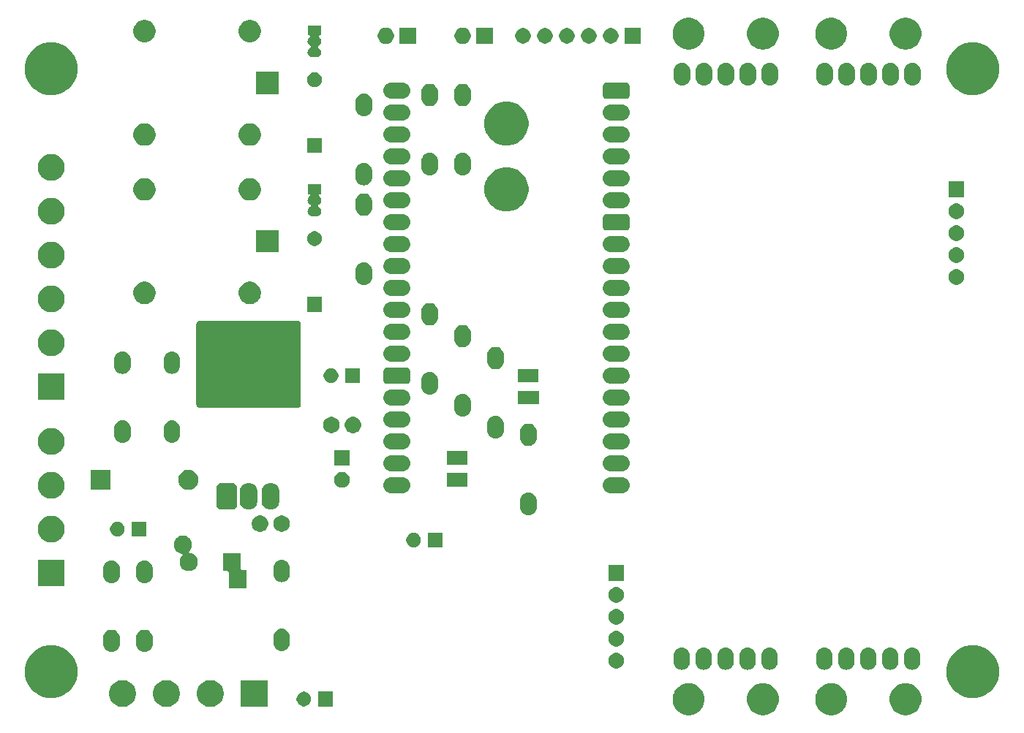
<source format=gbr>
G04 #@! TF.GenerationSoftware,KiCad,Pcbnew,5.1.5+dfsg1-2build2*
G04 #@! TF.CreationDate,2022-08-24T15:36:07+02:00*
G04 #@! TF.ProjectId,capLevelSensorESP,6361704c-6576-4656-9c53-656e736f7245,rev?*
G04 #@! TF.SameCoordinates,Original*
G04 #@! TF.FileFunction,Soldermask,Top*
G04 #@! TF.FilePolarity,Negative*
%FSLAX46Y46*%
G04 Gerber Fmt 4.6, Leading zero omitted, Abs format (unit mm)*
G04 Created by KiCad (PCBNEW 5.1.5+dfsg1-2build2) date 2022-08-24 15:36:07*
%MOMM*%
%LPD*%
G04 APERTURE LIST*
%ADD10C,0.100000*%
G04 APERTURE END LIST*
D10*
G36*
X155771113Y-155039567D02*
G01*
X155949917Y-155075133D01*
X156046623Y-155115190D01*
X156286776Y-155214664D01*
X156589943Y-155417234D01*
X156847766Y-155675057D01*
X157050336Y-155978224D01*
X157096988Y-156090853D01*
X157189867Y-156315083D01*
X157261000Y-156672692D01*
X157261000Y-157037308D01*
X157189867Y-157394917D01*
X157143849Y-157506015D01*
X157050336Y-157731776D01*
X156847766Y-158034943D01*
X156589943Y-158292766D01*
X156286776Y-158495336D01*
X156089448Y-158577071D01*
X155949917Y-158634867D01*
X155771112Y-158670434D01*
X155592309Y-158706000D01*
X155227691Y-158706000D01*
X155048888Y-158670434D01*
X154870083Y-158634867D01*
X154730552Y-158577071D01*
X154533224Y-158495336D01*
X154230057Y-158292766D01*
X153972234Y-158034943D01*
X153769664Y-157731776D01*
X153676151Y-157506015D01*
X153630133Y-157394917D01*
X153559000Y-157037308D01*
X153559000Y-156672692D01*
X153630133Y-156315083D01*
X153723012Y-156090853D01*
X153769664Y-155978224D01*
X153972234Y-155675057D01*
X154230057Y-155417234D01*
X154533224Y-155214664D01*
X154773377Y-155115190D01*
X154870083Y-155075133D01*
X155048887Y-155039567D01*
X155227691Y-155004000D01*
X155592309Y-155004000D01*
X155771113Y-155039567D01*
G37*
G36*
X147171113Y-155039567D02*
G01*
X147349917Y-155075133D01*
X147446623Y-155115190D01*
X147686776Y-155214664D01*
X147989943Y-155417234D01*
X148247766Y-155675057D01*
X148450336Y-155978224D01*
X148496988Y-156090853D01*
X148589867Y-156315083D01*
X148661000Y-156672692D01*
X148661000Y-157037308D01*
X148589867Y-157394917D01*
X148543849Y-157506015D01*
X148450336Y-157731776D01*
X148247766Y-158034943D01*
X147989943Y-158292766D01*
X147686776Y-158495336D01*
X147489448Y-158577071D01*
X147349917Y-158634867D01*
X147171112Y-158670434D01*
X146992309Y-158706000D01*
X146627691Y-158706000D01*
X146448888Y-158670434D01*
X146270083Y-158634867D01*
X146130552Y-158577071D01*
X145933224Y-158495336D01*
X145630057Y-158292766D01*
X145372234Y-158034943D01*
X145169664Y-157731776D01*
X145076151Y-157506015D01*
X145030133Y-157394917D01*
X144959000Y-157037308D01*
X144959000Y-156672692D01*
X145030133Y-156315083D01*
X145123012Y-156090853D01*
X145169664Y-155978224D01*
X145372234Y-155675057D01*
X145630057Y-155417234D01*
X145933224Y-155214664D01*
X146173377Y-155115190D01*
X146270083Y-155075133D01*
X146448887Y-155039567D01*
X146627691Y-155004000D01*
X146992309Y-155004000D01*
X147171113Y-155039567D01*
G37*
G36*
X139261113Y-155039567D02*
G01*
X139439917Y-155075133D01*
X139536623Y-155115190D01*
X139776776Y-155214664D01*
X140079943Y-155417234D01*
X140337766Y-155675057D01*
X140540336Y-155978224D01*
X140586988Y-156090853D01*
X140679867Y-156315083D01*
X140751000Y-156672692D01*
X140751000Y-157037308D01*
X140679867Y-157394917D01*
X140633849Y-157506015D01*
X140540336Y-157731776D01*
X140337766Y-158034943D01*
X140079943Y-158292766D01*
X139776776Y-158495336D01*
X139579448Y-158577071D01*
X139439917Y-158634867D01*
X139261112Y-158670434D01*
X139082309Y-158706000D01*
X138717691Y-158706000D01*
X138538888Y-158670434D01*
X138360083Y-158634867D01*
X138220552Y-158577071D01*
X138023224Y-158495336D01*
X137720057Y-158292766D01*
X137462234Y-158034943D01*
X137259664Y-157731776D01*
X137166151Y-157506015D01*
X137120133Y-157394917D01*
X137049000Y-157037308D01*
X137049000Y-156672692D01*
X137120133Y-156315083D01*
X137213012Y-156090853D01*
X137259664Y-155978224D01*
X137462234Y-155675057D01*
X137720057Y-155417234D01*
X138023224Y-155214664D01*
X138263377Y-155115190D01*
X138360083Y-155075133D01*
X138538887Y-155039567D01*
X138717691Y-155004000D01*
X139082309Y-155004000D01*
X139261113Y-155039567D01*
G37*
G36*
X130661113Y-155039567D02*
G01*
X130839917Y-155075133D01*
X130936623Y-155115190D01*
X131176776Y-155214664D01*
X131479943Y-155417234D01*
X131737766Y-155675057D01*
X131940336Y-155978224D01*
X131986988Y-156090853D01*
X132079867Y-156315083D01*
X132151000Y-156672692D01*
X132151000Y-157037308D01*
X132079867Y-157394917D01*
X132033849Y-157506015D01*
X131940336Y-157731776D01*
X131737766Y-158034943D01*
X131479943Y-158292766D01*
X131176776Y-158495336D01*
X130979448Y-158577071D01*
X130839917Y-158634867D01*
X130661112Y-158670434D01*
X130482309Y-158706000D01*
X130117691Y-158706000D01*
X129938888Y-158670434D01*
X129760083Y-158634867D01*
X129620552Y-158577071D01*
X129423224Y-158495336D01*
X129120057Y-158292766D01*
X128862234Y-158034943D01*
X128659664Y-157731776D01*
X128566151Y-157506015D01*
X128520133Y-157394917D01*
X128449000Y-157037308D01*
X128449000Y-156672692D01*
X128520133Y-156315083D01*
X128613012Y-156090853D01*
X128659664Y-155978224D01*
X128862234Y-155675057D01*
X129120057Y-155417234D01*
X129423224Y-155214664D01*
X129663377Y-155115190D01*
X129760083Y-155075133D01*
X129938887Y-155039567D01*
X130117691Y-155004000D01*
X130482309Y-155004000D01*
X130661113Y-155039567D01*
G37*
G36*
X75232585Y-154688802D02*
G01*
X75382410Y-154718604D01*
X75664674Y-154835521D01*
X75918705Y-155005259D01*
X76134741Y-155221295D01*
X76304479Y-155475326D01*
X76421396Y-155757590D01*
X76481000Y-156057240D01*
X76481000Y-156362760D01*
X76421396Y-156662410D01*
X76304479Y-156944674D01*
X76134741Y-157198705D01*
X75918705Y-157414741D01*
X75664674Y-157584479D01*
X75382410Y-157701396D01*
X75232585Y-157731198D01*
X75082761Y-157761000D01*
X74777239Y-157761000D01*
X74627415Y-157731198D01*
X74477590Y-157701396D01*
X74195326Y-157584479D01*
X73941295Y-157414741D01*
X73725259Y-157198705D01*
X73555521Y-156944674D01*
X73438604Y-156662410D01*
X73379000Y-156362760D01*
X73379000Y-156057240D01*
X73438604Y-155757590D01*
X73555521Y-155475326D01*
X73725259Y-155221295D01*
X73941295Y-155005259D01*
X74195326Y-154835521D01*
X74477590Y-154718604D01*
X74627415Y-154688802D01*
X74777239Y-154659000D01*
X75082761Y-154659000D01*
X75232585Y-154688802D01*
G37*
G36*
X65072585Y-154688802D02*
G01*
X65222410Y-154718604D01*
X65504674Y-154835521D01*
X65758705Y-155005259D01*
X65974741Y-155221295D01*
X66144479Y-155475326D01*
X66261396Y-155757590D01*
X66321000Y-156057240D01*
X66321000Y-156362760D01*
X66261396Y-156662410D01*
X66144479Y-156944674D01*
X65974741Y-157198705D01*
X65758705Y-157414741D01*
X65504674Y-157584479D01*
X65222410Y-157701396D01*
X65072585Y-157731198D01*
X64922761Y-157761000D01*
X64617239Y-157761000D01*
X64467415Y-157731198D01*
X64317590Y-157701396D01*
X64035326Y-157584479D01*
X63781295Y-157414741D01*
X63565259Y-157198705D01*
X63395521Y-156944674D01*
X63278604Y-156662410D01*
X63219000Y-156362760D01*
X63219000Y-156057240D01*
X63278604Y-155757590D01*
X63395521Y-155475326D01*
X63565259Y-155221295D01*
X63781295Y-155005259D01*
X64035326Y-154835521D01*
X64317590Y-154718604D01*
X64467415Y-154688802D01*
X64617239Y-154659000D01*
X64922761Y-154659000D01*
X65072585Y-154688802D01*
G37*
G36*
X70152585Y-154688802D02*
G01*
X70302410Y-154718604D01*
X70584674Y-154835521D01*
X70838705Y-155005259D01*
X71054741Y-155221295D01*
X71224479Y-155475326D01*
X71341396Y-155757590D01*
X71401000Y-156057240D01*
X71401000Y-156362760D01*
X71341396Y-156662410D01*
X71224479Y-156944674D01*
X71054741Y-157198705D01*
X70838705Y-157414741D01*
X70584674Y-157584479D01*
X70302410Y-157701396D01*
X70152585Y-157731198D01*
X70002761Y-157761000D01*
X69697239Y-157761000D01*
X69547415Y-157731198D01*
X69397590Y-157701396D01*
X69115326Y-157584479D01*
X68861295Y-157414741D01*
X68645259Y-157198705D01*
X68475521Y-156944674D01*
X68358604Y-156662410D01*
X68299000Y-156362760D01*
X68299000Y-156057240D01*
X68358604Y-155757590D01*
X68475521Y-155475326D01*
X68645259Y-155221295D01*
X68861295Y-155005259D01*
X69115326Y-154835521D01*
X69397590Y-154718604D01*
X69547415Y-154688802D01*
X69697239Y-154659000D01*
X70002761Y-154659000D01*
X70152585Y-154688802D01*
G37*
G36*
X81561000Y-157761000D02*
G01*
X78459000Y-157761000D01*
X78459000Y-154659000D01*
X81561000Y-154659000D01*
X81561000Y-157761000D01*
G37*
G36*
X89116000Y-157696000D02*
G01*
X87414000Y-157696000D01*
X87414000Y-155994000D01*
X89116000Y-155994000D01*
X89116000Y-157696000D01*
G37*
G36*
X86013228Y-156026703D02*
G01*
X86168100Y-156090853D01*
X86307481Y-156183985D01*
X86426015Y-156302519D01*
X86519147Y-156441900D01*
X86583297Y-156596772D01*
X86616000Y-156761184D01*
X86616000Y-156928816D01*
X86583297Y-157093228D01*
X86519147Y-157248100D01*
X86426015Y-157387481D01*
X86307481Y-157506015D01*
X86168100Y-157599147D01*
X86013228Y-157663297D01*
X85848816Y-157696000D01*
X85681184Y-157696000D01*
X85516772Y-157663297D01*
X85361900Y-157599147D01*
X85222519Y-157506015D01*
X85103985Y-157387481D01*
X85010853Y-157248100D01*
X84946703Y-157093228D01*
X84914000Y-156928816D01*
X84914000Y-156761184D01*
X84946703Y-156596772D01*
X85010853Y-156441900D01*
X85103985Y-156302519D01*
X85222519Y-156183985D01*
X85361900Y-156090853D01*
X85516772Y-156026703D01*
X85681184Y-155994000D01*
X85848816Y-155994000D01*
X86013228Y-156026703D01*
G37*
G36*
X57404943Y-150736248D02*
G01*
X57960189Y-150966238D01*
X58204210Y-151129288D01*
X58459899Y-151300134D01*
X58884866Y-151725101D01*
X59033440Y-151947458D01*
X59218762Y-152224811D01*
X59448752Y-152780057D01*
X59566000Y-153369501D01*
X59566000Y-153970499D01*
X59448752Y-154559943D01*
X59218762Y-155115189D01*
X59218761Y-155115190D01*
X58884866Y-155614899D01*
X58459899Y-156039866D01*
X58319573Y-156133629D01*
X57960189Y-156373762D01*
X57404943Y-156603752D01*
X56815499Y-156721000D01*
X56214501Y-156721000D01*
X55625057Y-156603752D01*
X55069811Y-156373762D01*
X54710427Y-156133629D01*
X54570101Y-156039866D01*
X54145134Y-155614899D01*
X53811239Y-155115190D01*
X53811238Y-155115189D01*
X53581248Y-154559943D01*
X53464000Y-153970499D01*
X53464000Y-153369501D01*
X53581248Y-152780057D01*
X53811238Y-152224811D01*
X53996560Y-151947458D01*
X54145134Y-151725101D01*
X54570101Y-151300134D01*
X54825790Y-151129288D01*
X55069811Y-150966238D01*
X55625057Y-150736248D01*
X56214501Y-150619000D01*
X56815499Y-150619000D01*
X57404943Y-150736248D01*
G37*
G36*
X164084943Y-150736248D02*
G01*
X164640189Y-150966238D01*
X164884210Y-151129288D01*
X165139899Y-151300134D01*
X165564866Y-151725101D01*
X165713440Y-151947458D01*
X165898762Y-152224811D01*
X166128752Y-152780057D01*
X166246000Y-153369501D01*
X166246000Y-153970499D01*
X166128752Y-154559943D01*
X165898762Y-155115189D01*
X165898761Y-155115190D01*
X165564866Y-155614899D01*
X165139899Y-156039866D01*
X164999573Y-156133629D01*
X164640189Y-156373762D01*
X164084943Y-156603752D01*
X163495499Y-156721000D01*
X162894501Y-156721000D01*
X162305057Y-156603752D01*
X161749811Y-156373762D01*
X161390427Y-156133629D01*
X161250101Y-156039866D01*
X160825134Y-155614899D01*
X160491239Y-155115190D01*
X160491238Y-155115189D01*
X160261248Y-154559943D01*
X160144000Y-153970499D01*
X160144000Y-153369501D01*
X160261248Y-152780057D01*
X160491238Y-152224811D01*
X160676560Y-151947458D01*
X160825134Y-151725101D01*
X161250101Y-151300134D01*
X161505790Y-151129288D01*
X161749811Y-150966238D01*
X162305057Y-150736248D01*
X162894501Y-150619000D01*
X163495499Y-150619000D01*
X164084943Y-150736248D01*
G37*
G36*
X139846424Y-150867760D02*
G01*
X139846427Y-150867761D01*
X139846428Y-150867761D01*
X140025692Y-150922140D01*
X140025695Y-150922142D01*
X140025696Y-150922142D01*
X140190903Y-151010446D01*
X140335712Y-151129288D01*
X140454554Y-151274097D01*
X140542858Y-151439303D01*
X140542860Y-151439307D01*
X140576909Y-151551552D01*
X140597240Y-151618575D01*
X140611000Y-151758282D01*
X140611000Y-152551717D01*
X140597240Y-152691426D01*
X140597239Y-152691429D01*
X140556180Y-152826784D01*
X140542859Y-152870695D01*
X140454554Y-153035903D01*
X140335712Y-153180712D01*
X140190903Y-153299554D01*
X140025697Y-153387858D01*
X140025693Y-153387860D01*
X139846429Y-153442239D01*
X139846428Y-153442239D01*
X139846425Y-153442240D01*
X139660000Y-153460601D01*
X139473576Y-153442240D01*
X139473573Y-153442239D01*
X139473572Y-153442239D01*
X139294308Y-153387860D01*
X139294304Y-153387858D01*
X139129098Y-153299554D01*
X138984289Y-153180712D01*
X138865447Y-153035903D01*
X138777140Y-152870692D01*
X138722760Y-152691430D01*
X138709000Y-152551718D01*
X138709000Y-151758283D01*
X138722760Y-151618576D01*
X138722761Y-151618572D01*
X138777140Y-151439308D01*
X138802298Y-151392240D01*
X138865446Y-151274097D01*
X138984288Y-151129288D01*
X139129097Y-151010446D01*
X139294303Y-150922142D01*
X139294304Y-150922142D01*
X139294307Y-150922140D01*
X139473571Y-150867761D01*
X139473572Y-150867761D01*
X139473575Y-150867760D01*
X139660000Y-150849399D01*
X139846424Y-150867760D01*
G37*
G36*
X132226424Y-150867760D02*
G01*
X132226427Y-150867761D01*
X132226428Y-150867761D01*
X132405692Y-150922140D01*
X132405695Y-150922142D01*
X132405696Y-150922142D01*
X132570903Y-151010446D01*
X132715712Y-151129288D01*
X132834554Y-151274097D01*
X132922858Y-151439303D01*
X132922860Y-151439307D01*
X132956909Y-151551552D01*
X132977240Y-151618575D01*
X132991000Y-151758282D01*
X132991000Y-152551717D01*
X132977240Y-152691426D01*
X132977239Y-152691429D01*
X132936180Y-152826784D01*
X132922859Y-152870695D01*
X132834554Y-153035903D01*
X132715712Y-153180712D01*
X132570903Y-153299554D01*
X132405697Y-153387858D01*
X132405693Y-153387860D01*
X132226429Y-153442239D01*
X132226428Y-153442239D01*
X132226425Y-153442240D01*
X132040000Y-153460601D01*
X131853576Y-153442240D01*
X131853573Y-153442239D01*
X131853572Y-153442239D01*
X131674308Y-153387860D01*
X131674304Y-153387858D01*
X131509098Y-153299554D01*
X131364289Y-153180712D01*
X131245447Y-153035903D01*
X131157140Y-152870692D01*
X131102760Y-152691430D01*
X131089000Y-152551718D01*
X131089000Y-151758283D01*
X131102760Y-151618576D01*
X131102761Y-151618572D01*
X131157140Y-151439308D01*
X131182298Y-151392240D01*
X131245446Y-151274097D01*
X131364288Y-151129288D01*
X131509097Y-151010446D01*
X131674303Y-150922142D01*
X131674304Y-150922142D01*
X131674307Y-150922140D01*
X131853571Y-150867761D01*
X131853572Y-150867761D01*
X131853575Y-150867760D01*
X132040000Y-150849399D01*
X132226424Y-150867760D01*
G37*
G36*
X129686424Y-150867760D02*
G01*
X129686427Y-150867761D01*
X129686428Y-150867761D01*
X129865692Y-150922140D01*
X129865695Y-150922142D01*
X129865696Y-150922142D01*
X130030903Y-151010446D01*
X130175712Y-151129288D01*
X130294554Y-151274097D01*
X130382858Y-151439303D01*
X130382860Y-151439307D01*
X130416909Y-151551552D01*
X130437240Y-151618575D01*
X130451000Y-151758282D01*
X130451000Y-152551717D01*
X130437240Y-152691426D01*
X130437239Y-152691429D01*
X130396180Y-152826784D01*
X130382859Y-152870695D01*
X130294554Y-153035903D01*
X130175712Y-153180712D01*
X130030903Y-153299554D01*
X129865697Y-153387858D01*
X129865693Y-153387860D01*
X129686429Y-153442239D01*
X129686428Y-153442239D01*
X129686425Y-153442240D01*
X129500000Y-153460601D01*
X129313576Y-153442240D01*
X129313573Y-153442239D01*
X129313572Y-153442239D01*
X129134308Y-153387860D01*
X129134304Y-153387858D01*
X128969098Y-153299554D01*
X128824289Y-153180712D01*
X128705447Y-153035903D01*
X128617140Y-152870692D01*
X128562760Y-152691430D01*
X128549000Y-152551718D01*
X128549000Y-151758283D01*
X128562760Y-151618576D01*
X128562761Y-151618572D01*
X128617140Y-151439308D01*
X128642298Y-151392240D01*
X128705446Y-151274097D01*
X128824288Y-151129288D01*
X128969097Y-151010446D01*
X129134303Y-150922142D01*
X129134304Y-150922142D01*
X129134307Y-150922140D01*
X129313571Y-150867761D01*
X129313572Y-150867761D01*
X129313575Y-150867760D01*
X129500000Y-150849399D01*
X129686424Y-150867760D01*
G37*
G36*
X134766424Y-150867760D02*
G01*
X134766427Y-150867761D01*
X134766428Y-150867761D01*
X134945692Y-150922140D01*
X134945695Y-150922142D01*
X134945696Y-150922142D01*
X135110903Y-151010446D01*
X135255712Y-151129288D01*
X135374554Y-151274097D01*
X135462858Y-151439303D01*
X135462860Y-151439307D01*
X135496909Y-151551552D01*
X135517240Y-151618575D01*
X135531000Y-151758282D01*
X135531000Y-152551717D01*
X135517240Y-152691426D01*
X135517239Y-152691429D01*
X135476180Y-152826784D01*
X135462859Y-152870695D01*
X135374554Y-153035903D01*
X135255712Y-153180712D01*
X135110903Y-153299554D01*
X134945697Y-153387858D01*
X134945693Y-153387860D01*
X134766429Y-153442239D01*
X134766428Y-153442239D01*
X134766425Y-153442240D01*
X134580000Y-153460601D01*
X134393576Y-153442240D01*
X134393573Y-153442239D01*
X134393572Y-153442239D01*
X134214308Y-153387860D01*
X134214304Y-153387858D01*
X134049098Y-153299554D01*
X133904289Y-153180712D01*
X133785447Y-153035903D01*
X133697140Y-152870692D01*
X133642760Y-152691430D01*
X133629000Y-152551718D01*
X133629000Y-151758283D01*
X133642760Y-151618576D01*
X133642761Y-151618572D01*
X133697140Y-151439308D01*
X133722298Y-151392240D01*
X133785446Y-151274097D01*
X133904288Y-151129288D01*
X134049097Y-151010446D01*
X134214303Y-150922142D01*
X134214304Y-150922142D01*
X134214307Y-150922140D01*
X134393571Y-150867761D01*
X134393572Y-150867761D01*
X134393575Y-150867760D01*
X134580000Y-150849399D01*
X134766424Y-150867760D01*
G37*
G36*
X148736424Y-150867760D02*
G01*
X148736427Y-150867761D01*
X148736428Y-150867761D01*
X148915692Y-150922140D01*
X148915695Y-150922142D01*
X148915696Y-150922142D01*
X149080903Y-151010446D01*
X149225712Y-151129288D01*
X149344554Y-151274097D01*
X149432858Y-151439303D01*
X149432860Y-151439307D01*
X149466909Y-151551552D01*
X149487240Y-151618575D01*
X149501000Y-151758282D01*
X149501000Y-152551717D01*
X149487240Y-152691426D01*
X149487239Y-152691429D01*
X149446180Y-152826784D01*
X149432859Y-152870695D01*
X149344554Y-153035903D01*
X149225712Y-153180712D01*
X149080903Y-153299554D01*
X148915697Y-153387858D01*
X148915693Y-153387860D01*
X148736429Y-153442239D01*
X148736428Y-153442239D01*
X148736425Y-153442240D01*
X148550000Y-153460601D01*
X148363576Y-153442240D01*
X148363573Y-153442239D01*
X148363572Y-153442239D01*
X148184308Y-153387860D01*
X148184304Y-153387858D01*
X148019098Y-153299554D01*
X147874289Y-153180712D01*
X147755447Y-153035903D01*
X147667140Y-152870692D01*
X147612760Y-152691430D01*
X147599000Y-152551718D01*
X147599000Y-151758283D01*
X147612760Y-151618576D01*
X147612761Y-151618572D01*
X147667140Y-151439308D01*
X147692298Y-151392240D01*
X147755446Y-151274097D01*
X147874288Y-151129288D01*
X148019097Y-151010446D01*
X148184303Y-150922142D01*
X148184304Y-150922142D01*
X148184307Y-150922140D01*
X148363571Y-150867761D01*
X148363572Y-150867761D01*
X148363575Y-150867760D01*
X148550000Y-150849399D01*
X148736424Y-150867760D01*
G37*
G36*
X151276424Y-150867760D02*
G01*
X151276427Y-150867761D01*
X151276428Y-150867761D01*
X151455692Y-150922140D01*
X151455695Y-150922142D01*
X151455696Y-150922142D01*
X151620903Y-151010446D01*
X151765712Y-151129288D01*
X151884554Y-151274097D01*
X151972858Y-151439303D01*
X151972860Y-151439307D01*
X152006909Y-151551552D01*
X152027240Y-151618575D01*
X152041000Y-151758282D01*
X152041000Y-152551717D01*
X152027240Y-152691426D01*
X152027239Y-152691429D01*
X151986180Y-152826784D01*
X151972859Y-152870695D01*
X151884554Y-153035903D01*
X151765712Y-153180712D01*
X151620903Y-153299554D01*
X151455697Y-153387858D01*
X151455693Y-153387860D01*
X151276429Y-153442239D01*
X151276428Y-153442239D01*
X151276425Y-153442240D01*
X151090000Y-153460601D01*
X150903576Y-153442240D01*
X150903573Y-153442239D01*
X150903572Y-153442239D01*
X150724308Y-153387860D01*
X150724304Y-153387858D01*
X150559098Y-153299554D01*
X150414289Y-153180712D01*
X150295447Y-153035903D01*
X150207140Y-152870692D01*
X150152760Y-152691430D01*
X150139000Y-152551718D01*
X150139000Y-151758283D01*
X150152760Y-151618576D01*
X150152761Y-151618572D01*
X150207140Y-151439308D01*
X150232298Y-151392240D01*
X150295446Y-151274097D01*
X150414288Y-151129288D01*
X150559097Y-151010446D01*
X150724303Y-150922142D01*
X150724304Y-150922142D01*
X150724307Y-150922140D01*
X150903571Y-150867761D01*
X150903572Y-150867761D01*
X150903575Y-150867760D01*
X151090000Y-150849399D01*
X151276424Y-150867760D01*
G37*
G36*
X156356424Y-150867760D02*
G01*
X156356427Y-150867761D01*
X156356428Y-150867761D01*
X156535692Y-150922140D01*
X156535695Y-150922142D01*
X156535696Y-150922142D01*
X156700903Y-151010446D01*
X156845712Y-151129288D01*
X156964554Y-151274097D01*
X157052858Y-151439303D01*
X157052860Y-151439307D01*
X157086909Y-151551552D01*
X157107240Y-151618575D01*
X157121000Y-151758282D01*
X157121000Y-152551717D01*
X157107240Y-152691426D01*
X157107239Y-152691429D01*
X157066180Y-152826784D01*
X157052859Y-152870695D01*
X156964554Y-153035903D01*
X156845712Y-153180712D01*
X156700903Y-153299554D01*
X156535697Y-153387858D01*
X156535693Y-153387860D01*
X156356429Y-153442239D01*
X156356428Y-153442239D01*
X156356425Y-153442240D01*
X156170000Y-153460601D01*
X155983576Y-153442240D01*
X155983573Y-153442239D01*
X155983572Y-153442239D01*
X155804308Y-153387860D01*
X155804304Y-153387858D01*
X155639098Y-153299554D01*
X155494289Y-153180712D01*
X155375447Y-153035903D01*
X155287140Y-152870692D01*
X155232760Y-152691430D01*
X155219000Y-152551718D01*
X155219000Y-151758283D01*
X155232760Y-151618576D01*
X155232761Y-151618572D01*
X155287140Y-151439308D01*
X155312298Y-151392240D01*
X155375446Y-151274097D01*
X155494288Y-151129288D01*
X155639097Y-151010446D01*
X155804303Y-150922142D01*
X155804304Y-150922142D01*
X155804307Y-150922140D01*
X155983571Y-150867761D01*
X155983572Y-150867761D01*
X155983575Y-150867760D01*
X156170000Y-150849399D01*
X156356424Y-150867760D01*
G37*
G36*
X146196424Y-150867760D02*
G01*
X146196427Y-150867761D01*
X146196428Y-150867761D01*
X146375692Y-150922140D01*
X146375695Y-150922142D01*
X146375696Y-150922142D01*
X146540903Y-151010446D01*
X146685712Y-151129288D01*
X146804554Y-151274097D01*
X146892858Y-151439303D01*
X146892860Y-151439307D01*
X146926909Y-151551552D01*
X146947240Y-151618575D01*
X146961000Y-151758282D01*
X146961000Y-152551717D01*
X146947240Y-152691426D01*
X146947239Y-152691429D01*
X146906180Y-152826784D01*
X146892859Y-152870695D01*
X146804554Y-153035903D01*
X146685712Y-153180712D01*
X146540903Y-153299554D01*
X146375697Y-153387858D01*
X146375693Y-153387860D01*
X146196429Y-153442239D01*
X146196428Y-153442239D01*
X146196425Y-153442240D01*
X146010000Y-153460601D01*
X145823576Y-153442240D01*
X145823573Y-153442239D01*
X145823572Y-153442239D01*
X145644308Y-153387860D01*
X145644304Y-153387858D01*
X145479098Y-153299554D01*
X145334289Y-153180712D01*
X145215447Y-153035903D01*
X145127140Y-152870692D01*
X145072760Y-152691430D01*
X145059000Y-152551718D01*
X145059000Y-151758283D01*
X145072760Y-151618576D01*
X145072761Y-151618572D01*
X145127140Y-151439308D01*
X145152298Y-151392240D01*
X145215446Y-151274097D01*
X145334288Y-151129288D01*
X145479097Y-151010446D01*
X145644303Y-150922142D01*
X145644304Y-150922142D01*
X145644307Y-150922140D01*
X145823571Y-150867761D01*
X145823572Y-150867761D01*
X145823575Y-150867760D01*
X146010000Y-150849399D01*
X146196424Y-150867760D01*
G37*
G36*
X137306424Y-150867760D02*
G01*
X137306427Y-150867761D01*
X137306428Y-150867761D01*
X137485692Y-150922140D01*
X137485695Y-150922142D01*
X137485696Y-150922142D01*
X137650903Y-151010446D01*
X137795712Y-151129288D01*
X137914554Y-151274097D01*
X138002858Y-151439303D01*
X138002860Y-151439307D01*
X138036909Y-151551552D01*
X138057240Y-151618575D01*
X138071000Y-151758282D01*
X138071000Y-152551717D01*
X138057240Y-152691426D01*
X138057239Y-152691429D01*
X138016180Y-152826784D01*
X138002859Y-152870695D01*
X137914554Y-153035903D01*
X137795712Y-153180712D01*
X137650903Y-153299554D01*
X137485697Y-153387858D01*
X137485693Y-153387860D01*
X137306429Y-153442239D01*
X137306428Y-153442239D01*
X137306425Y-153442240D01*
X137120000Y-153460601D01*
X136933576Y-153442240D01*
X136933573Y-153442239D01*
X136933572Y-153442239D01*
X136754308Y-153387860D01*
X136754304Y-153387858D01*
X136589098Y-153299554D01*
X136444289Y-153180712D01*
X136325447Y-153035903D01*
X136237140Y-152870692D01*
X136182760Y-152691430D01*
X136169000Y-152551718D01*
X136169000Y-151758283D01*
X136182760Y-151618576D01*
X136182761Y-151618572D01*
X136237140Y-151439308D01*
X136262298Y-151392240D01*
X136325446Y-151274097D01*
X136444288Y-151129288D01*
X136589097Y-151010446D01*
X136754303Y-150922142D01*
X136754304Y-150922142D01*
X136754307Y-150922140D01*
X136933571Y-150867761D01*
X136933572Y-150867761D01*
X136933575Y-150867760D01*
X137120000Y-150849399D01*
X137306424Y-150867760D01*
G37*
G36*
X153816424Y-150867760D02*
G01*
X153816427Y-150867761D01*
X153816428Y-150867761D01*
X153995692Y-150922140D01*
X153995695Y-150922142D01*
X153995696Y-150922142D01*
X154160903Y-151010446D01*
X154305712Y-151129288D01*
X154424554Y-151274097D01*
X154512858Y-151439303D01*
X154512860Y-151439307D01*
X154546909Y-151551552D01*
X154567240Y-151618575D01*
X154581000Y-151758282D01*
X154581000Y-152551717D01*
X154567240Y-152691426D01*
X154567239Y-152691429D01*
X154526180Y-152826784D01*
X154512859Y-152870695D01*
X154424554Y-153035903D01*
X154305712Y-153180712D01*
X154160903Y-153299554D01*
X153995697Y-153387858D01*
X153995693Y-153387860D01*
X153816429Y-153442239D01*
X153816428Y-153442239D01*
X153816425Y-153442240D01*
X153630000Y-153460601D01*
X153443576Y-153442240D01*
X153443573Y-153442239D01*
X153443572Y-153442239D01*
X153264308Y-153387860D01*
X153264304Y-153387858D01*
X153099098Y-153299554D01*
X152954289Y-153180712D01*
X152835447Y-153035903D01*
X152747140Y-152870692D01*
X152692760Y-152691430D01*
X152679000Y-152551718D01*
X152679000Y-151758283D01*
X152692760Y-151618576D01*
X152692761Y-151618572D01*
X152747140Y-151439308D01*
X152772298Y-151392240D01*
X152835446Y-151274097D01*
X152954288Y-151129288D01*
X153099097Y-151010446D01*
X153264303Y-150922142D01*
X153264304Y-150922142D01*
X153264307Y-150922140D01*
X153443571Y-150867761D01*
X153443572Y-150867761D01*
X153443575Y-150867760D01*
X153630000Y-150849399D01*
X153816424Y-150867760D01*
G37*
G36*
X122033512Y-151503927D02*
G01*
X122182812Y-151533624D01*
X122346784Y-151601544D01*
X122494354Y-151700147D01*
X122619853Y-151825646D01*
X122718456Y-151973216D01*
X122786376Y-152137188D01*
X122821000Y-152311259D01*
X122821000Y-152488741D01*
X122786376Y-152662812D01*
X122718456Y-152826784D01*
X122619853Y-152974354D01*
X122494354Y-153099853D01*
X122346784Y-153198456D01*
X122182812Y-153266376D01*
X122033512Y-153296073D01*
X122008742Y-153301000D01*
X121831258Y-153301000D01*
X121806488Y-153296073D01*
X121657188Y-153266376D01*
X121493216Y-153198456D01*
X121345646Y-153099853D01*
X121220147Y-152974354D01*
X121121544Y-152826784D01*
X121053624Y-152662812D01*
X121019000Y-152488741D01*
X121019000Y-152311259D01*
X121053624Y-152137188D01*
X121121544Y-151973216D01*
X121220147Y-151825646D01*
X121345646Y-151700147D01*
X121493216Y-151601544D01*
X121657188Y-151533624D01*
X121806488Y-151503927D01*
X121831258Y-151499000D01*
X122008742Y-151499000D01*
X122033512Y-151503927D01*
G37*
G36*
X63686424Y-148817760D02*
G01*
X63686427Y-148817761D01*
X63686428Y-148817761D01*
X63865692Y-148872140D01*
X63865695Y-148872142D01*
X63865696Y-148872142D01*
X64030903Y-148960446D01*
X64175712Y-149079288D01*
X64294554Y-149224097D01*
X64382858Y-149389303D01*
X64382860Y-149389307D01*
X64437239Y-149568571D01*
X64437240Y-149568575D01*
X64451000Y-149708282D01*
X64451000Y-150501717D01*
X64437240Y-150641426D01*
X64437239Y-150641428D01*
X64437239Y-150641429D01*
X64400968Y-150761000D01*
X64382859Y-150820695D01*
X64294554Y-150985903D01*
X64175712Y-151130712D01*
X64030903Y-151249554D01*
X63865697Y-151337858D01*
X63865693Y-151337860D01*
X63686429Y-151392239D01*
X63686428Y-151392239D01*
X63686425Y-151392240D01*
X63500000Y-151410601D01*
X63313576Y-151392240D01*
X63313573Y-151392239D01*
X63313572Y-151392239D01*
X63134308Y-151337860D01*
X63134304Y-151337858D01*
X62969098Y-151249554D01*
X62824289Y-151130712D01*
X62705447Y-150985903D01*
X62617140Y-150820692D01*
X62562760Y-150641430D01*
X62549000Y-150501718D01*
X62549000Y-149708283D01*
X62562760Y-149568576D01*
X62562761Y-149568572D01*
X62617140Y-149389308D01*
X62617143Y-149389303D01*
X62705446Y-149224097D01*
X62824288Y-149079288D01*
X62969097Y-148960446D01*
X63134303Y-148872142D01*
X63134304Y-148872142D01*
X63134307Y-148872140D01*
X63313571Y-148817761D01*
X63313572Y-148817761D01*
X63313575Y-148817760D01*
X63500000Y-148799399D01*
X63686424Y-148817760D01*
G37*
G36*
X67496425Y-148817760D02*
G01*
X67496428Y-148817761D01*
X67496429Y-148817761D01*
X67675693Y-148872140D01*
X67675696Y-148872142D01*
X67675697Y-148872142D01*
X67840903Y-148960446D01*
X67985712Y-149079288D01*
X68104554Y-149224097D01*
X68192858Y-149389303D01*
X68192860Y-149389307D01*
X68206180Y-149433218D01*
X68247240Y-149568574D01*
X68261000Y-149708283D01*
X68261000Y-150501718D01*
X68247240Y-150641425D01*
X68247239Y-150641428D01*
X68247239Y-150641429D01*
X68192860Y-150820693D01*
X68192858Y-150820697D01*
X68104554Y-150985903D01*
X67985712Y-151130712D01*
X67840903Y-151249554D01*
X67675696Y-151337858D01*
X67675692Y-151337860D01*
X67496428Y-151392239D01*
X67496427Y-151392239D01*
X67496424Y-151392240D01*
X67310000Y-151410601D01*
X67123575Y-151392240D01*
X67123572Y-151392239D01*
X67123571Y-151392239D01*
X66944307Y-151337860D01*
X66944303Y-151337858D01*
X66779097Y-151249554D01*
X66634288Y-151130712D01*
X66515446Y-150985903D01*
X66427142Y-150820696D01*
X66427141Y-150820693D01*
X66427140Y-150820692D01*
X66372761Y-150641428D01*
X66372761Y-150641426D01*
X66372760Y-150641424D01*
X66359000Y-150501717D01*
X66359000Y-149708282D01*
X66372760Y-149568570D01*
X66427140Y-149389308D01*
X66515447Y-149224097D01*
X66634289Y-149079288D01*
X66779098Y-148960446D01*
X66944304Y-148872142D01*
X66944305Y-148872142D01*
X66944308Y-148872140D01*
X67123572Y-148817761D01*
X67123573Y-148817761D01*
X67123576Y-148817760D01*
X67310000Y-148799399D01*
X67496425Y-148817760D01*
G37*
G36*
X83371424Y-148707760D02*
G01*
X83371427Y-148707761D01*
X83371428Y-148707761D01*
X83550692Y-148762140D01*
X83550695Y-148762142D01*
X83550696Y-148762142D01*
X83715903Y-148850446D01*
X83860712Y-148969288D01*
X83979554Y-149114097D01*
X84038350Y-149224097D01*
X84067860Y-149279307D01*
X84114548Y-149433218D01*
X84122240Y-149458575D01*
X84136000Y-149598282D01*
X84136000Y-150391717D01*
X84122240Y-150531426D01*
X84122239Y-150531429D01*
X84088871Y-150641430D01*
X84067859Y-150710695D01*
X83979554Y-150875903D01*
X83860712Y-151020712D01*
X83715903Y-151139554D01*
X83550697Y-151227858D01*
X83550693Y-151227860D01*
X83371429Y-151282239D01*
X83371428Y-151282239D01*
X83371425Y-151282240D01*
X83185000Y-151300601D01*
X82998576Y-151282240D01*
X82998573Y-151282239D01*
X82998572Y-151282239D01*
X82819308Y-151227860D01*
X82819304Y-151227858D01*
X82654098Y-151139554D01*
X82509289Y-151020712D01*
X82390447Y-150875903D01*
X82302140Y-150710692D01*
X82247760Y-150531430D01*
X82234000Y-150391718D01*
X82234000Y-149598283D01*
X82247760Y-149458576D01*
X82247761Y-149458572D01*
X82302140Y-149279308D01*
X82302143Y-149279303D01*
X82390446Y-149114097D01*
X82509288Y-148969288D01*
X82654097Y-148850446D01*
X82819303Y-148762142D01*
X82819304Y-148762142D01*
X82819307Y-148762140D01*
X82998571Y-148707761D01*
X82998572Y-148707761D01*
X82998575Y-148707760D01*
X83185000Y-148689399D01*
X83371424Y-148707760D01*
G37*
G36*
X122016011Y-148960446D02*
G01*
X122182812Y-148993624D01*
X122346784Y-149061544D01*
X122494354Y-149160147D01*
X122619853Y-149285646D01*
X122718456Y-149433216D01*
X122786376Y-149597188D01*
X122821000Y-149771259D01*
X122821000Y-149948741D01*
X122786376Y-150122812D01*
X122718456Y-150286784D01*
X122619853Y-150434354D01*
X122494354Y-150559853D01*
X122346784Y-150658456D01*
X122182812Y-150726376D01*
X122033512Y-150756073D01*
X122008742Y-150761000D01*
X121831258Y-150761000D01*
X121806488Y-150756073D01*
X121657188Y-150726376D01*
X121493216Y-150658456D01*
X121345646Y-150559853D01*
X121220147Y-150434354D01*
X121121544Y-150286784D01*
X121053624Y-150122812D01*
X121019000Y-149948741D01*
X121019000Y-149771259D01*
X121053624Y-149597188D01*
X121121544Y-149433216D01*
X121220147Y-149285646D01*
X121345646Y-149160147D01*
X121493216Y-149061544D01*
X121657188Y-148993624D01*
X121823989Y-148960446D01*
X121831258Y-148959000D01*
X122008742Y-148959000D01*
X122016011Y-148960446D01*
G37*
G36*
X122033512Y-146423927D02*
G01*
X122182812Y-146453624D01*
X122346784Y-146521544D01*
X122494354Y-146620147D01*
X122619853Y-146745646D01*
X122718456Y-146893216D01*
X122786376Y-147057188D01*
X122821000Y-147231259D01*
X122821000Y-147408741D01*
X122786376Y-147582812D01*
X122718456Y-147746784D01*
X122619853Y-147894354D01*
X122494354Y-148019853D01*
X122346784Y-148118456D01*
X122182812Y-148186376D01*
X122033512Y-148216073D01*
X122008742Y-148221000D01*
X121831258Y-148221000D01*
X121806488Y-148216073D01*
X121657188Y-148186376D01*
X121493216Y-148118456D01*
X121345646Y-148019853D01*
X121220147Y-147894354D01*
X121121544Y-147746784D01*
X121053624Y-147582812D01*
X121019000Y-147408741D01*
X121019000Y-147231259D01*
X121053624Y-147057188D01*
X121121544Y-146893216D01*
X121220147Y-146745646D01*
X121345646Y-146620147D01*
X121493216Y-146521544D01*
X121657188Y-146453624D01*
X121806488Y-146423927D01*
X121831258Y-146419000D01*
X122008742Y-146419000D01*
X122033512Y-146423927D01*
G37*
G36*
X122033512Y-143883927D02*
G01*
X122182812Y-143913624D01*
X122346784Y-143981544D01*
X122494354Y-144080147D01*
X122619853Y-144205646D01*
X122718456Y-144353216D01*
X122786376Y-144517188D01*
X122821000Y-144691259D01*
X122821000Y-144868741D01*
X122786376Y-145042812D01*
X122718456Y-145206784D01*
X122619853Y-145354354D01*
X122494354Y-145479853D01*
X122346784Y-145578456D01*
X122182812Y-145646376D01*
X122033512Y-145676073D01*
X122008742Y-145681000D01*
X121831258Y-145681000D01*
X121806488Y-145676073D01*
X121657188Y-145646376D01*
X121493216Y-145578456D01*
X121345646Y-145479853D01*
X121220147Y-145354354D01*
X121121544Y-145206784D01*
X121053624Y-145042812D01*
X121019000Y-144868741D01*
X121019000Y-144691259D01*
X121053624Y-144517188D01*
X121121544Y-144353216D01*
X121220147Y-144205646D01*
X121345646Y-144080147D01*
X121493216Y-143981544D01*
X121657188Y-143913624D01*
X121806488Y-143883927D01*
X121831258Y-143879000D01*
X122008742Y-143879000D01*
X122033512Y-143883927D01*
G37*
G36*
X78483856Y-141794001D02*
G01*
X78486258Y-141818387D01*
X78493371Y-141841836D01*
X78504922Y-141863447D01*
X78520467Y-141882389D01*
X78539409Y-141897934D01*
X78561020Y-141909485D01*
X78584469Y-141916598D01*
X78608855Y-141919000D01*
X79156000Y-141919000D01*
X79156000Y-144021000D01*
X77054000Y-144021000D01*
X77054000Y-142145999D01*
X77051598Y-142121613D01*
X77044485Y-142098164D01*
X77032934Y-142076553D01*
X77017389Y-142057611D01*
X76998447Y-142042066D01*
X76976836Y-142030515D01*
X76953387Y-142023402D01*
X76929001Y-142021000D01*
X76381856Y-142021000D01*
X76381856Y-139919000D01*
X78483856Y-139919000D01*
X78483856Y-141794001D01*
G37*
G36*
X58066000Y-143791000D02*
G01*
X54964000Y-143791000D01*
X54964000Y-140689000D01*
X58066000Y-140689000D01*
X58066000Y-143791000D01*
G37*
G36*
X63686424Y-140817760D02*
G01*
X63686427Y-140817761D01*
X63686428Y-140817761D01*
X63865692Y-140872140D01*
X63865695Y-140872142D01*
X63865696Y-140872142D01*
X64030903Y-140960446D01*
X64175712Y-141079288D01*
X64294554Y-141224097D01*
X64382858Y-141389303D01*
X64382860Y-141389307D01*
X64437239Y-141568571D01*
X64437240Y-141568575D01*
X64451000Y-141708282D01*
X64451000Y-142501717D01*
X64437240Y-142641426D01*
X64382859Y-142820695D01*
X64294554Y-142985903D01*
X64175712Y-143130712D01*
X64030903Y-143249554D01*
X63865697Y-143337858D01*
X63865693Y-143337860D01*
X63686429Y-143392239D01*
X63686428Y-143392239D01*
X63686425Y-143392240D01*
X63500000Y-143410601D01*
X63313576Y-143392240D01*
X63313573Y-143392239D01*
X63313572Y-143392239D01*
X63134308Y-143337860D01*
X63134304Y-143337858D01*
X62969098Y-143249554D01*
X62824289Y-143130712D01*
X62705447Y-142985903D01*
X62617140Y-142820692D01*
X62562760Y-142641430D01*
X62549000Y-142501718D01*
X62549000Y-141708283D01*
X62562760Y-141568576D01*
X62562761Y-141568572D01*
X62617140Y-141389308D01*
X62644030Y-141339000D01*
X62705446Y-141224097D01*
X62824288Y-141079288D01*
X62969097Y-140960446D01*
X63134303Y-140872142D01*
X63134304Y-140872142D01*
X63134307Y-140872140D01*
X63313571Y-140817761D01*
X63313572Y-140817761D01*
X63313575Y-140817760D01*
X63500000Y-140799399D01*
X63686424Y-140817760D01*
G37*
G36*
X67496425Y-140817760D02*
G01*
X67496428Y-140817761D01*
X67496429Y-140817761D01*
X67675693Y-140872140D01*
X67675696Y-140872142D01*
X67675697Y-140872142D01*
X67840903Y-140960446D01*
X67985712Y-141079288D01*
X68104554Y-141224097D01*
X68192858Y-141389303D01*
X68192860Y-141389307D01*
X68216681Y-141467835D01*
X68247240Y-141568574D01*
X68261000Y-141708283D01*
X68261000Y-142501718D01*
X68247240Y-142641425D01*
X68247239Y-142641428D01*
X68247239Y-142641429D01*
X68192860Y-142820693D01*
X68192858Y-142820697D01*
X68104554Y-142985903D01*
X67985712Y-143130712D01*
X67840903Y-143249554D01*
X67675696Y-143337858D01*
X67675692Y-143337860D01*
X67496428Y-143392239D01*
X67496427Y-143392239D01*
X67496424Y-143392240D01*
X67310000Y-143410601D01*
X67123575Y-143392240D01*
X67123572Y-143392239D01*
X67123571Y-143392239D01*
X66944307Y-143337860D01*
X66944303Y-143337858D01*
X66779097Y-143249554D01*
X66634288Y-143130712D01*
X66515446Y-142985903D01*
X66427142Y-142820696D01*
X66427141Y-142820693D01*
X66427140Y-142820692D01*
X66372761Y-142641428D01*
X66372761Y-142641426D01*
X66372760Y-142641424D01*
X66359000Y-142501717D01*
X66359000Y-141708282D01*
X66372760Y-141568570D01*
X66427140Y-141389308D01*
X66515447Y-141224097D01*
X66634289Y-141079288D01*
X66779098Y-140960446D01*
X66944304Y-140872142D01*
X66944305Y-140872142D01*
X66944308Y-140872140D01*
X67123572Y-140817761D01*
X67123573Y-140817761D01*
X67123576Y-140817760D01*
X67310000Y-140799399D01*
X67496425Y-140817760D01*
G37*
G36*
X83371424Y-140707760D02*
G01*
X83371427Y-140707761D01*
X83371428Y-140707761D01*
X83550692Y-140762140D01*
X83550695Y-140762142D01*
X83550696Y-140762142D01*
X83715903Y-140850446D01*
X83860712Y-140969288D01*
X83979554Y-141114097D01*
X84067858Y-141279303D01*
X84067860Y-141279307D01*
X84101227Y-141389304D01*
X84122240Y-141458575D01*
X84136000Y-141598282D01*
X84136000Y-142391717D01*
X84122240Y-142531426D01*
X84122239Y-142531429D01*
X84088871Y-142641430D01*
X84067859Y-142710695D01*
X83979554Y-142875903D01*
X83860712Y-143020712D01*
X83715903Y-143139554D01*
X83550697Y-143227858D01*
X83550693Y-143227860D01*
X83371429Y-143282239D01*
X83371428Y-143282239D01*
X83371425Y-143282240D01*
X83185000Y-143300601D01*
X82998576Y-143282240D01*
X82998573Y-143282239D01*
X82998572Y-143282239D01*
X82819308Y-143227860D01*
X82819304Y-143227858D01*
X82654098Y-143139554D01*
X82509289Y-143020712D01*
X82390447Y-142875903D01*
X82302140Y-142710692D01*
X82247760Y-142531430D01*
X82234000Y-142391718D01*
X82234000Y-141598283D01*
X82247760Y-141458576D01*
X82247761Y-141458572D01*
X82302140Y-141279308D01*
X82303607Y-141276564D01*
X82390446Y-141114097D01*
X82509288Y-140969288D01*
X82654097Y-140850446D01*
X82819303Y-140762142D01*
X82819304Y-140762142D01*
X82819307Y-140762140D01*
X82998571Y-140707761D01*
X82998572Y-140707761D01*
X82998575Y-140707760D01*
X83185000Y-140689399D01*
X83371424Y-140707760D01*
G37*
G36*
X122821000Y-143141000D02*
G01*
X121019000Y-143141000D01*
X121019000Y-141339000D01*
X122821000Y-141339000D01*
X122821000Y-143141000D01*
G37*
G36*
X72067276Y-137959389D02*
G01*
X72258545Y-138038615D01*
X72258547Y-138038616D01*
X72430685Y-138153635D01*
X72577077Y-138300027D01*
X72620318Y-138364741D01*
X72692097Y-138472167D01*
X72771323Y-138663436D01*
X72811712Y-138866484D01*
X72811712Y-139073516D01*
X72771323Y-139276564D01*
X72692097Y-139467833D01*
X72577077Y-139639973D01*
X72502952Y-139714098D01*
X72487407Y-139733040D01*
X72475856Y-139754651D01*
X72468743Y-139778100D01*
X72466341Y-139802486D01*
X72468743Y-139826872D01*
X72475856Y-139850321D01*
X72487407Y-139871932D01*
X72502952Y-139890874D01*
X72521894Y-139906419D01*
X72543505Y-139917970D01*
X72566954Y-139925083D01*
X72739420Y-139959389D01*
X72930689Y-140038615D01*
X72930691Y-140038616D01*
X72946420Y-140049126D01*
X73102829Y-140153635D01*
X73249221Y-140300027D01*
X73364241Y-140472167D01*
X73443467Y-140663436D01*
X73483856Y-140866484D01*
X73483856Y-141073516D01*
X73443467Y-141276564D01*
X73396768Y-141389305D01*
X73364240Y-141467835D01*
X73249221Y-141639973D01*
X73102829Y-141786365D01*
X72930691Y-141901384D01*
X72930690Y-141901385D01*
X72930689Y-141901385D01*
X72739420Y-141980611D01*
X72536372Y-142021000D01*
X72329340Y-142021000D01*
X72126292Y-141980611D01*
X71935023Y-141901385D01*
X71935022Y-141901385D01*
X71935021Y-141901384D01*
X71762883Y-141786365D01*
X71616491Y-141639973D01*
X71501472Y-141467835D01*
X71468944Y-141389305D01*
X71422245Y-141276564D01*
X71381856Y-141073516D01*
X71381856Y-140866484D01*
X71422245Y-140663436D01*
X71501471Y-140472167D01*
X71616491Y-140300027D01*
X71690616Y-140225902D01*
X71706161Y-140206960D01*
X71717712Y-140185349D01*
X71724825Y-140161900D01*
X71727227Y-140137514D01*
X71724825Y-140113128D01*
X71717712Y-140089679D01*
X71706161Y-140068068D01*
X71690616Y-140049126D01*
X71671674Y-140033581D01*
X71650063Y-140022030D01*
X71626614Y-140014917D01*
X71454148Y-139980611D01*
X71262879Y-139901385D01*
X71262878Y-139901385D01*
X71262877Y-139901384D01*
X71090739Y-139786365D01*
X70944347Y-139639973D01*
X70829328Y-139467835D01*
X70829327Y-139467833D01*
X70750101Y-139276564D01*
X70709712Y-139073516D01*
X70709712Y-138866484D01*
X70750101Y-138663436D01*
X70829327Y-138472167D01*
X70901107Y-138364741D01*
X70944347Y-138300027D01*
X71090739Y-138153635D01*
X71262877Y-138038616D01*
X71262879Y-138038615D01*
X71454148Y-137959389D01*
X71657196Y-137919000D01*
X71864228Y-137919000D01*
X72067276Y-137959389D01*
G37*
G36*
X101816000Y-139281000D02*
G01*
X100114000Y-139281000D01*
X100114000Y-137579000D01*
X101816000Y-137579000D01*
X101816000Y-139281000D01*
G37*
G36*
X98713228Y-137611703D02*
G01*
X98868100Y-137675853D01*
X99007481Y-137768985D01*
X99126015Y-137887519D01*
X99219147Y-138026900D01*
X99283297Y-138181772D01*
X99316000Y-138346184D01*
X99316000Y-138513816D01*
X99283297Y-138678228D01*
X99219147Y-138833100D01*
X99126015Y-138972481D01*
X99007481Y-139091015D01*
X98868100Y-139184147D01*
X98713228Y-139248297D01*
X98548816Y-139281000D01*
X98381184Y-139281000D01*
X98216772Y-139248297D01*
X98061900Y-139184147D01*
X97922519Y-139091015D01*
X97803985Y-138972481D01*
X97710853Y-138833100D01*
X97646703Y-138678228D01*
X97614000Y-138513816D01*
X97614000Y-138346184D01*
X97646703Y-138181772D01*
X97710853Y-138026900D01*
X97803985Y-137887519D01*
X97922519Y-137768985D01*
X98061900Y-137675853D01*
X98216772Y-137611703D01*
X98381184Y-137579000D01*
X98548816Y-137579000D01*
X98713228Y-137611703D01*
G37*
G36*
X56817585Y-135638802D02*
G01*
X56967410Y-135668604D01*
X57249674Y-135785521D01*
X57503705Y-135955259D01*
X57719741Y-136171295D01*
X57889479Y-136425326D01*
X58006396Y-136707590D01*
X58066000Y-137007240D01*
X58066000Y-137312760D01*
X58006396Y-137612410D01*
X57889479Y-137894674D01*
X57719741Y-138148705D01*
X57503705Y-138364741D01*
X57249674Y-138534479D01*
X56967410Y-138651396D01*
X56832516Y-138678228D01*
X56667761Y-138711000D01*
X56362239Y-138711000D01*
X56197484Y-138678228D01*
X56062590Y-138651396D01*
X55780326Y-138534479D01*
X55526295Y-138364741D01*
X55310259Y-138148705D01*
X55140521Y-137894674D01*
X55023604Y-137612410D01*
X54964000Y-137312760D01*
X54964000Y-137007240D01*
X55023604Y-136707590D01*
X55140521Y-136425326D01*
X55310259Y-136171295D01*
X55526295Y-135955259D01*
X55780326Y-135785521D01*
X56062590Y-135668604D01*
X56212415Y-135638802D01*
X56362239Y-135609000D01*
X56667761Y-135609000D01*
X56817585Y-135638802D01*
G37*
G36*
X64423228Y-136341703D02*
G01*
X64578100Y-136405853D01*
X64717481Y-136498985D01*
X64836015Y-136617519D01*
X64929147Y-136756900D01*
X64993297Y-136911772D01*
X65026000Y-137076184D01*
X65026000Y-137243816D01*
X64993297Y-137408228D01*
X64929147Y-137563100D01*
X64836015Y-137702481D01*
X64717481Y-137821015D01*
X64578100Y-137914147D01*
X64423228Y-137978297D01*
X64258816Y-138011000D01*
X64091184Y-138011000D01*
X63926772Y-137978297D01*
X63771900Y-137914147D01*
X63632519Y-137821015D01*
X63513985Y-137702481D01*
X63420853Y-137563100D01*
X63356703Y-137408228D01*
X63324000Y-137243816D01*
X63324000Y-137076184D01*
X63356703Y-136911772D01*
X63420853Y-136756900D01*
X63513985Y-136617519D01*
X63632519Y-136498985D01*
X63771900Y-136405853D01*
X63926772Y-136341703D01*
X64091184Y-136309000D01*
X64258816Y-136309000D01*
X64423228Y-136341703D01*
G37*
G36*
X67526000Y-138011000D02*
G01*
X65824000Y-138011000D01*
X65824000Y-136309000D01*
X67526000Y-136309000D01*
X67526000Y-138011000D01*
G37*
G36*
X80962395Y-135610546D02*
G01*
X81135466Y-135682234D01*
X81135467Y-135682235D01*
X81291227Y-135786310D01*
X81423690Y-135918773D01*
X81423691Y-135918775D01*
X81527766Y-136074534D01*
X81599454Y-136247605D01*
X81636000Y-136431333D01*
X81636000Y-136618667D01*
X81599454Y-136802395D01*
X81527766Y-136975466D01*
X81527765Y-136975467D01*
X81423690Y-137131227D01*
X81291227Y-137263690D01*
X81217788Y-137312760D01*
X81135466Y-137367766D01*
X80962395Y-137439454D01*
X80778667Y-137476000D01*
X80591333Y-137476000D01*
X80407605Y-137439454D01*
X80234534Y-137367766D01*
X80152212Y-137312760D01*
X80078773Y-137263690D01*
X79946310Y-137131227D01*
X79842235Y-136975467D01*
X79842234Y-136975466D01*
X79770546Y-136802395D01*
X79734000Y-136618667D01*
X79734000Y-136431333D01*
X79770546Y-136247605D01*
X79842234Y-136074534D01*
X79946309Y-135918775D01*
X79946310Y-135918773D01*
X80078773Y-135786310D01*
X80234533Y-135682235D01*
X80234534Y-135682234D01*
X80407605Y-135610546D01*
X80591333Y-135574000D01*
X80778667Y-135574000D01*
X80962395Y-135610546D01*
G37*
G36*
X83462395Y-135610546D02*
G01*
X83635466Y-135682234D01*
X83635467Y-135682235D01*
X83791227Y-135786310D01*
X83923690Y-135918773D01*
X83923691Y-135918775D01*
X84027766Y-136074534D01*
X84099454Y-136247605D01*
X84136000Y-136431333D01*
X84136000Y-136618667D01*
X84099454Y-136802395D01*
X84027766Y-136975466D01*
X84027765Y-136975467D01*
X83923690Y-137131227D01*
X83791227Y-137263690D01*
X83717788Y-137312760D01*
X83635466Y-137367766D01*
X83462395Y-137439454D01*
X83278667Y-137476000D01*
X83091333Y-137476000D01*
X82907605Y-137439454D01*
X82734534Y-137367766D01*
X82652212Y-137312760D01*
X82578773Y-137263690D01*
X82446310Y-137131227D01*
X82342235Y-136975467D01*
X82342234Y-136975466D01*
X82270546Y-136802395D01*
X82234000Y-136618667D01*
X82234000Y-136431333D01*
X82270546Y-136247605D01*
X82342234Y-136074534D01*
X82446309Y-135918775D01*
X82446310Y-135918773D01*
X82578773Y-135786310D01*
X82734533Y-135682235D01*
X82734534Y-135682234D01*
X82907605Y-135610546D01*
X83091333Y-135574000D01*
X83278667Y-135574000D01*
X83462395Y-135610546D01*
G37*
G36*
X111946425Y-132942760D02*
G01*
X111946428Y-132942761D01*
X111946429Y-132942761D01*
X112125693Y-132997140D01*
X112125696Y-132997142D01*
X112125697Y-132997142D01*
X112290903Y-133085446D01*
X112435712Y-133204288D01*
X112554554Y-133349097D01*
X112642859Y-133514305D01*
X112642860Y-133514307D01*
X112678258Y-133631000D01*
X112697240Y-133693574D01*
X112711000Y-133833283D01*
X112711000Y-134626718D01*
X112697240Y-134766425D01*
X112697239Y-134766428D01*
X112697239Y-134766429D01*
X112642860Y-134945693D01*
X112642858Y-134945696D01*
X112642858Y-134945697D01*
X112554554Y-135110903D01*
X112435712Y-135255712D01*
X112290903Y-135374554D01*
X112125696Y-135462858D01*
X112125692Y-135462860D01*
X111946428Y-135517239D01*
X111946427Y-135517239D01*
X111946424Y-135517240D01*
X111760000Y-135535601D01*
X111573575Y-135517240D01*
X111573572Y-135517239D01*
X111573571Y-135517239D01*
X111394307Y-135462860D01*
X111394303Y-135462858D01*
X111229097Y-135374554D01*
X111084288Y-135255712D01*
X110965446Y-135110903D01*
X110877142Y-134945696D01*
X110877141Y-134945693D01*
X110877140Y-134945692D01*
X110822761Y-134766428D01*
X110822761Y-134766427D01*
X110822760Y-134766424D01*
X110809000Y-134626717D01*
X110809000Y-133833282D01*
X110822760Y-133693570D01*
X110877140Y-133514308D01*
X110965447Y-133349097D01*
X111084289Y-133204288D01*
X111229098Y-133085446D01*
X111394304Y-132997142D01*
X111394305Y-132997142D01*
X111394308Y-132997140D01*
X111573572Y-132942761D01*
X111573573Y-132942761D01*
X111573576Y-132942760D01*
X111760000Y-132924399D01*
X111946425Y-132942760D01*
G37*
G36*
X82121031Y-131814207D02*
G01*
X82310828Y-131871782D01*
X82319148Y-131874306D01*
X82385030Y-131909521D01*
X82501729Y-131971897D01*
X82661765Y-132103235D01*
X82793103Y-132263271D01*
X82818815Y-132311375D01*
X82890694Y-132445851D01*
X82890694Y-132445852D01*
X82890695Y-132445854D01*
X82950793Y-132643968D01*
X82966000Y-132798370D01*
X82966000Y-133901630D01*
X82950793Y-134056032D01*
X82890695Y-134254146D01*
X82890694Y-134254149D01*
X82838939Y-134350975D01*
X82793103Y-134436729D01*
X82661765Y-134596765D01*
X82501729Y-134728103D01*
X82415975Y-134773939D01*
X82319149Y-134825694D01*
X82319146Y-134825695D01*
X82121032Y-134885793D01*
X81915000Y-134906085D01*
X81708969Y-134885793D01*
X81510855Y-134825695D01*
X81510852Y-134825694D01*
X81414026Y-134773939D01*
X81328272Y-134728103D01*
X81168236Y-134596765D01*
X81036898Y-134436729D01*
X80994207Y-134356860D01*
X80939305Y-134254147D01*
X80879207Y-134056030D01*
X80864000Y-133901631D01*
X80864000Y-132798370D01*
X80879207Y-132643971D01*
X80879207Y-132643969D01*
X80939305Y-132445855D01*
X80939306Y-132445852D01*
X81011185Y-132311376D01*
X81036897Y-132263271D01*
X81168235Y-132103235D01*
X81328271Y-131971897D01*
X81414025Y-131926061D01*
X81510851Y-131874306D01*
X81519171Y-131871782D01*
X81708968Y-131814207D01*
X81915000Y-131793915D01*
X82121031Y-131814207D01*
G37*
G36*
X79581031Y-131814207D02*
G01*
X79770828Y-131871782D01*
X79779148Y-131874306D01*
X79845030Y-131909521D01*
X79961729Y-131971897D01*
X80121765Y-132103235D01*
X80253103Y-132263271D01*
X80278815Y-132311375D01*
X80350694Y-132445851D01*
X80350694Y-132445852D01*
X80350695Y-132445854D01*
X80410793Y-132643968D01*
X80426000Y-132798370D01*
X80426000Y-133901630D01*
X80410793Y-134056032D01*
X80350695Y-134254146D01*
X80350694Y-134254149D01*
X80298939Y-134350975D01*
X80253103Y-134436729D01*
X80121765Y-134596765D01*
X79961729Y-134728103D01*
X79875975Y-134773939D01*
X79779149Y-134825694D01*
X79779146Y-134825695D01*
X79581032Y-134885793D01*
X79375000Y-134906085D01*
X79168969Y-134885793D01*
X78970855Y-134825695D01*
X78970852Y-134825694D01*
X78874026Y-134773939D01*
X78788272Y-134728103D01*
X78628236Y-134596765D01*
X78496898Y-134436729D01*
X78454207Y-134356860D01*
X78399305Y-134254147D01*
X78339207Y-134056030D01*
X78324000Y-133901631D01*
X78324000Y-132798370D01*
X78339207Y-132643971D01*
X78339207Y-132643969D01*
X78399305Y-132445855D01*
X78399306Y-132445852D01*
X78471185Y-132311376D01*
X78496897Y-132263271D01*
X78628235Y-132103235D01*
X78788271Y-131971897D01*
X78874025Y-131926061D01*
X78970851Y-131874306D01*
X78979171Y-131871782D01*
X79168968Y-131814207D01*
X79375000Y-131793915D01*
X79581031Y-131814207D01*
G37*
G36*
X77602842Y-131809930D02*
G01*
X77703648Y-131840510D01*
X77796564Y-131890174D01*
X77877996Y-131957004D01*
X77944826Y-132038436D01*
X77994490Y-132131352D01*
X78025070Y-132232158D01*
X78036000Y-132343140D01*
X78036000Y-134356860D01*
X78025070Y-134467842D01*
X77994490Y-134568648D01*
X77944826Y-134661564D01*
X77877996Y-134742996D01*
X77796564Y-134809826D01*
X77703648Y-134859490D01*
X77602842Y-134890070D01*
X77491860Y-134901000D01*
X76178140Y-134901000D01*
X76067158Y-134890070D01*
X75966352Y-134859490D01*
X75873436Y-134809826D01*
X75792004Y-134742996D01*
X75725174Y-134661564D01*
X75675510Y-134568648D01*
X75644930Y-134467842D01*
X75634000Y-134356860D01*
X75634000Y-132343140D01*
X75644930Y-132232158D01*
X75675510Y-132131352D01*
X75725174Y-132038436D01*
X75792004Y-131957004D01*
X75873436Y-131890174D01*
X75966352Y-131840510D01*
X76067158Y-131809930D01*
X76178140Y-131799000D01*
X77491860Y-131799000D01*
X77602842Y-131809930D01*
G37*
G36*
X56778161Y-130550960D02*
G01*
X56967410Y-130588604D01*
X57249674Y-130705521D01*
X57503705Y-130875259D01*
X57719741Y-131091295D01*
X57889479Y-131345326D01*
X57977722Y-131558365D01*
X58006396Y-131627591D01*
X58066000Y-131927239D01*
X58066000Y-132232761D01*
X58059931Y-132263271D01*
X58006396Y-132532410D01*
X57889479Y-132814674D01*
X57719741Y-133068705D01*
X57503705Y-133284741D01*
X57249674Y-133454479D01*
X56967410Y-133571396D01*
X56817585Y-133601198D01*
X56667761Y-133631000D01*
X56362239Y-133631000D01*
X56212415Y-133601198D01*
X56062590Y-133571396D01*
X55780326Y-133454479D01*
X55526295Y-133284741D01*
X55310259Y-133068705D01*
X55140521Y-132814674D01*
X55023604Y-132532410D01*
X54970069Y-132263271D01*
X54964000Y-132232761D01*
X54964000Y-131927239D01*
X55023604Y-131627591D01*
X55052278Y-131558365D01*
X55140521Y-131345326D01*
X55310259Y-131091295D01*
X55526295Y-130875259D01*
X55780326Y-130705521D01*
X56062590Y-130588604D01*
X56251839Y-130550960D01*
X56362239Y-130529000D01*
X56667761Y-130529000D01*
X56778161Y-130550960D01*
G37*
G36*
X97306425Y-131142760D02*
G01*
X97306428Y-131142761D01*
X97306429Y-131142761D01*
X97485693Y-131197140D01*
X97485696Y-131197142D01*
X97485697Y-131197142D01*
X97650903Y-131285446D01*
X97795712Y-131404288D01*
X97914554Y-131549097D01*
X98002858Y-131714303D01*
X98002860Y-131714307D01*
X98057239Y-131893571D01*
X98057240Y-131893575D01*
X98075601Y-132080000D01*
X98057240Y-132266425D01*
X98057239Y-132266428D01*
X98057239Y-132266429D01*
X98002860Y-132445693D01*
X98002858Y-132445696D01*
X98002858Y-132445697D01*
X97914554Y-132610903D01*
X97795712Y-132755712D01*
X97650903Y-132874554D01*
X97485697Y-132962858D01*
X97485693Y-132962860D01*
X97306429Y-133017239D01*
X97306428Y-133017239D01*
X97306425Y-133017240D01*
X97166718Y-133031000D01*
X95873282Y-133031000D01*
X95733575Y-133017240D01*
X95733572Y-133017239D01*
X95733571Y-133017239D01*
X95554307Y-132962860D01*
X95554303Y-132962858D01*
X95389097Y-132874554D01*
X95244288Y-132755712D01*
X95125446Y-132610903D01*
X95037142Y-132445697D01*
X95037142Y-132445696D01*
X95037140Y-132445693D01*
X94982761Y-132266429D01*
X94982761Y-132266428D01*
X94982760Y-132266425D01*
X94964399Y-132080000D01*
X94982760Y-131893575D01*
X94982761Y-131893571D01*
X95037140Y-131714307D01*
X95037142Y-131714303D01*
X95125446Y-131549097D01*
X95244288Y-131404288D01*
X95389097Y-131285446D01*
X95554303Y-131197142D01*
X95554304Y-131197142D01*
X95554307Y-131197140D01*
X95733571Y-131142761D01*
X95733572Y-131142761D01*
X95733575Y-131142760D01*
X95873282Y-131129000D01*
X97166718Y-131129000D01*
X97306425Y-131142760D01*
G37*
G36*
X122706425Y-131142760D02*
G01*
X122706428Y-131142761D01*
X122706429Y-131142761D01*
X122885693Y-131197140D01*
X122885696Y-131197142D01*
X122885697Y-131197142D01*
X123050903Y-131285446D01*
X123195712Y-131404288D01*
X123314554Y-131549097D01*
X123402858Y-131714303D01*
X123402860Y-131714307D01*
X123457239Y-131893571D01*
X123457240Y-131893575D01*
X123475601Y-132080000D01*
X123457240Y-132266425D01*
X123457239Y-132266428D01*
X123457239Y-132266429D01*
X123402860Y-132445693D01*
X123402858Y-132445696D01*
X123402858Y-132445697D01*
X123314554Y-132610903D01*
X123195712Y-132755712D01*
X123050903Y-132874554D01*
X122885697Y-132962858D01*
X122885693Y-132962860D01*
X122706429Y-133017239D01*
X122706428Y-133017239D01*
X122706425Y-133017240D01*
X122566718Y-133031000D01*
X121273282Y-133031000D01*
X121133575Y-133017240D01*
X121133572Y-133017239D01*
X121133571Y-133017239D01*
X120954307Y-132962860D01*
X120954303Y-132962858D01*
X120789097Y-132874554D01*
X120644288Y-132755712D01*
X120525446Y-132610903D01*
X120437142Y-132445697D01*
X120437142Y-132445696D01*
X120437140Y-132445693D01*
X120382761Y-132266429D01*
X120382761Y-132266428D01*
X120382760Y-132266425D01*
X120364399Y-132080000D01*
X120382760Y-131893575D01*
X120382761Y-131893571D01*
X120437140Y-131714307D01*
X120437142Y-131714303D01*
X120525446Y-131549097D01*
X120644288Y-131404288D01*
X120789097Y-131285446D01*
X120954303Y-131197142D01*
X120954304Y-131197142D01*
X120954307Y-131197140D01*
X121133571Y-131142761D01*
X121133572Y-131142761D01*
X121133575Y-131142760D01*
X121273282Y-131129000D01*
X122566718Y-131129000D01*
X122706425Y-131142760D01*
G37*
G36*
X72614549Y-130316116D02*
G01*
X72725734Y-130338232D01*
X72935203Y-130424997D01*
X73123720Y-130550960D01*
X73284040Y-130711280D01*
X73410003Y-130899797D01*
X73496768Y-131109266D01*
X73511273Y-131182188D01*
X73531813Y-131285447D01*
X73541000Y-131331636D01*
X73541000Y-131558364D01*
X73496768Y-131780734D01*
X73458009Y-131874306D01*
X73423755Y-131957004D01*
X73410003Y-131990203D01*
X73284040Y-132178720D01*
X73123720Y-132339040D01*
X72935203Y-132465003D01*
X72725734Y-132551768D01*
X72614549Y-132573884D01*
X72503365Y-132596000D01*
X72276635Y-132596000D01*
X72165451Y-132573884D01*
X72054266Y-132551768D01*
X71844797Y-132465003D01*
X71656280Y-132339040D01*
X71495960Y-132178720D01*
X71369997Y-131990203D01*
X71356246Y-131957004D01*
X71321991Y-131874306D01*
X71283232Y-131780734D01*
X71239000Y-131558364D01*
X71239000Y-131331636D01*
X71248188Y-131285447D01*
X71268727Y-131182188D01*
X71283232Y-131109266D01*
X71369997Y-130899797D01*
X71495960Y-130711280D01*
X71656280Y-130550960D01*
X71844797Y-130424997D01*
X72054266Y-130338232D01*
X72165451Y-130316116D01*
X72276635Y-130294000D01*
X72503365Y-130294000D01*
X72614549Y-130316116D01*
G37*
G36*
X63381000Y-132596000D02*
G01*
X61079000Y-132596000D01*
X61079000Y-130294000D01*
X63381000Y-130294000D01*
X63381000Y-132596000D01*
G37*
G36*
X90283512Y-130548927D02*
G01*
X90432812Y-130578624D01*
X90596784Y-130646544D01*
X90744354Y-130745147D01*
X90869853Y-130870646D01*
X90968456Y-131018216D01*
X91036376Y-131182188D01*
X91071000Y-131356259D01*
X91071000Y-131533741D01*
X91036376Y-131707812D01*
X90968456Y-131871784D01*
X90869853Y-132019354D01*
X90744354Y-132144853D01*
X90596784Y-132243456D01*
X90432812Y-132311376D01*
X90293732Y-132339040D01*
X90258742Y-132346000D01*
X90081258Y-132346000D01*
X90046268Y-132339040D01*
X89907188Y-132311376D01*
X89743216Y-132243456D01*
X89595646Y-132144853D01*
X89470147Y-132019354D01*
X89371544Y-131871784D01*
X89303624Y-131707812D01*
X89269000Y-131533741D01*
X89269000Y-131356259D01*
X89303624Y-131182188D01*
X89371544Y-131018216D01*
X89470147Y-130870646D01*
X89595646Y-130745147D01*
X89743216Y-130646544D01*
X89907188Y-130578624D01*
X90056488Y-130548927D01*
X90081258Y-130544000D01*
X90258742Y-130544000D01*
X90283512Y-130548927D01*
G37*
G36*
X104721000Y-132246000D02*
G01*
X102319000Y-132246000D01*
X102319000Y-130644000D01*
X104721000Y-130644000D01*
X104721000Y-132246000D01*
G37*
G36*
X97306425Y-128602760D02*
G01*
X97306428Y-128602761D01*
X97306429Y-128602761D01*
X97485693Y-128657140D01*
X97485696Y-128657142D01*
X97485697Y-128657142D01*
X97650903Y-128745446D01*
X97795712Y-128864288D01*
X97914554Y-129009097D01*
X98002858Y-129174303D01*
X98002860Y-129174307D01*
X98057239Y-129353571D01*
X98057240Y-129353575D01*
X98075601Y-129540000D01*
X98057240Y-129726425D01*
X98057239Y-129726428D01*
X98057239Y-129726429D01*
X98002860Y-129905693D01*
X98002858Y-129905696D01*
X98002858Y-129905697D01*
X97914554Y-130070903D01*
X97795712Y-130215712D01*
X97650903Y-130334554D01*
X97485697Y-130422858D01*
X97485693Y-130422860D01*
X97306429Y-130477239D01*
X97306428Y-130477239D01*
X97306425Y-130477240D01*
X97166718Y-130491000D01*
X95873282Y-130491000D01*
X95733575Y-130477240D01*
X95733572Y-130477239D01*
X95733571Y-130477239D01*
X95554307Y-130422860D01*
X95554303Y-130422858D01*
X95389097Y-130334554D01*
X95244288Y-130215712D01*
X95125446Y-130070903D01*
X95037142Y-129905697D01*
X95037142Y-129905696D01*
X95037140Y-129905693D01*
X94982761Y-129726429D01*
X94982761Y-129726428D01*
X94982760Y-129726425D01*
X94964399Y-129540000D01*
X94982760Y-129353575D01*
X94982761Y-129353571D01*
X95037140Y-129174307D01*
X95037142Y-129174303D01*
X95125446Y-129009097D01*
X95244288Y-128864288D01*
X95389097Y-128745446D01*
X95554303Y-128657142D01*
X95554304Y-128657142D01*
X95554307Y-128657140D01*
X95733571Y-128602761D01*
X95733572Y-128602761D01*
X95733575Y-128602760D01*
X95873282Y-128589000D01*
X97166718Y-128589000D01*
X97306425Y-128602760D01*
G37*
G36*
X122706425Y-128602760D02*
G01*
X122706428Y-128602761D01*
X122706429Y-128602761D01*
X122885693Y-128657140D01*
X122885696Y-128657142D01*
X122885697Y-128657142D01*
X123050903Y-128745446D01*
X123195712Y-128864288D01*
X123314554Y-129009097D01*
X123402858Y-129174303D01*
X123402860Y-129174307D01*
X123457239Y-129353571D01*
X123457240Y-129353575D01*
X123475601Y-129540000D01*
X123457240Y-129726425D01*
X123457239Y-129726428D01*
X123457239Y-129726429D01*
X123402860Y-129905693D01*
X123402858Y-129905696D01*
X123402858Y-129905697D01*
X123314554Y-130070903D01*
X123195712Y-130215712D01*
X123050903Y-130334554D01*
X122885697Y-130422858D01*
X122885693Y-130422860D01*
X122706429Y-130477239D01*
X122706428Y-130477239D01*
X122706425Y-130477240D01*
X122566718Y-130491000D01*
X121273282Y-130491000D01*
X121133575Y-130477240D01*
X121133572Y-130477239D01*
X121133571Y-130477239D01*
X120954307Y-130422860D01*
X120954303Y-130422858D01*
X120789097Y-130334554D01*
X120644288Y-130215712D01*
X120525446Y-130070903D01*
X120437142Y-129905697D01*
X120437142Y-129905696D01*
X120437140Y-129905693D01*
X120382761Y-129726429D01*
X120382761Y-129726428D01*
X120382760Y-129726425D01*
X120364399Y-129540000D01*
X120382760Y-129353575D01*
X120382761Y-129353571D01*
X120437140Y-129174307D01*
X120437142Y-129174303D01*
X120525446Y-129009097D01*
X120644288Y-128864288D01*
X120789097Y-128745446D01*
X120954303Y-128657142D01*
X120954304Y-128657142D01*
X120954307Y-128657140D01*
X121133571Y-128602761D01*
X121133572Y-128602761D01*
X121133575Y-128602760D01*
X121273282Y-128589000D01*
X122566718Y-128589000D01*
X122706425Y-128602760D01*
G37*
G36*
X91071000Y-129806000D02*
G01*
X89269000Y-129806000D01*
X89269000Y-128004000D01*
X91071000Y-128004000D01*
X91071000Y-129806000D01*
G37*
G36*
X104706000Y-129706000D02*
G01*
X102304000Y-129706000D01*
X102304000Y-128104000D01*
X104706000Y-128104000D01*
X104706000Y-129706000D01*
G37*
G36*
X56817585Y-125478802D02*
G01*
X56967410Y-125508604D01*
X57249674Y-125625521D01*
X57503705Y-125795259D01*
X57719741Y-126011295D01*
X57889479Y-126265326D01*
X58006396Y-126547590D01*
X58066000Y-126847240D01*
X58066000Y-127152760D01*
X58006396Y-127452410D01*
X57889479Y-127734674D01*
X57719741Y-127988705D01*
X57503705Y-128204741D01*
X57249674Y-128374479D01*
X56967410Y-128491396D01*
X56817585Y-128521198D01*
X56667761Y-128551000D01*
X56362239Y-128551000D01*
X56212415Y-128521198D01*
X56062590Y-128491396D01*
X55780326Y-128374479D01*
X55526295Y-128204741D01*
X55310259Y-127988705D01*
X55140521Y-127734674D01*
X55023604Y-127452410D01*
X54964000Y-127152760D01*
X54964000Y-126847240D01*
X55023604Y-126547590D01*
X55140521Y-126265326D01*
X55310259Y-126011295D01*
X55526295Y-125795259D01*
X55780326Y-125625521D01*
X56062590Y-125508604D01*
X56212415Y-125478802D01*
X56362239Y-125449000D01*
X56667761Y-125449000D01*
X56817585Y-125478802D01*
G37*
G36*
X97306425Y-126062760D02*
G01*
X97306428Y-126062761D01*
X97306429Y-126062761D01*
X97485693Y-126117140D01*
X97485696Y-126117142D01*
X97485697Y-126117142D01*
X97650903Y-126205446D01*
X97795712Y-126324288D01*
X97914554Y-126469097D01*
X97998803Y-126626717D01*
X98002860Y-126634307D01*
X98057239Y-126813571D01*
X98057240Y-126813575D01*
X98075601Y-127000000D01*
X98057240Y-127186425D01*
X98057239Y-127186428D01*
X98057239Y-127186429D01*
X98002860Y-127365693D01*
X98002858Y-127365696D01*
X98002858Y-127365697D01*
X97914554Y-127530903D01*
X97795712Y-127675712D01*
X97650903Y-127794554D01*
X97485697Y-127882858D01*
X97485693Y-127882860D01*
X97306429Y-127937239D01*
X97306428Y-127937239D01*
X97306425Y-127937240D01*
X97166718Y-127951000D01*
X95873282Y-127951000D01*
X95733575Y-127937240D01*
X95733572Y-127937239D01*
X95733571Y-127937239D01*
X95554307Y-127882860D01*
X95554303Y-127882858D01*
X95389097Y-127794554D01*
X95244288Y-127675712D01*
X95125446Y-127530903D01*
X95037142Y-127365697D01*
X95037142Y-127365696D01*
X95037140Y-127365693D01*
X94982761Y-127186429D01*
X94982761Y-127186428D01*
X94982760Y-127186425D01*
X94964399Y-127000000D01*
X94982760Y-126813575D01*
X94982761Y-126813571D01*
X95037140Y-126634307D01*
X95041197Y-126626717D01*
X95125446Y-126469097D01*
X95244288Y-126324288D01*
X95389097Y-126205446D01*
X95554303Y-126117142D01*
X95554304Y-126117142D01*
X95554307Y-126117140D01*
X95733571Y-126062761D01*
X95733572Y-126062761D01*
X95733575Y-126062760D01*
X95873282Y-126049000D01*
X97166718Y-126049000D01*
X97306425Y-126062760D01*
G37*
G36*
X122706425Y-126062760D02*
G01*
X122706428Y-126062761D01*
X122706429Y-126062761D01*
X122885693Y-126117140D01*
X122885696Y-126117142D01*
X122885697Y-126117142D01*
X123050903Y-126205446D01*
X123195712Y-126324288D01*
X123314554Y-126469097D01*
X123398803Y-126626717D01*
X123402860Y-126634307D01*
X123457239Y-126813571D01*
X123457240Y-126813575D01*
X123475601Y-127000000D01*
X123457240Y-127186425D01*
X123457239Y-127186428D01*
X123457239Y-127186429D01*
X123402860Y-127365693D01*
X123402858Y-127365696D01*
X123402858Y-127365697D01*
X123314554Y-127530903D01*
X123195712Y-127675712D01*
X123050903Y-127794554D01*
X122885697Y-127882858D01*
X122885693Y-127882860D01*
X122706429Y-127937239D01*
X122706428Y-127937239D01*
X122706425Y-127937240D01*
X122566718Y-127951000D01*
X121273282Y-127951000D01*
X121133575Y-127937240D01*
X121133572Y-127937239D01*
X121133571Y-127937239D01*
X120954307Y-127882860D01*
X120954303Y-127882858D01*
X120789097Y-127794554D01*
X120644288Y-127675712D01*
X120525446Y-127530903D01*
X120437142Y-127365697D01*
X120437142Y-127365696D01*
X120437140Y-127365693D01*
X120382761Y-127186429D01*
X120382761Y-127186428D01*
X120382760Y-127186425D01*
X120364399Y-127000000D01*
X120382760Y-126813575D01*
X120382761Y-126813571D01*
X120437140Y-126634307D01*
X120441197Y-126626717D01*
X120525446Y-126469097D01*
X120644288Y-126324288D01*
X120789097Y-126205446D01*
X120954303Y-126117142D01*
X120954304Y-126117142D01*
X120954307Y-126117140D01*
X121133571Y-126062761D01*
X121133572Y-126062761D01*
X121133575Y-126062760D01*
X121273282Y-126049000D01*
X122566718Y-126049000D01*
X122706425Y-126062760D01*
G37*
G36*
X111946425Y-124942760D02*
G01*
X111946428Y-124942761D01*
X111946429Y-124942761D01*
X112125693Y-124997140D01*
X112125696Y-124997142D01*
X112125697Y-124997142D01*
X112290903Y-125085446D01*
X112435712Y-125204288D01*
X112554554Y-125349097D01*
X112642859Y-125514305D01*
X112697240Y-125693574D01*
X112711000Y-125833283D01*
X112711000Y-126626718D01*
X112697240Y-126766425D01*
X112697239Y-126766428D01*
X112697239Y-126766429D01*
X112642860Y-126945693D01*
X112642858Y-126945696D01*
X112642858Y-126945697D01*
X112554554Y-127110903D01*
X112435712Y-127255712D01*
X112290903Y-127374554D01*
X112145243Y-127452410D01*
X112125692Y-127462860D01*
X111946428Y-127517239D01*
X111946427Y-127517239D01*
X111946424Y-127517240D01*
X111760000Y-127535601D01*
X111573575Y-127517240D01*
X111573572Y-127517239D01*
X111573571Y-127517239D01*
X111394307Y-127462860D01*
X111394303Y-127462858D01*
X111229097Y-127374554D01*
X111084288Y-127255712D01*
X110965446Y-127110903D01*
X110877142Y-126945696D01*
X110877141Y-126945693D01*
X110877140Y-126945692D01*
X110822761Y-126766428D01*
X110822761Y-126766427D01*
X110822760Y-126766424D01*
X110809000Y-126626717D01*
X110809000Y-125833282D01*
X110822760Y-125693570D01*
X110877140Y-125514308D01*
X110965447Y-125349097D01*
X111084289Y-125204288D01*
X111229098Y-125085446D01*
X111394304Y-124997142D01*
X111394305Y-124997142D01*
X111394308Y-124997140D01*
X111573572Y-124942761D01*
X111573573Y-124942761D01*
X111573576Y-124942760D01*
X111760000Y-124924399D01*
X111946425Y-124942760D01*
G37*
G36*
X70671425Y-124577760D02*
G01*
X70671428Y-124577761D01*
X70671429Y-124577761D01*
X70850693Y-124632140D01*
X70850696Y-124632142D01*
X70850697Y-124632142D01*
X71015903Y-124720446D01*
X71160712Y-124839288D01*
X71279554Y-124984097D01*
X71333726Y-125085447D01*
X71367860Y-125149307D01*
X71384538Y-125204288D01*
X71422240Y-125328574D01*
X71436000Y-125468283D01*
X71436000Y-126261718D01*
X71422240Y-126401425D01*
X71422239Y-126401428D01*
X71422239Y-126401429D01*
X71367860Y-126580693D01*
X71367858Y-126580696D01*
X71367858Y-126580697D01*
X71279554Y-126745903D01*
X71160712Y-126890712D01*
X71015903Y-127009554D01*
X70850696Y-127097858D01*
X70850692Y-127097860D01*
X70671428Y-127152239D01*
X70671427Y-127152239D01*
X70671424Y-127152240D01*
X70485000Y-127170601D01*
X70298575Y-127152240D01*
X70298572Y-127152239D01*
X70298571Y-127152239D01*
X70119307Y-127097860D01*
X70119303Y-127097858D01*
X69954097Y-127009554D01*
X69809288Y-126890712D01*
X69690446Y-126745903D01*
X69602142Y-126580696D01*
X69602141Y-126580693D01*
X69602140Y-126580692D01*
X69547761Y-126401428D01*
X69547761Y-126401427D01*
X69547760Y-126401424D01*
X69534000Y-126261717D01*
X69534000Y-125468282D01*
X69547760Y-125328570D01*
X69602140Y-125149308D01*
X69690447Y-124984097D01*
X69809289Y-124839288D01*
X69954098Y-124720446D01*
X70119304Y-124632142D01*
X70119305Y-124632142D01*
X70119308Y-124632140D01*
X70298572Y-124577761D01*
X70298573Y-124577761D01*
X70298576Y-124577760D01*
X70485000Y-124559399D01*
X70671425Y-124577760D01*
G37*
G36*
X64956425Y-124577760D02*
G01*
X64956428Y-124577761D01*
X64956429Y-124577761D01*
X65135693Y-124632140D01*
X65135696Y-124632142D01*
X65135697Y-124632142D01*
X65300903Y-124720446D01*
X65445712Y-124839288D01*
X65564554Y-124984097D01*
X65618726Y-125085447D01*
X65652860Y-125149307D01*
X65669538Y-125204288D01*
X65707240Y-125328574D01*
X65721000Y-125468283D01*
X65721000Y-126261718D01*
X65707240Y-126401425D01*
X65707239Y-126401428D01*
X65707239Y-126401429D01*
X65652860Y-126580693D01*
X65652858Y-126580696D01*
X65652858Y-126580697D01*
X65564554Y-126745903D01*
X65445712Y-126890712D01*
X65300903Y-127009554D01*
X65135696Y-127097858D01*
X65135692Y-127097860D01*
X64956428Y-127152239D01*
X64956427Y-127152239D01*
X64956424Y-127152240D01*
X64770000Y-127170601D01*
X64583575Y-127152240D01*
X64583572Y-127152239D01*
X64583571Y-127152239D01*
X64404307Y-127097860D01*
X64404303Y-127097858D01*
X64239097Y-127009554D01*
X64094288Y-126890712D01*
X63975446Y-126745903D01*
X63887142Y-126580696D01*
X63887141Y-126580693D01*
X63887140Y-126580692D01*
X63832761Y-126401428D01*
X63832761Y-126401427D01*
X63832760Y-126401424D01*
X63819000Y-126261717D01*
X63819000Y-125468282D01*
X63832760Y-125328570D01*
X63887140Y-125149308D01*
X63975447Y-124984097D01*
X64094289Y-124839288D01*
X64239098Y-124720446D01*
X64404304Y-124632142D01*
X64404305Y-124632142D01*
X64404308Y-124632140D01*
X64583572Y-124577761D01*
X64583573Y-124577761D01*
X64583576Y-124577760D01*
X64770000Y-124559399D01*
X64956425Y-124577760D01*
G37*
G36*
X108136425Y-124052760D02*
G01*
X108136428Y-124052761D01*
X108136429Y-124052761D01*
X108315693Y-124107140D01*
X108315696Y-124107142D01*
X108315697Y-124107142D01*
X108480903Y-124195446D01*
X108625712Y-124314288D01*
X108744554Y-124459097D01*
X108798166Y-124559399D01*
X108832860Y-124624307D01*
X108862023Y-124720446D01*
X108887240Y-124803574D01*
X108901000Y-124943283D01*
X108901000Y-125736718D01*
X108887240Y-125876425D01*
X108887239Y-125876428D01*
X108887239Y-125876429D01*
X108832860Y-126055693D01*
X108832858Y-126055696D01*
X108832858Y-126055697D01*
X108744554Y-126220903D01*
X108625712Y-126365712D01*
X108480903Y-126484554D01*
X108315696Y-126572858D01*
X108315692Y-126572860D01*
X108136428Y-126627239D01*
X108136427Y-126627239D01*
X108136424Y-126627240D01*
X107950000Y-126645601D01*
X107763575Y-126627240D01*
X107763572Y-126627239D01*
X107763571Y-126627239D01*
X107584307Y-126572860D01*
X107537030Y-126547590D01*
X107419097Y-126484554D01*
X107274288Y-126365712D01*
X107155446Y-126220903D01*
X107067142Y-126055696D01*
X107067141Y-126055693D01*
X107067140Y-126055692D01*
X107012761Y-125876428D01*
X107012761Y-125876427D01*
X107012760Y-125876424D01*
X106999000Y-125736717D01*
X106999000Y-124943282D01*
X107012760Y-124803570D01*
X107067140Y-124624308D01*
X107155447Y-124459097D01*
X107274289Y-124314288D01*
X107419098Y-124195446D01*
X107584304Y-124107142D01*
X107584305Y-124107142D01*
X107584308Y-124107140D01*
X107763572Y-124052761D01*
X107763573Y-124052761D01*
X107763576Y-124052760D01*
X107950000Y-124034399D01*
X108136425Y-124052760D01*
G37*
G36*
X89217395Y-124180546D02*
G01*
X89390466Y-124252234D01*
X89390467Y-124252235D01*
X89546227Y-124356310D01*
X89678690Y-124488773D01*
X89678691Y-124488775D01*
X89782766Y-124644534D01*
X89854454Y-124817605D01*
X89891000Y-125001333D01*
X89891000Y-125188667D01*
X89854454Y-125372395D01*
X89782766Y-125545466D01*
X89782765Y-125545467D01*
X89678690Y-125701227D01*
X89546227Y-125833690D01*
X89482271Y-125876424D01*
X89390466Y-125937766D01*
X89217395Y-126009454D01*
X89033667Y-126046000D01*
X88846333Y-126046000D01*
X88662605Y-126009454D01*
X88489534Y-125937766D01*
X88397729Y-125876424D01*
X88333773Y-125833690D01*
X88201310Y-125701227D01*
X88097235Y-125545467D01*
X88097234Y-125545466D01*
X88025546Y-125372395D01*
X87989000Y-125188667D01*
X87989000Y-125001333D01*
X88025546Y-124817605D01*
X88097234Y-124644534D01*
X88201309Y-124488775D01*
X88201310Y-124488773D01*
X88333773Y-124356310D01*
X88489533Y-124252235D01*
X88489534Y-124252234D01*
X88662605Y-124180546D01*
X88846333Y-124144000D01*
X89033667Y-124144000D01*
X89217395Y-124180546D01*
G37*
G36*
X91717395Y-124180546D02*
G01*
X91890466Y-124252234D01*
X91890467Y-124252235D01*
X92046227Y-124356310D01*
X92178690Y-124488773D01*
X92178691Y-124488775D01*
X92282766Y-124644534D01*
X92354454Y-124817605D01*
X92391000Y-125001333D01*
X92391000Y-125188667D01*
X92354454Y-125372395D01*
X92282766Y-125545466D01*
X92282765Y-125545467D01*
X92178690Y-125701227D01*
X92046227Y-125833690D01*
X91982271Y-125876424D01*
X91890466Y-125937766D01*
X91717395Y-126009454D01*
X91533667Y-126046000D01*
X91346333Y-126046000D01*
X91162605Y-126009454D01*
X90989534Y-125937766D01*
X90897729Y-125876424D01*
X90833773Y-125833690D01*
X90701310Y-125701227D01*
X90597235Y-125545467D01*
X90597234Y-125545466D01*
X90525546Y-125372395D01*
X90489000Y-125188667D01*
X90489000Y-125001333D01*
X90525546Y-124817605D01*
X90597234Y-124644534D01*
X90701309Y-124488775D01*
X90701310Y-124488773D01*
X90833773Y-124356310D01*
X90989533Y-124252235D01*
X90989534Y-124252234D01*
X91162605Y-124180546D01*
X91346333Y-124144000D01*
X91533667Y-124144000D01*
X91717395Y-124180546D01*
G37*
G36*
X97306425Y-123522760D02*
G01*
X97306428Y-123522761D01*
X97306429Y-123522761D01*
X97485693Y-123577140D01*
X97485696Y-123577142D01*
X97485697Y-123577142D01*
X97650903Y-123665446D01*
X97795712Y-123784288D01*
X97914554Y-123929097D01*
X97980653Y-124052760D01*
X98002860Y-124094307D01*
X98050767Y-124252235D01*
X98057240Y-124273575D01*
X98075601Y-124460000D01*
X98057240Y-124646425D01*
X98057239Y-124646428D01*
X98057239Y-124646429D01*
X98002860Y-124825693D01*
X98002858Y-124825696D01*
X98002858Y-124825697D01*
X97914554Y-124990903D01*
X97795712Y-125135712D01*
X97650903Y-125254554D01*
X97485697Y-125342858D01*
X97485693Y-125342860D01*
X97306429Y-125397239D01*
X97306428Y-125397239D01*
X97306425Y-125397240D01*
X97166718Y-125411000D01*
X95873282Y-125411000D01*
X95733575Y-125397240D01*
X95733572Y-125397239D01*
X95733571Y-125397239D01*
X95554307Y-125342860D01*
X95554303Y-125342858D01*
X95389097Y-125254554D01*
X95244288Y-125135712D01*
X95125446Y-124990903D01*
X95037142Y-124825697D01*
X95037142Y-124825696D01*
X95037140Y-124825693D01*
X94982761Y-124646429D01*
X94982761Y-124646428D01*
X94982760Y-124646425D01*
X94964399Y-124460000D01*
X94982760Y-124273575D01*
X94989233Y-124252235D01*
X95037140Y-124094307D01*
X95059347Y-124052760D01*
X95125446Y-123929097D01*
X95244288Y-123784288D01*
X95389097Y-123665446D01*
X95554303Y-123577142D01*
X95554304Y-123577142D01*
X95554307Y-123577140D01*
X95733571Y-123522761D01*
X95733572Y-123522761D01*
X95733575Y-123522760D01*
X95873282Y-123509000D01*
X97166718Y-123509000D01*
X97306425Y-123522760D01*
G37*
G36*
X122706425Y-123522760D02*
G01*
X122706428Y-123522761D01*
X122706429Y-123522761D01*
X122885693Y-123577140D01*
X122885696Y-123577142D01*
X122885697Y-123577142D01*
X123050903Y-123665446D01*
X123195712Y-123784288D01*
X123314554Y-123929097D01*
X123380653Y-124052760D01*
X123402860Y-124094307D01*
X123450767Y-124252235D01*
X123457240Y-124273575D01*
X123475601Y-124460000D01*
X123457240Y-124646425D01*
X123457239Y-124646428D01*
X123457239Y-124646429D01*
X123402860Y-124825693D01*
X123402858Y-124825696D01*
X123402858Y-124825697D01*
X123314554Y-124990903D01*
X123195712Y-125135712D01*
X123050903Y-125254554D01*
X122885697Y-125342858D01*
X122885693Y-125342860D01*
X122706429Y-125397239D01*
X122706428Y-125397239D01*
X122706425Y-125397240D01*
X122566718Y-125411000D01*
X121273282Y-125411000D01*
X121133575Y-125397240D01*
X121133572Y-125397239D01*
X121133571Y-125397239D01*
X120954307Y-125342860D01*
X120954303Y-125342858D01*
X120789097Y-125254554D01*
X120644288Y-125135712D01*
X120525446Y-124990903D01*
X120437142Y-124825697D01*
X120437142Y-124825696D01*
X120437140Y-124825693D01*
X120382761Y-124646429D01*
X120382761Y-124646428D01*
X120382760Y-124646425D01*
X120364399Y-124460000D01*
X120382760Y-124273575D01*
X120389233Y-124252235D01*
X120437140Y-124094307D01*
X120459347Y-124052760D01*
X120525446Y-123929097D01*
X120644288Y-123784288D01*
X120789097Y-123665446D01*
X120954303Y-123577142D01*
X120954304Y-123577142D01*
X120954307Y-123577140D01*
X121133571Y-123522761D01*
X121133572Y-123522761D01*
X121133575Y-123522760D01*
X121273282Y-123509000D01*
X122566718Y-123509000D01*
X122706425Y-123522760D01*
G37*
G36*
X104326425Y-121512760D02*
G01*
X104326428Y-121512761D01*
X104326429Y-121512761D01*
X104505693Y-121567140D01*
X104505696Y-121567142D01*
X104505697Y-121567142D01*
X104670903Y-121655446D01*
X104815712Y-121774288D01*
X104934554Y-121919097D01*
X105005352Y-122051552D01*
X105022860Y-122084307D01*
X105058258Y-122201000D01*
X105077240Y-122263574D01*
X105091000Y-122403283D01*
X105091000Y-123196718D01*
X105077240Y-123336425D01*
X105077239Y-123336428D01*
X105077239Y-123336429D01*
X105022860Y-123515693D01*
X105022858Y-123515696D01*
X105022858Y-123515697D01*
X104934554Y-123680903D01*
X104815712Y-123825712D01*
X104670903Y-123944554D01*
X104505696Y-124032858D01*
X104505692Y-124032860D01*
X104326428Y-124087239D01*
X104326427Y-124087239D01*
X104326424Y-124087240D01*
X104140000Y-124105601D01*
X103953575Y-124087240D01*
X103953572Y-124087239D01*
X103953571Y-124087239D01*
X103774307Y-124032860D01*
X103774303Y-124032858D01*
X103609097Y-123944554D01*
X103464288Y-123825712D01*
X103345446Y-123680903D01*
X103257142Y-123515696D01*
X103257141Y-123515693D01*
X103257140Y-123515692D01*
X103202761Y-123336428D01*
X103202761Y-123336427D01*
X103202760Y-123336424D01*
X103189000Y-123196717D01*
X103189000Y-122403282D01*
X103202760Y-122263570D01*
X103257140Y-122084308D01*
X103345447Y-121919097D01*
X103464289Y-121774288D01*
X103609098Y-121655446D01*
X103774304Y-121567142D01*
X103774305Y-121567142D01*
X103774308Y-121567140D01*
X103953572Y-121512761D01*
X103953573Y-121512761D01*
X103953576Y-121512760D01*
X104140000Y-121494399D01*
X104326425Y-121512760D01*
G37*
G36*
X85109873Y-112997137D02*
G01*
X85183414Y-113019445D01*
X85251181Y-113055667D01*
X85310583Y-113104417D01*
X85359333Y-113163819D01*
X85395555Y-113231586D01*
X85417863Y-113305127D01*
X85426000Y-113387741D01*
X85426000Y-122692259D01*
X85417863Y-122774873D01*
X85395555Y-122848414D01*
X85359333Y-122916181D01*
X85310583Y-122975583D01*
X85251181Y-123024333D01*
X85183414Y-123060555D01*
X85109873Y-123082863D01*
X85027259Y-123091000D01*
X73722741Y-123091000D01*
X73640127Y-123082863D01*
X73566586Y-123060555D01*
X73498819Y-123024333D01*
X73439417Y-122975583D01*
X73390667Y-122916181D01*
X73354445Y-122848414D01*
X73332137Y-122774873D01*
X73324000Y-122692259D01*
X73324000Y-113387741D01*
X73332137Y-113305127D01*
X73354445Y-113231586D01*
X73390667Y-113163819D01*
X73439417Y-113104417D01*
X73498819Y-113055667D01*
X73566586Y-113019445D01*
X73640127Y-112997137D01*
X73722741Y-112989000D01*
X85027259Y-112989000D01*
X85109873Y-112997137D01*
G37*
G36*
X122706425Y-120982760D02*
G01*
X122706428Y-120982761D01*
X122706429Y-120982761D01*
X122885693Y-121037140D01*
X122885696Y-121037142D01*
X122885697Y-121037142D01*
X123050903Y-121125446D01*
X123195712Y-121244288D01*
X123314554Y-121389097D01*
X123399082Y-121547239D01*
X123402860Y-121554307D01*
X123433540Y-121655446D01*
X123457240Y-121733575D01*
X123475601Y-121920000D01*
X123457240Y-122106425D01*
X123457239Y-122106428D01*
X123457239Y-122106429D01*
X123402860Y-122285693D01*
X123402858Y-122285696D01*
X123402858Y-122285697D01*
X123314554Y-122450903D01*
X123195712Y-122595712D01*
X123050903Y-122714554D01*
X122929971Y-122779193D01*
X122885693Y-122802860D01*
X122706429Y-122857239D01*
X122706428Y-122857239D01*
X122706425Y-122857240D01*
X122566718Y-122871000D01*
X121273282Y-122871000D01*
X121133575Y-122857240D01*
X121133572Y-122857239D01*
X121133571Y-122857239D01*
X120954307Y-122802860D01*
X120910029Y-122779193D01*
X120789097Y-122714554D01*
X120644288Y-122595712D01*
X120525446Y-122450903D01*
X120437142Y-122285697D01*
X120437142Y-122285696D01*
X120437140Y-122285693D01*
X120382761Y-122106429D01*
X120382761Y-122106428D01*
X120382760Y-122106425D01*
X120364399Y-121920000D01*
X120382760Y-121733575D01*
X120406460Y-121655446D01*
X120437140Y-121554307D01*
X120440918Y-121547239D01*
X120525446Y-121389097D01*
X120644288Y-121244288D01*
X120789097Y-121125446D01*
X120954303Y-121037142D01*
X120954304Y-121037142D01*
X120954307Y-121037140D01*
X121133571Y-120982761D01*
X121133572Y-120982761D01*
X121133575Y-120982760D01*
X121273282Y-120969000D01*
X122566718Y-120969000D01*
X122706425Y-120982760D01*
G37*
G36*
X97306425Y-120982760D02*
G01*
X97306428Y-120982761D01*
X97306429Y-120982761D01*
X97485693Y-121037140D01*
X97485696Y-121037142D01*
X97485697Y-121037142D01*
X97650903Y-121125446D01*
X97795712Y-121244288D01*
X97914554Y-121389097D01*
X97999082Y-121547239D01*
X98002860Y-121554307D01*
X98033540Y-121655446D01*
X98057240Y-121733575D01*
X98075601Y-121920000D01*
X98057240Y-122106425D01*
X98057239Y-122106428D01*
X98057239Y-122106429D01*
X98002860Y-122285693D01*
X98002858Y-122285696D01*
X98002858Y-122285697D01*
X97914554Y-122450903D01*
X97795712Y-122595712D01*
X97650903Y-122714554D01*
X97529971Y-122779193D01*
X97485693Y-122802860D01*
X97306429Y-122857239D01*
X97306428Y-122857239D01*
X97306425Y-122857240D01*
X97166718Y-122871000D01*
X95873282Y-122871000D01*
X95733575Y-122857240D01*
X95733572Y-122857239D01*
X95733571Y-122857239D01*
X95554307Y-122802860D01*
X95510029Y-122779193D01*
X95389097Y-122714554D01*
X95244288Y-122595712D01*
X95125446Y-122450903D01*
X95037142Y-122285697D01*
X95037142Y-122285696D01*
X95037140Y-122285693D01*
X94982761Y-122106429D01*
X94982761Y-122106428D01*
X94982760Y-122106425D01*
X94964399Y-121920000D01*
X94982760Y-121733575D01*
X95006460Y-121655446D01*
X95037140Y-121554307D01*
X95040918Y-121547239D01*
X95125446Y-121389097D01*
X95244288Y-121244288D01*
X95389097Y-121125446D01*
X95554303Y-121037142D01*
X95554304Y-121037142D01*
X95554307Y-121037140D01*
X95733571Y-120982761D01*
X95733572Y-120982761D01*
X95733575Y-120982760D01*
X95873282Y-120969000D01*
X97166718Y-120969000D01*
X97306425Y-120982760D01*
G37*
G36*
X112976000Y-122721000D02*
G01*
X110574000Y-122721000D01*
X110574000Y-121119000D01*
X112976000Y-121119000D01*
X112976000Y-122721000D01*
G37*
G36*
X58066000Y-122201000D02*
G01*
X54964000Y-122201000D01*
X54964000Y-119099000D01*
X58066000Y-119099000D01*
X58066000Y-122201000D01*
G37*
G36*
X100516425Y-118972760D02*
G01*
X100516428Y-118972761D01*
X100516429Y-118972761D01*
X100695693Y-119027140D01*
X100695696Y-119027142D01*
X100695697Y-119027142D01*
X100860903Y-119115446D01*
X101005712Y-119234288D01*
X101124554Y-119379097D01*
X101195352Y-119511552D01*
X101212860Y-119544307D01*
X101238317Y-119628228D01*
X101267240Y-119723574D01*
X101281000Y-119863283D01*
X101281000Y-120656718D01*
X101267240Y-120796425D01*
X101267239Y-120796428D01*
X101267239Y-120796429D01*
X101212860Y-120975693D01*
X101212858Y-120975696D01*
X101212858Y-120975697D01*
X101124554Y-121140903D01*
X101005712Y-121285712D01*
X100860903Y-121404554D01*
X100707905Y-121486332D01*
X100695692Y-121492860D01*
X100516428Y-121547239D01*
X100516427Y-121547239D01*
X100516424Y-121547240D01*
X100330000Y-121565601D01*
X100143575Y-121547240D01*
X100143572Y-121547239D01*
X100143571Y-121547239D01*
X99964307Y-121492860D01*
X99919668Y-121469000D01*
X99799097Y-121404554D01*
X99654288Y-121285712D01*
X99535446Y-121140903D01*
X99447142Y-120975696D01*
X99447141Y-120975693D01*
X99447140Y-120975692D01*
X99392761Y-120796428D01*
X99392761Y-120796427D01*
X99392760Y-120796424D01*
X99379000Y-120656717D01*
X99379000Y-119863282D01*
X99392760Y-119723570D01*
X99447140Y-119544308D01*
X99535447Y-119379097D01*
X99654289Y-119234288D01*
X99799098Y-119115446D01*
X99964304Y-119027142D01*
X99964305Y-119027142D01*
X99964308Y-119027140D01*
X100143572Y-118972761D01*
X100143573Y-118972761D01*
X100143576Y-118972760D01*
X100330000Y-118954399D01*
X100516425Y-118972760D01*
G37*
G36*
X97738455Y-118437528D02*
G01*
X97815812Y-118460995D01*
X97887117Y-118499108D01*
X97949608Y-118550392D01*
X98000892Y-118612883D01*
X98039005Y-118684188D01*
X98062472Y-118761545D01*
X98071000Y-118848140D01*
X98071000Y-119911860D01*
X98062472Y-119998455D01*
X98039005Y-120075812D01*
X98000892Y-120147117D01*
X97949608Y-120209608D01*
X97887117Y-120260892D01*
X97815812Y-120299005D01*
X97738455Y-120322472D01*
X97651860Y-120331000D01*
X95388140Y-120331000D01*
X95301545Y-120322472D01*
X95224188Y-120299005D01*
X95152883Y-120260892D01*
X95090392Y-120209608D01*
X95039108Y-120147117D01*
X95000995Y-120075812D01*
X94977528Y-119998455D01*
X94969000Y-119911860D01*
X94969000Y-118848140D01*
X94977528Y-118761545D01*
X95000995Y-118684188D01*
X95039108Y-118612883D01*
X95090392Y-118550392D01*
X95152883Y-118499108D01*
X95224188Y-118460995D01*
X95301545Y-118437528D01*
X95388140Y-118429000D01*
X97651860Y-118429000D01*
X97738455Y-118437528D01*
G37*
G36*
X122706425Y-118442760D02*
G01*
X122706428Y-118442761D01*
X122706429Y-118442761D01*
X122885693Y-118497140D01*
X122885696Y-118497142D01*
X122885697Y-118497142D01*
X123050903Y-118585446D01*
X123195712Y-118704288D01*
X123314554Y-118849097D01*
X123402858Y-119014303D01*
X123402860Y-119014307D01*
X123444701Y-119152239D01*
X123457240Y-119193575D01*
X123475601Y-119380000D01*
X123457240Y-119566425D01*
X123457239Y-119566428D01*
X123457239Y-119566429D01*
X123402860Y-119745693D01*
X123402858Y-119745696D01*
X123402858Y-119745697D01*
X123314554Y-119910903D01*
X123195712Y-120055712D01*
X123050903Y-120174554D01*
X122945299Y-120231000D01*
X122885693Y-120262860D01*
X122706429Y-120317239D01*
X122706428Y-120317239D01*
X122706425Y-120317240D01*
X122566718Y-120331000D01*
X121273282Y-120331000D01*
X121133575Y-120317240D01*
X121133572Y-120317239D01*
X121133571Y-120317239D01*
X120954307Y-120262860D01*
X120894701Y-120231000D01*
X120789097Y-120174554D01*
X120644288Y-120055712D01*
X120525446Y-119910903D01*
X120437142Y-119745697D01*
X120437142Y-119745696D01*
X120437140Y-119745693D01*
X120382761Y-119566429D01*
X120382761Y-119566428D01*
X120382760Y-119566425D01*
X120364399Y-119380000D01*
X120382760Y-119193575D01*
X120395299Y-119152239D01*
X120437140Y-119014307D01*
X120437142Y-119014303D01*
X120525446Y-118849097D01*
X120644288Y-118704288D01*
X120789097Y-118585446D01*
X120954303Y-118497142D01*
X120954304Y-118497142D01*
X120954307Y-118497140D01*
X121133571Y-118442761D01*
X121133572Y-118442761D01*
X121133575Y-118442760D01*
X121273282Y-118429000D01*
X122566718Y-118429000D01*
X122706425Y-118442760D01*
G37*
G36*
X89148228Y-118561703D02*
G01*
X89303100Y-118625853D01*
X89442481Y-118718985D01*
X89561015Y-118837519D01*
X89654147Y-118976900D01*
X89718297Y-119131772D01*
X89751000Y-119296184D01*
X89751000Y-119463816D01*
X89718297Y-119628228D01*
X89654147Y-119783100D01*
X89561015Y-119922481D01*
X89442481Y-120041015D01*
X89303100Y-120134147D01*
X89148228Y-120198297D01*
X88983816Y-120231000D01*
X88816184Y-120231000D01*
X88651772Y-120198297D01*
X88496900Y-120134147D01*
X88357519Y-120041015D01*
X88238985Y-119922481D01*
X88145853Y-119783100D01*
X88081703Y-119628228D01*
X88049000Y-119463816D01*
X88049000Y-119296184D01*
X88081703Y-119131772D01*
X88145853Y-118976900D01*
X88238985Y-118837519D01*
X88357519Y-118718985D01*
X88496900Y-118625853D01*
X88651772Y-118561703D01*
X88816184Y-118529000D01*
X88983816Y-118529000D01*
X89148228Y-118561703D01*
G37*
G36*
X92251000Y-120231000D02*
G01*
X90549000Y-120231000D01*
X90549000Y-118529000D01*
X92251000Y-118529000D01*
X92251000Y-120231000D01*
G37*
G36*
X112946000Y-120181000D02*
G01*
X110544000Y-120181000D01*
X110544000Y-118579000D01*
X112946000Y-118579000D01*
X112946000Y-120181000D01*
G37*
G36*
X64956425Y-116577760D02*
G01*
X64956428Y-116577761D01*
X64956429Y-116577761D01*
X65135693Y-116632140D01*
X65135696Y-116632142D01*
X65135697Y-116632142D01*
X65300903Y-116720446D01*
X65445712Y-116839288D01*
X65564554Y-116984097D01*
X65637730Y-117121000D01*
X65652860Y-117149307D01*
X65690584Y-117273668D01*
X65707240Y-117328574D01*
X65721000Y-117468283D01*
X65721000Y-118261718D01*
X65707240Y-118401425D01*
X65707239Y-118401428D01*
X65707239Y-118401429D01*
X65652860Y-118580693D01*
X65652858Y-118580696D01*
X65652858Y-118580697D01*
X65564554Y-118745903D01*
X65445712Y-118890712D01*
X65300903Y-119009554D01*
X65135696Y-119097858D01*
X65135692Y-119097860D01*
X64956428Y-119152239D01*
X64956427Y-119152239D01*
X64956424Y-119152240D01*
X64770000Y-119170601D01*
X64583575Y-119152240D01*
X64583572Y-119152239D01*
X64583571Y-119152239D01*
X64404307Y-119097860D01*
X64404303Y-119097858D01*
X64239097Y-119009554D01*
X64094288Y-118890712D01*
X63975446Y-118745903D01*
X63887142Y-118580696D01*
X63887141Y-118580693D01*
X63887140Y-118580692D01*
X63832761Y-118401428D01*
X63832761Y-118401427D01*
X63832760Y-118401424D01*
X63819000Y-118261717D01*
X63819000Y-117468282D01*
X63832760Y-117328570D01*
X63887140Y-117149308D01*
X63975447Y-116984097D01*
X64094289Y-116839288D01*
X64239098Y-116720446D01*
X64404304Y-116632142D01*
X64404305Y-116632142D01*
X64404308Y-116632140D01*
X64583572Y-116577761D01*
X64583573Y-116577761D01*
X64583576Y-116577760D01*
X64770000Y-116559399D01*
X64956425Y-116577760D01*
G37*
G36*
X70671425Y-116577760D02*
G01*
X70671428Y-116577761D01*
X70671429Y-116577761D01*
X70850693Y-116632140D01*
X70850696Y-116632142D01*
X70850697Y-116632142D01*
X71015903Y-116720446D01*
X71160712Y-116839288D01*
X71279554Y-116984097D01*
X71352730Y-117121000D01*
X71367860Y-117149307D01*
X71405584Y-117273668D01*
X71422240Y-117328574D01*
X71436000Y-117468283D01*
X71436000Y-118261718D01*
X71422240Y-118401425D01*
X71422239Y-118401428D01*
X71422239Y-118401429D01*
X71367860Y-118580693D01*
X71367858Y-118580696D01*
X71367858Y-118580697D01*
X71279554Y-118745903D01*
X71160712Y-118890712D01*
X71015903Y-119009554D01*
X70850696Y-119097858D01*
X70850692Y-119097860D01*
X70671428Y-119152239D01*
X70671427Y-119152239D01*
X70671424Y-119152240D01*
X70485000Y-119170601D01*
X70298575Y-119152240D01*
X70298572Y-119152239D01*
X70298571Y-119152239D01*
X70119307Y-119097860D01*
X70119303Y-119097858D01*
X69954097Y-119009554D01*
X69809288Y-118890712D01*
X69690446Y-118745903D01*
X69602142Y-118580696D01*
X69602141Y-118580693D01*
X69602140Y-118580692D01*
X69547761Y-118401428D01*
X69547761Y-118401427D01*
X69547760Y-118401424D01*
X69534000Y-118261717D01*
X69534000Y-117468282D01*
X69547760Y-117328570D01*
X69602140Y-117149308D01*
X69690447Y-116984097D01*
X69809289Y-116839288D01*
X69954098Y-116720446D01*
X70119304Y-116632142D01*
X70119305Y-116632142D01*
X70119308Y-116632140D01*
X70298572Y-116577761D01*
X70298573Y-116577761D01*
X70298576Y-116577760D01*
X70485000Y-116559399D01*
X70671425Y-116577760D01*
G37*
G36*
X108136425Y-116052760D02*
G01*
X108136428Y-116052761D01*
X108136429Y-116052761D01*
X108315693Y-116107140D01*
X108315696Y-116107142D01*
X108315697Y-116107142D01*
X108480903Y-116195446D01*
X108625712Y-116314288D01*
X108744554Y-116459097D01*
X108797795Y-116558705D01*
X108832860Y-116624307D01*
X108841737Y-116653571D01*
X108887240Y-116803574D01*
X108901000Y-116943283D01*
X108901000Y-117736718D01*
X108887240Y-117876425D01*
X108887239Y-117876428D01*
X108887239Y-117876429D01*
X108832860Y-118055693D01*
X108832858Y-118055696D01*
X108832858Y-118055697D01*
X108744554Y-118220903D01*
X108625712Y-118365712D01*
X108480903Y-118484554D01*
X108315696Y-118572858D01*
X108315692Y-118572860D01*
X108136428Y-118627239D01*
X108136427Y-118627239D01*
X108136424Y-118627240D01*
X107950000Y-118645601D01*
X107763575Y-118627240D01*
X107763572Y-118627239D01*
X107763571Y-118627239D01*
X107584307Y-118572860D01*
X107584303Y-118572858D01*
X107419097Y-118484554D01*
X107274288Y-118365712D01*
X107155446Y-118220903D01*
X107067142Y-118055696D01*
X107067141Y-118055693D01*
X107067140Y-118055692D01*
X107012761Y-117876428D01*
X107012761Y-117876427D01*
X107012760Y-117876424D01*
X106999000Y-117736717D01*
X106999000Y-116943282D01*
X107012760Y-116803570D01*
X107067140Y-116624308D01*
X107155447Y-116459097D01*
X107274289Y-116314288D01*
X107419098Y-116195446D01*
X107584304Y-116107142D01*
X107584305Y-116107142D01*
X107584308Y-116107140D01*
X107763572Y-116052761D01*
X107763573Y-116052761D01*
X107763576Y-116052760D01*
X107950000Y-116034399D01*
X108136425Y-116052760D01*
G37*
G36*
X97306425Y-115902760D02*
G01*
X97306428Y-115902761D01*
X97306429Y-115902761D01*
X97485693Y-115957140D01*
X97485696Y-115957142D01*
X97485697Y-115957142D01*
X97650903Y-116045446D01*
X97795712Y-116164288D01*
X97914554Y-116309097D01*
X97994730Y-116459097D01*
X98002860Y-116474307D01*
X98057239Y-116653571D01*
X98057240Y-116653575D01*
X98075601Y-116840000D01*
X98057240Y-117026425D01*
X98057239Y-117026428D01*
X98057239Y-117026429D01*
X98002860Y-117205693D01*
X98002858Y-117205696D01*
X98002858Y-117205697D01*
X97914554Y-117370903D01*
X97795712Y-117515712D01*
X97650903Y-117634554D01*
X97509137Y-117710329D01*
X97485693Y-117722860D01*
X97306429Y-117777239D01*
X97306428Y-117777239D01*
X97306425Y-117777240D01*
X97166718Y-117791000D01*
X95873282Y-117791000D01*
X95733575Y-117777240D01*
X95733572Y-117777239D01*
X95733571Y-117777239D01*
X95554307Y-117722860D01*
X95530863Y-117710329D01*
X95389097Y-117634554D01*
X95244288Y-117515712D01*
X95125446Y-117370903D01*
X95037142Y-117205697D01*
X95037142Y-117205696D01*
X95037140Y-117205693D01*
X94982761Y-117026429D01*
X94982761Y-117026428D01*
X94982760Y-117026425D01*
X94964399Y-116840000D01*
X94982760Y-116653575D01*
X94982761Y-116653571D01*
X95037140Y-116474307D01*
X95045270Y-116459097D01*
X95125446Y-116309097D01*
X95244288Y-116164288D01*
X95389097Y-116045446D01*
X95554303Y-115957142D01*
X95554304Y-115957142D01*
X95554307Y-115957140D01*
X95733571Y-115902761D01*
X95733572Y-115902761D01*
X95733575Y-115902760D01*
X95873282Y-115889000D01*
X97166718Y-115889000D01*
X97306425Y-115902760D01*
G37*
G36*
X122706425Y-115902760D02*
G01*
X122706428Y-115902761D01*
X122706429Y-115902761D01*
X122885693Y-115957140D01*
X122885696Y-115957142D01*
X122885697Y-115957142D01*
X123050903Y-116045446D01*
X123195712Y-116164288D01*
X123314554Y-116309097D01*
X123394730Y-116459097D01*
X123402860Y-116474307D01*
X123457239Y-116653571D01*
X123457240Y-116653575D01*
X123475601Y-116840000D01*
X123457240Y-117026425D01*
X123457239Y-117026428D01*
X123457239Y-117026429D01*
X123402860Y-117205693D01*
X123402858Y-117205696D01*
X123402858Y-117205697D01*
X123314554Y-117370903D01*
X123195712Y-117515712D01*
X123050903Y-117634554D01*
X122909137Y-117710329D01*
X122885693Y-117722860D01*
X122706429Y-117777239D01*
X122706428Y-117777239D01*
X122706425Y-117777240D01*
X122566718Y-117791000D01*
X121273282Y-117791000D01*
X121133575Y-117777240D01*
X121133572Y-117777239D01*
X121133571Y-117777239D01*
X120954307Y-117722860D01*
X120930863Y-117710329D01*
X120789097Y-117634554D01*
X120644288Y-117515712D01*
X120525446Y-117370903D01*
X120437142Y-117205697D01*
X120437142Y-117205696D01*
X120437140Y-117205693D01*
X120382761Y-117026429D01*
X120382761Y-117026428D01*
X120382760Y-117026425D01*
X120364399Y-116840000D01*
X120382760Y-116653575D01*
X120382761Y-116653571D01*
X120437140Y-116474307D01*
X120445270Y-116459097D01*
X120525446Y-116309097D01*
X120644288Y-116164288D01*
X120789097Y-116045446D01*
X120954303Y-115957142D01*
X120954304Y-115957142D01*
X120954307Y-115957140D01*
X121133571Y-115902761D01*
X121133572Y-115902761D01*
X121133575Y-115902760D01*
X121273282Y-115889000D01*
X122566718Y-115889000D01*
X122706425Y-115902760D01*
G37*
G36*
X56817585Y-114048802D02*
G01*
X56967410Y-114078604D01*
X57249674Y-114195521D01*
X57503705Y-114365259D01*
X57719741Y-114581295D01*
X57889479Y-114835326D01*
X58006396Y-115117590D01*
X58026704Y-115219686D01*
X58066000Y-115417239D01*
X58066000Y-115722761D01*
X58045522Y-115825712D01*
X58006396Y-116022410D01*
X57889479Y-116304674D01*
X57719741Y-116558705D01*
X57503705Y-116774741D01*
X57249674Y-116944479D01*
X56967410Y-117061396D01*
X56817585Y-117091198D01*
X56667761Y-117121000D01*
X56362239Y-117121000D01*
X56212415Y-117091198D01*
X56062590Y-117061396D01*
X55780326Y-116944479D01*
X55526295Y-116774741D01*
X55310259Y-116558705D01*
X55140521Y-116304674D01*
X55023604Y-116022410D01*
X54984478Y-115825712D01*
X54964000Y-115722761D01*
X54964000Y-115417239D01*
X55003296Y-115219686D01*
X55023604Y-115117590D01*
X55140521Y-114835326D01*
X55310259Y-114581295D01*
X55526295Y-114365259D01*
X55780326Y-114195521D01*
X56062590Y-114078604D01*
X56212415Y-114048802D01*
X56362239Y-114019000D01*
X56667761Y-114019000D01*
X56817585Y-114048802D01*
G37*
G36*
X104326425Y-113512760D02*
G01*
X104326428Y-113512761D01*
X104326429Y-113512761D01*
X104505693Y-113567140D01*
X104505696Y-113567142D01*
X104505697Y-113567142D01*
X104670903Y-113655446D01*
X104815712Y-113774288D01*
X104934554Y-113919097D01*
X105022859Y-114084305D01*
X105077240Y-114263574D01*
X105091000Y-114403283D01*
X105091000Y-115196718D01*
X105077240Y-115336425D01*
X105077239Y-115336428D01*
X105077239Y-115336429D01*
X105022860Y-115515693D01*
X105022858Y-115515696D01*
X105022858Y-115515697D01*
X104934554Y-115680903D01*
X104815712Y-115825712D01*
X104670903Y-115944554D01*
X104525243Y-116022410D01*
X104505692Y-116032860D01*
X104326428Y-116087239D01*
X104326427Y-116087239D01*
X104326424Y-116087240D01*
X104140000Y-116105601D01*
X103953575Y-116087240D01*
X103953572Y-116087239D01*
X103953571Y-116087239D01*
X103774307Y-116032860D01*
X103774303Y-116032858D01*
X103609097Y-115944554D01*
X103464288Y-115825712D01*
X103345446Y-115680903D01*
X103257142Y-115515696D01*
X103257141Y-115515693D01*
X103257140Y-115515692D01*
X103202761Y-115336428D01*
X103202761Y-115336427D01*
X103202760Y-115336424D01*
X103189000Y-115196717D01*
X103189000Y-114403282D01*
X103202760Y-114263570D01*
X103257140Y-114084308D01*
X103345447Y-113919097D01*
X103464289Y-113774288D01*
X103609098Y-113655446D01*
X103774304Y-113567142D01*
X103774305Y-113567142D01*
X103774308Y-113567140D01*
X103953572Y-113512761D01*
X103953573Y-113512761D01*
X103953576Y-113512760D01*
X104140000Y-113494399D01*
X104326425Y-113512760D01*
G37*
G36*
X122706425Y-113362760D02*
G01*
X122706428Y-113362761D01*
X122706429Y-113362761D01*
X122885693Y-113417140D01*
X122885696Y-113417142D01*
X122885697Y-113417142D01*
X123050903Y-113505446D01*
X123195712Y-113624288D01*
X123314554Y-113769097D01*
X123394730Y-113919097D01*
X123402860Y-113934307D01*
X123428551Y-114019000D01*
X123457240Y-114113575D01*
X123475601Y-114300000D01*
X123457240Y-114486425D01*
X123457239Y-114486428D01*
X123457239Y-114486429D01*
X123402860Y-114665693D01*
X123402858Y-114665696D01*
X123402858Y-114665697D01*
X123314554Y-114830903D01*
X123195712Y-114975712D01*
X123050903Y-115094554D01*
X122909137Y-115170329D01*
X122885693Y-115182860D01*
X122706429Y-115237239D01*
X122706428Y-115237239D01*
X122706425Y-115237240D01*
X122566718Y-115251000D01*
X121273282Y-115251000D01*
X121133575Y-115237240D01*
X121133572Y-115237239D01*
X121133571Y-115237239D01*
X120954307Y-115182860D01*
X120930863Y-115170329D01*
X120789097Y-115094554D01*
X120644288Y-114975712D01*
X120525446Y-114830903D01*
X120437142Y-114665697D01*
X120437142Y-114665696D01*
X120437140Y-114665693D01*
X120382761Y-114486429D01*
X120382761Y-114486428D01*
X120382760Y-114486425D01*
X120364399Y-114300000D01*
X120382760Y-114113575D01*
X120411449Y-114019000D01*
X120437140Y-113934307D01*
X120445270Y-113919097D01*
X120525446Y-113769097D01*
X120644288Y-113624288D01*
X120789097Y-113505446D01*
X120954303Y-113417142D01*
X120954304Y-113417142D01*
X120954307Y-113417140D01*
X121133571Y-113362761D01*
X121133572Y-113362761D01*
X121133575Y-113362760D01*
X121273282Y-113349000D01*
X122566718Y-113349000D01*
X122706425Y-113362760D01*
G37*
G36*
X97306425Y-113362760D02*
G01*
X97306428Y-113362761D01*
X97306429Y-113362761D01*
X97485693Y-113417140D01*
X97485696Y-113417142D01*
X97485697Y-113417142D01*
X97650903Y-113505446D01*
X97795712Y-113624288D01*
X97914554Y-113769097D01*
X97994730Y-113919097D01*
X98002860Y-113934307D01*
X98028551Y-114019000D01*
X98057240Y-114113575D01*
X98075601Y-114300000D01*
X98057240Y-114486425D01*
X98057239Y-114486428D01*
X98057239Y-114486429D01*
X98002860Y-114665693D01*
X98002858Y-114665696D01*
X98002858Y-114665697D01*
X97914554Y-114830903D01*
X97795712Y-114975712D01*
X97650903Y-115094554D01*
X97509137Y-115170329D01*
X97485693Y-115182860D01*
X97306429Y-115237239D01*
X97306428Y-115237239D01*
X97306425Y-115237240D01*
X97166718Y-115251000D01*
X95873282Y-115251000D01*
X95733575Y-115237240D01*
X95733572Y-115237239D01*
X95733571Y-115237239D01*
X95554307Y-115182860D01*
X95530863Y-115170329D01*
X95389097Y-115094554D01*
X95244288Y-114975712D01*
X95125446Y-114830903D01*
X95037142Y-114665697D01*
X95037142Y-114665696D01*
X95037140Y-114665693D01*
X94982761Y-114486429D01*
X94982761Y-114486428D01*
X94982760Y-114486425D01*
X94964399Y-114300000D01*
X94982760Y-114113575D01*
X95011449Y-114019000D01*
X95037140Y-113934307D01*
X95045270Y-113919097D01*
X95125446Y-113769097D01*
X95244288Y-113624288D01*
X95389097Y-113505446D01*
X95554303Y-113417142D01*
X95554304Y-113417142D01*
X95554307Y-113417140D01*
X95733571Y-113362761D01*
X95733572Y-113362761D01*
X95733575Y-113362760D01*
X95873282Y-113349000D01*
X97166718Y-113349000D01*
X97306425Y-113362760D01*
G37*
G36*
X100516425Y-110972760D02*
G01*
X100516428Y-110972761D01*
X100516429Y-110972761D01*
X100695693Y-111027140D01*
X100695696Y-111027142D01*
X100695697Y-111027142D01*
X100860903Y-111115446D01*
X101005712Y-111234288D01*
X101124554Y-111379097D01*
X101212859Y-111544305D01*
X101267240Y-111723574D01*
X101281000Y-111863283D01*
X101281000Y-112656718D01*
X101267240Y-112796425D01*
X101267239Y-112796428D01*
X101267239Y-112796429D01*
X101212860Y-112975693D01*
X101212858Y-112975696D01*
X101212858Y-112975697D01*
X101124554Y-113140903D01*
X101005712Y-113285712D01*
X100860903Y-113404554D01*
X100695696Y-113492858D01*
X100695692Y-113492860D01*
X100516428Y-113547239D01*
X100516427Y-113547239D01*
X100516424Y-113547240D01*
X100330000Y-113565601D01*
X100143575Y-113547240D01*
X100143572Y-113547239D01*
X100143571Y-113547239D01*
X99964307Y-113492860D01*
X99964303Y-113492858D01*
X99799097Y-113404554D01*
X99654288Y-113285712D01*
X99535446Y-113140903D01*
X99447142Y-112975696D01*
X99447141Y-112975693D01*
X99447140Y-112975692D01*
X99392761Y-112796428D01*
X99392761Y-112796427D01*
X99392760Y-112796424D01*
X99379000Y-112656717D01*
X99379000Y-111863282D01*
X99392760Y-111723570D01*
X99447140Y-111544308D01*
X99535447Y-111379097D01*
X99654289Y-111234288D01*
X99799098Y-111115446D01*
X99964304Y-111027142D01*
X99964305Y-111027142D01*
X99964308Y-111027140D01*
X100143572Y-110972761D01*
X100143573Y-110972761D01*
X100143576Y-110972760D01*
X100330000Y-110954399D01*
X100516425Y-110972760D01*
G37*
G36*
X97306425Y-110822760D02*
G01*
X97306428Y-110822761D01*
X97306429Y-110822761D01*
X97485693Y-110877140D01*
X97485696Y-110877142D01*
X97485697Y-110877142D01*
X97650903Y-110965446D01*
X97795712Y-111084288D01*
X97914554Y-111229097D01*
X97994730Y-111379097D01*
X98002860Y-111394307D01*
X98048361Y-111544305D01*
X98057240Y-111573575D01*
X98075601Y-111760000D01*
X98057240Y-111946425D01*
X98057239Y-111946428D01*
X98057239Y-111946429D01*
X98002860Y-112125693D01*
X98002858Y-112125696D01*
X98002858Y-112125697D01*
X97914554Y-112290903D01*
X97795712Y-112435712D01*
X97650903Y-112554554D01*
X97485697Y-112642858D01*
X97485693Y-112642860D01*
X97306429Y-112697239D01*
X97306428Y-112697239D01*
X97306425Y-112697240D01*
X97166718Y-112711000D01*
X95873282Y-112711000D01*
X95733575Y-112697240D01*
X95733572Y-112697239D01*
X95733571Y-112697239D01*
X95554307Y-112642860D01*
X95554303Y-112642858D01*
X95389097Y-112554554D01*
X95244288Y-112435712D01*
X95125446Y-112290903D01*
X95037142Y-112125697D01*
X95037142Y-112125696D01*
X95037140Y-112125693D01*
X94982761Y-111946429D01*
X94982761Y-111946428D01*
X94982760Y-111946425D01*
X94964399Y-111760000D01*
X94982760Y-111573575D01*
X94991639Y-111544305D01*
X95037140Y-111394307D01*
X95045270Y-111379097D01*
X95125446Y-111229097D01*
X95244288Y-111084288D01*
X95389097Y-110965446D01*
X95554303Y-110877142D01*
X95554304Y-110877142D01*
X95554307Y-110877140D01*
X95733571Y-110822761D01*
X95733572Y-110822761D01*
X95733575Y-110822760D01*
X95873282Y-110809000D01*
X97166718Y-110809000D01*
X97306425Y-110822760D01*
G37*
G36*
X122706425Y-110822760D02*
G01*
X122706428Y-110822761D01*
X122706429Y-110822761D01*
X122885693Y-110877140D01*
X122885696Y-110877142D01*
X122885697Y-110877142D01*
X123050903Y-110965446D01*
X123195712Y-111084288D01*
X123314554Y-111229097D01*
X123394730Y-111379097D01*
X123402860Y-111394307D01*
X123448361Y-111544305D01*
X123457240Y-111573575D01*
X123475601Y-111760000D01*
X123457240Y-111946425D01*
X123457239Y-111946428D01*
X123457239Y-111946429D01*
X123402860Y-112125693D01*
X123402858Y-112125696D01*
X123402858Y-112125697D01*
X123314554Y-112290903D01*
X123195712Y-112435712D01*
X123050903Y-112554554D01*
X122885697Y-112642858D01*
X122885693Y-112642860D01*
X122706429Y-112697239D01*
X122706428Y-112697239D01*
X122706425Y-112697240D01*
X122566718Y-112711000D01*
X121273282Y-112711000D01*
X121133575Y-112697240D01*
X121133572Y-112697239D01*
X121133571Y-112697239D01*
X120954307Y-112642860D01*
X120954303Y-112642858D01*
X120789097Y-112554554D01*
X120644288Y-112435712D01*
X120525446Y-112290903D01*
X120437142Y-112125697D01*
X120437142Y-112125696D01*
X120437140Y-112125693D01*
X120382761Y-111946429D01*
X120382761Y-111946428D01*
X120382760Y-111946425D01*
X120364399Y-111760000D01*
X120382760Y-111573575D01*
X120391639Y-111544305D01*
X120437140Y-111394307D01*
X120445270Y-111379097D01*
X120525446Y-111229097D01*
X120644288Y-111084288D01*
X120789097Y-110965446D01*
X120954303Y-110877142D01*
X120954304Y-110877142D01*
X120954307Y-110877140D01*
X121133571Y-110822761D01*
X121133572Y-110822761D01*
X121133575Y-110822760D01*
X121273282Y-110809000D01*
X122566718Y-110809000D01*
X122706425Y-110822760D01*
G37*
G36*
X56817585Y-108968802D02*
G01*
X56967410Y-108998604D01*
X57249674Y-109115521D01*
X57503705Y-109285259D01*
X57719741Y-109501295D01*
X57889479Y-109755326D01*
X58006396Y-110037590D01*
X58066000Y-110337240D01*
X58066000Y-110642760D01*
X58006396Y-110942410D01*
X57889479Y-111224674D01*
X57719741Y-111478705D01*
X57503705Y-111694741D01*
X57249674Y-111864479D01*
X56967410Y-111981396D01*
X56817585Y-112011198D01*
X56667761Y-112041000D01*
X56362239Y-112041000D01*
X56212415Y-112011198D01*
X56062590Y-111981396D01*
X55780326Y-111864479D01*
X55526295Y-111694741D01*
X55310259Y-111478705D01*
X55140521Y-111224674D01*
X55023604Y-110942410D01*
X54964000Y-110642760D01*
X54964000Y-110337240D01*
X55023604Y-110037590D01*
X55140521Y-109755326D01*
X55310259Y-109501295D01*
X55526295Y-109285259D01*
X55780326Y-109115521D01*
X56062590Y-108998604D01*
X56212415Y-108968802D01*
X56362239Y-108939000D01*
X56667761Y-108939000D01*
X56817585Y-108968802D01*
G37*
G36*
X87846000Y-111976000D02*
G01*
X86144000Y-111976000D01*
X86144000Y-110274000D01*
X87846000Y-110274000D01*
X87846000Y-111976000D01*
G37*
G36*
X67689487Y-108538996D02*
G01*
X67926253Y-108637068D01*
X67926255Y-108637069D01*
X68139339Y-108779447D01*
X68320553Y-108960661D01*
X68369273Y-109033575D01*
X68462932Y-109173747D01*
X68561004Y-109410513D01*
X68611000Y-109661861D01*
X68611000Y-109918139D01*
X68561004Y-110169487D01*
X68491518Y-110337240D01*
X68462931Y-110406255D01*
X68320553Y-110619339D01*
X68139339Y-110800553D01*
X67926255Y-110942931D01*
X67926254Y-110942932D01*
X67926253Y-110942932D01*
X67689487Y-111041004D01*
X67438139Y-111091000D01*
X67181861Y-111091000D01*
X66930513Y-111041004D01*
X66693747Y-110942932D01*
X66693746Y-110942932D01*
X66693745Y-110942931D01*
X66480661Y-110800553D01*
X66299447Y-110619339D01*
X66157069Y-110406255D01*
X66128482Y-110337240D01*
X66058996Y-110169487D01*
X66009000Y-109918139D01*
X66009000Y-109661861D01*
X66058996Y-109410513D01*
X66157068Y-109173747D01*
X66250728Y-109033575D01*
X66299447Y-108960661D01*
X66480661Y-108779447D01*
X66693745Y-108637069D01*
X66693747Y-108637068D01*
X66930513Y-108538996D01*
X67181861Y-108489000D01*
X67438139Y-108489000D01*
X67689487Y-108538996D01*
G37*
G36*
X79889487Y-108538996D02*
G01*
X80126253Y-108637068D01*
X80126255Y-108637069D01*
X80339339Y-108779447D01*
X80520553Y-108960661D01*
X80569273Y-109033575D01*
X80662932Y-109173747D01*
X80761004Y-109410513D01*
X80811000Y-109661861D01*
X80811000Y-109918139D01*
X80761004Y-110169487D01*
X80691518Y-110337240D01*
X80662931Y-110406255D01*
X80520553Y-110619339D01*
X80339339Y-110800553D01*
X80126255Y-110942931D01*
X80126254Y-110942932D01*
X80126253Y-110942932D01*
X79889487Y-111041004D01*
X79638139Y-111091000D01*
X79381861Y-111091000D01*
X79130513Y-111041004D01*
X78893747Y-110942932D01*
X78893746Y-110942932D01*
X78893745Y-110942931D01*
X78680661Y-110800553D01*
X78499447Y-110619339D01*
X78357069Y-110406255D01*
X78328482Y-110337240D01*
X78258996Y-110169487D01*
X78209000Y-109918139D01*
X78209000Y-109661861D01*
X78258996Y-109410513D01*
X78357068Y-109173747D01*
X78450728Y-109033575D01*
X78499447Y-108960661D01*
X78680661Y-108779447D01*
X78893745Y-108637069D01*
X78893747Y-108637068D01*
X79130513Y-108538996D01*
X79381861Y-108489000D01*
X79638139Y-108489000D01*
X79889487Y-108538996D01*
G37*
G36*
X97306425Y-108282760D02*
G01*
X97306428Y-108282761D01*
X97306429Y-108282761D01*
X97485693Y-108337140D01*
X97485696Y-108337142D01*
X97485697Y-108337142D01*
X97650903Y-108425446D01*
X97795712Y-108544288D01*
X97914554Y-108689097D01*
X98002858Y-108854303D01*
X98002860Y-108854307D01*
X98028551Y-108939000D01*
X98057240Y-109033575D01*
X98075601Y-109220000D01*
X98057240Y-109406425D01*
X98057239Y-109406428D01*
X98057239Y-109406429D01*
X98002860Y-109585693D01*
X98002858Y-109585696D01*
X98002858Y-109585697D01*
X97914554Y-109750903D01*
X97795712Y-109895712D01*
X97650903Y-110014554D01*
X97485697Y-110102858D01*
X97485693Y-110102860D01*
X97306429Y-110157239D01*
X97306428Y-110157239D01*
X97306425Y-110157240D01*
X97166718Y-110171000D01*
X95873282Y-110171000D01*
X95733575Y-110157240D01*
X95733572Y-110157239D01*
X95733571Y-110157239D01*
X95554307Y-110102860D01*
X95554303Y-110102858D01*
X95389097Y-110014554D01*
X95244288Y-109895712D01*
X95125446Y-109750903D01*
X95037142Y-109585697D01*
X95037142Y-109585696D01*
X95037140Y-109585693D01*
X94982761Y-109406429D01*
X94982761Y-109406428D01*
X94982760Y-109406425D01*
X94964399Y-109220000D01*
X94982760Y-109033575D01*
X95011449Y-108939000D01*
X95037140Y-108854307D01*
X95037142Y-108854303D01*
X95125446Y-108689097D01*
X95244288Y-108544288D01*
X95389097Y-108425446D01*
X95554303Y-108337142D01*
X95554304Y-108337142D01*
X95554307Y-108337140D01*
X95733571Y-108282761D01*
X95733572Y-108282761D01*
X95733575Y-108282760D01*
X95873282Y-108269000D01*
X97166718Y-108269000D01*
X97306425Y-108282760D01*
G37*
G36*
X122706425Y-108282760D02*
G01*
X122706428Y-108282761D01*
X122706429Y-108282761D01*
X122885693Y-108337140D01*
X122885696Y-108337142D01*
X122885697Y-108337142D01*
X123050903Y-108425446D01*
X123195712Y-108544288D01*
X123314554Y-108689097D01*
X123402858Y-108854303D01*
X123402860Y-108854307D01*
X123428551Y-108939000D01*
X123457240Y-109033575D01*
X123475601Y-109220000D01*
X123457240Y-109406425D01*
X123457239Y-109406428D01*
X123457239Y-109406429D01*
X123402860Y-109585693D01*
X123402858Y-109585696D01*
X123402858Y-109585697D01*
X123314554Y-109750903D01*
X123195712Y-109895712D01*
X123050903Y-110014554D01*
X122885697Y-110102858D01*
X122885693Y-110102860D01*
X122706429Y-110157239D01*
X122706428Y-110157239D01*
X122706425Y-110157240D01*
X122566718Y-110171000D01*
X121273282Y-110171000D01*
X121133575Y-110157240D01*
X121133572Y-110157239D01*
X121133571Y-110157239D01*
X120954307Y-110102860D01*
X120954303Y-110102858D01*
X120789097Y-110014554D01*
X120644288Y-109895712D01*
X120525446Y-109750903D01*
X120437142Y-109585697D01*
X120437142Y-109585696D01*
X120437140Y-109585693D01*
X120382761Y-109406429D01*
X120382761Y-109406428D01*
X120382760Y-109406425D01*
X120364399Y-109220000D01*
X120382760Y-109033575D01*
X120411449Y-108939000D01*
X120437140Y-108854307D01*
X120437142Y-108854303D01*
X120525446Y-108689097D01*
X120644288Y-108544288D01*
X120789097Y-108425446D01*
X120954303Y-108337142D01*
X120954304Y-108337142D01*
X120954307Y-108337140D01*
X121133571Y-108282761D01*
X121133572Y-108282761D01*
X121133575Y-108282760D01*
X121273282Y-108269000D01*
X122566718Y-108269000D01*
X122706425Y-108282760D01*
G37*
G36*
X92896424Y-106272760D02*
G01*
X92896427Y-106272761D01*
X92896428Y-106272761D01*
X93075692Y-106327140D01*
X93075695Y-106327142D01*
X93075696Y-106327142D01*
X93240903Y-106415446D01*
X93385712Y-106534288D01*
X93504554Y-106679097D01*
X93592858Y-106844303D01*
X93592860Y-106844307D01*
X93628258Y-106961000D01*
X93647240Y-107023575D01*
X93661000Y-107163282D01*
X93661000Y-107956717D01*
X93647240Y-108096426D01*
X93647239Y-108096429D01*
X93611935Y-108212812D01*
X93592859Y-108275695D01*
X93504554Y-108440903D01*
X93385712Y-108585712D01*
X93240903Y-108704554D01*
X93100787Y-108779447D01*
X93075693Y-108792860D01*
X92896429Y-108847239D01*
X92896428Y-108847239D01*
X92896425Y-108847240D01*
X92710000Y-108865601D01*
X92523576Y-108847240D01*
X92523573Y-108847239D01*
X92523572Y-108847239D01*
X92344308Y-108792860D01*
X92319214Y-108779447D01*
X92179098Y-108704554D01*
X92034289Y-108585712D01*
X91915447Y-108440903D01*
X91827140Y-108275692D01*
X91772760Y-108096430D01*
X91759000Y-107956718D01*
X91759000Y-107163283D01*
X91772760Y-107023576D01*
X91772761Y-107023572D01*
X91827140Y-106844308D01*
X91859119Y-106784479D01*
X91915446Y-106679097D01*
X92034288Y-106534288D01*
X92179097Y-106415446D01*
X92344303Y-106327142D01*
X92344304Y-106327142D01*
X92344307Y-106327140D01*
X92523571Y-106272761D01*
X92523572Y-106272761D01*
X92523575Y-106272760D01*
X92710000Y-106254399D01*
X92896424Y-106272760D01*
G37*
G36*
X161403512Y-107053927D02*
G01*
X161552812Y-107083624D01*
X161716784Y-107151544D01*
X161864354Y-107250147D01*
X161989853Y-107375646D01*
X162088456Y-107523216D01*
X162156376Y-107687188D01*
X162191000Y-107861259D01*
X162191000Y-108038741D01*
X162156376Y-108212812D01*
X162088456Y-108376784D01*
X161989853Y-108524354D01*
X161864354Y-108649853D01*
X161716784Y-108748456D01*
X161552812Y-108816376D01*
X161403512Y-108846073D01*
X161378742Y-108851000D01*
X161201258Y-108851000D01*
X161176488Y-108846073D01*
X161027188Y-108816376D01*
X160863216Y-108748456D01*
X160715646Y-108649853D01*
X160590147Y-108524354D01*
X160491544Y-108376784D01*
X160423624Y-108212812D01*
X160389000Y-108038741D01*
X160389000Y-107861259D01*
X160423624Y-107687188D01*
X160491544Y-107523216D01*
X160590147Y-107375646D01*
X160715646Y-107250147D01*
X160863216Y-107151544D01*
X161027188Y-107083624D01*
X161176488Y-107053927D01*
X161201258Y-107049000D01*
X161378742Y-107049000D01*
X161403512Y-107053927D01*
G37*
G36*
X97306425Y-105742760D02*
G01*
X97306428Y-105742761D01*
X97306429Y-105742761D01*
X97485693Y-105797140D01*
X97485696Y-105797142D01*
X97485697Y-105797142D01*
X97650903Y-105885446D01*
X97795712Y-106004288D01*
X97914554Y-106149097D01*
X98002858Y-106314303D01*
X98002860Y-106314307D01*
X98033540Y-106415446D01*
X98057240Y-106493575D01*
X98075601Y-106680000D01*
X98057240Y-106866425D01*
X98057239Y-106866428D01*
X98057239Y-106866429D01*
X98002860Y-107045693D01*
X98002858Y-107045696D01*
X98002858Y-107045697D01*
X97914554Y-107210903D01*
X97795712Y-107355712D01*
X97650903Y-107474554D01*
X97485697Y-107562858D01*
X97485693Y-107562860D01*
X97306429Y-107617239D01*
X97306428Y-107617239D01*
X97306425Y-107617240D01*
X97166718Y-107631000D01*
X95873282Y-107631000D01*
X95733575Y-107617240D01*
X95733572Y-107617239D01*
X95733571Y-107617239D01*
X95554307Y-107562860D01*
X95554303Y-107562858D01*
X95389097Y-107474554D01*
X95244288Y-107355712D01*
X95125446Y-107210903D01*
X95037142Y-107045697D01*
X95037142Y-107045696D01*
X95037140Y-107045693D01*
X94982761Y-106866429D01*
X94982761Y-106866428D01*
X94982760Y-106866425D01*
X94964399Y-106680000D01*
X94982760Y-106493575D01*
X95006460Y-106415446D01*
X95037140Y-106314307D01*
X95037142Y-106314303D01*
X95125446Y-106149097D01*
X95244288Y-106004288D01*
X95389097Y-105885446D01*
X95554303Y-105797142D01*
X95554304Y-105797142D01*
X95554307Y-105797140D01*
X95733571Y-105742761D01*
X95733572Y-105742761D01*
X95733575Y-105742760D01*
X95873282Y-105729000D01*
X97166718Y-105729000D01*
X97306425Y-105742760D01*
G37*
G36*
X122706425Y-105742760D02*
G01*
X122706428Y-105742761D01*
X122706429Y-105742761D01*
X122885693Y-105797140D01*
X122885696Y-105797142D01*
X122885697Y-105797142D01*
X123050903Y-105885446D01*
X123195712Y-106004288D01*
X123314554Y-106149097D01*
X123402858Y-106314303D01*
X123402860Y-106314307D01*
X123433540Y-106415446D01*
X123457240Y-106493575D01*
X123475601Y-106680000D01*
X123457240Y-106866425D01*
X123457239Y-106866428D01*
X123457239Y-106866429D01*
X123402860Y-107045693D01*
X123402858Y-107045696D01*
X123402858Y-107045697D01*
X123314554Y-107210903D01*
X123195712Y-107355712D01*
X123050903Y-107474554D01*
X122885697Y-107562858D01*
X122885693Y-107562860D01*
X122706429Y-107617239D01*
X122706428Y-107617239D01*
X122706425Y-107617240D01*
X122566718Y-107631000D01*
X121273282Y-107631000D01*
X121133575Y-107617240D01*
X121133572Y-107617239D01*
X121133571Y-107617239D01*
X120954307Y-107562860D01*
X120954303Y-107562858D01*
X120789097Y-107474554D01*
X120644288Y-107355712D01*
X120525446Y-107210903D01*
X120437142Y-107045697D01*
X120437142Y-107045696D01*
X120437140Y-107045693D01*
X120382761Y-106866429D01*
X120382761Y-106866428D01*
X120382760Y-106866425D01*
X120364399Y-106680000D01*
X120382760Y-106493575D01*
X120406460Y-106415446D01*
X120437140Y-106314307D01*
X120437142Y-106314303D01*
X120525446Y-106149097D01*
X120644288Y-106004288D01*
X120789097Y-105885446D01*
X120954303Y-105797142D01*
X120954304Y-105797142D01*
X120954307Y-105797140D01*
X121133571Y-105742761D01*
X121133572Y-105742761D01*
X121133575Y-105742760D01*
X121273282Y-105729000D01*
X122566718Y-105729000D01*
X122706425Y-105742760D01*
G37*
G36*
X56817585Y-103888802D02*
G01*
X56967410Y-103918604D01*
X57249674Y-104035521D01*
X57503705Y-104205259D01*
X57719741Y-104421295D01*
X57889479Y-104675326D01*
X58006396Y-104957590D01*
X58066000Y-105257240D01*
X58066000Y-105562760D01*
X58006396Y-105862410D01*
X57889479Y-106144674D01*
X57719741Y-106398705D01*
X57503705Y-106614741D01*
X57249674Y-106784479D01*
X56967410Y-106901396D01*
X56817585Y-106931198D01*
X56667761Y-106961000D01*
X56362239Y-106961000D01*
X56212415Y-106931198D01*
X56062590Y-106901396D01*
X55780326Y-106784479D01*
X55526295Y-106614741D01*
X55310259Y-106398705D01*
X55140521Y-106144674D01*
X55023604Y-105862410D01*
X54964000Y-105562760D01*
X54964000Y-105257240D01*
X55023604Y-104957590D01*
X55140521Y-104675326D01*
X55310259Y-104421295D01*
X55526295Y-104205259D01*
X55780326Y-104035521D01*
X56062590Y-103918604D01*
X56212415Y-103888802D01*
X56362239Y-103859000D01*
X56667761Y-103859000D01*
X56817585Y-103888802D01*
G37*
G36*
X161403512Y-104513927D02*
G01*
X161552812Y-104543624D01*
X161716784Y-104611544D01*
X161864354Y-104710147D01*
X161989853Y-104835646D01*
X162088456Y-104983216D01*
X162156376Y-105147188D01*
X162191000Y-105321259D01*
X162191000Y-105498741D01*
X162156376Y-105672812D01*
X162088456Y-105836784D01*
X161989853Y-105984354D01*
X161864354Y-106109853D01*
X161716784Y-106208456D01*
X161552812Y-106276376D01*
X161403512Y-106306073D01*
X161378742Y-106311000D01*
X161201258Y-106311000D01*
X161176488Y-106306073D01*
X161027188Y-106276376D01*
X160863216Y-106208456D01*
X160715646Y-106109853D01*
X160590147Y-105984354D01*
X160491544Y-105836784D01*
X160423624Y-105672812D01*
X160389000Y-105498741D01*
X160389000Y-105321259D01*
X160423624Y-105147188D01*
X160491544Y-104983216D01*
X160590147Y-104835646D01*
X160715646Y-104710147D01*
X160863216Y-104611544D01*
X161027188Y-104543624D01*
X161176488Y-104513927D01*
X161201258Y-104509000D01*
X161378742Y-104509000D01*
X161403512Y-104513927D01*
G37*
G36*
X122706425Y-103202760D02*
G01*
X122706428Y-103202761D01*
X122706429Y-103202761D01*
X122885693Y-103257140D01*
X122885696Y-103257142D01*
X122885697Y-103257142D01*
X123050903Y-103345446D01*
X123195712Y-103464288D01*
X123314554Y-103609097D01*
X123402858Y-103774303D01*
X123402860Y-103774307D01*
X123446632Y-103918604D01*
X123457240Y-103953575D01*
X123475601Y-104140000D01*
X123457240Y-104326425D01*
X123457239Y-104326428D01*
X123457239Y-104326429D01*
X123402860Y-104505693D01*
X123402858Y-104505696D01*
X123402858Y-104505697D01*
X123314554Y-104670903D01*
X123195712Y-104815712D01*
X123050903Y-104934554D01*
X122885697Y-105022858D01*
X122885693Y-105022860D01*
X122706429Y-105077239D01*
X122706428Y-105077239D01*
X122706425Y-105077240D01*
X122566718Y-105091000D01*
X121273282Y-105091000D01*
X121133575Y-105077240D01*
X121133572Y-105077239D01*
X121133571Y-105077239D01*
X120954307Y-105022860D01*
X120954303Y-105022858D01*
X120789097Y-104934554D01*
X120644288Y-104815712D01*
X120525446Y-104670903D01*
X120437142Y-104505697D01*
X120437142Y-104505696D01*
X120437140Y-104505693D01*
X120382761Y-104326429D01*
X120382761Y-104326428D01*
X120382760Y-104326425D01*
X120364399Y-104140000D01*
X120382760Y-103953575D01*
X120393368Y-103918604D01*
X120437140Y-103774307D01*
X120437142Y-103774303D01*
X120525446Y-103609097D01*
X120644288Y-103464288D01*
X120789097Y-103345446D01*
X120954303Y-103257142D01*
X120954304Y-103257142D01*
X120954307Y-103257140D01*
X121133571Y-103202761D01*
X121133572Y-103202761D01*
X121133575Y-103202760D01*
X121273282Y-103189000D01*
X122566718Y-103189000D01*
X122706425Y-103202760D01*
G37*
G36*
X82811000Y-105091000D02*
G01*
X80209000Y-105091000D01*
X80209000Y-102489000D01*
X82811000Y-102489000D01*
X82811000Y-105091000D01*
G37*
G36*
X97306425Y-103202760D02*
G01*
X97306428Y-103202761D01*
X97306429Y-103202761D01*
X97485693Y-103257140D01*
X97485696Y-103257142D01*
X97485697Y-103257142D01*
X97650903Y-103345446D01*
X97795712Y-103464288D01*
X97914554Y-103609097D01*
X98002858Y-103774303D01*
X98002860Y-103774307D01*
X98046632Y-103918604D01*
X98057240Y-103953575D01*
X98075601Y-104140000D01*
X98057240Y-104326425D01*
X98057239Y-104326428D01*
X98057239Y-104326429D01*
X98002860Y-104505693D01*
X98002858Y-104505696D01*
X98002858Y-104505697D01*
X97914554Y-104670903D01*
X97795712Y-104815712D01*
X97650903Y-104934554D01*
X97485697Y-105022858D01*
X97485693Y-105022860D01*
X97306429Y-105077239D01*
X97306428Y-105077239D01*
X97306425Y-105077240D01*
X97166718Y-105091000D01*
X95873282Y-105091000D01*
X95733575Y-105077240D01*
X95733572Y-105077239D01*
X95733571Y-105077239D01*
X95554307Y-105022860D01*
X95554303Y-105022858D01*
X95389097Y-104934554D01*
X95244288Y-104815712D01*
X95125446Y-104670903D01*
X95037142Y-104505697D01*
X95037142Y-104505696D01*
X95037140Y-104505693D01*
X94982761Y-104326429D01*
X94982761Y-104326428D01*
X94982760Y-104326425D01*
X94964399Y-104140000D01*
X94982760Y-103953575D01*
X94993368Y-103918604D01*
X95037140Y-103774307D01*
X95037142Y-103774303D01*
X95125446Y-103609097D01*
X95244288Y-103464288D01*
X95389097Y-103345446D01*
X95554303Y-103257142D01*
X95554304Y-103257142D01*
X95554307Y-103257140D01*
X95733571Y-103202761D01*
X95733572Y-103202761D01*
X95733575Y-103202760D01*
X95873282Y-103189000D01*
X97166718Y-103189000D01*
X97306425Y-103202760D01*
G37*
G36*
X87243228Y-102686703D02*
G01*
X87398100Y-102750853D01*
X87537481Y-102843985D01*
X87656015Y-102962519D01*
X87749147Y-103101900D01*
X87813297Y-103256772D01*
X87846000Y-103421184D01*
X87846000Y-103588816D01*
X87813297Y-103753228D01*
X87749147Y-103908100D01*
X87656015Y-104047481D01*
X87537481Y-104166015D01*
X87398100Y-104259147D01*
X87243228Y-104323297D01*
X87078816Y-104356000D01*
X86911184Y-104356000D01*
X86746772Y-104323297D01*
X86591900Y-104259147D01*
X86452519Y-104166015D01*
X86333985Y-104047481D01*
X86240853Y-103908100D01*
X86176703Y-103753228D01*
X86144000Y-103588816D01*
X86144000Y-103421184D01*
X86176703Y-103256772D01*
X86240853Y-103101900D01*
X86333985Y-102962519D01*
X86452519Y-102843985D01*
X86591900Y-102750853D01*
X86746772Y-102686703D01*
X86911184Y-102654000D01*
X87078816Y-102654000D01*
X87243228Y-102686703D01*
G37*
G36*
X161403512Y-101973927D02*
G01*
X161552812Y-102003624D01*
X161716784Y-102071544D01*
X161864354Y-102170147D01*
X161989853Y-102295646D01*
X162088456Y-102443216D01*
X162156376Y-102607188D01*
X162191000Y-102781259D01*
X162191000Y-102958741D01*
X162156376Y-103132812D01*
X162088456Y-103296784D01*
X161989853Y-103444354D01*
X161864354Y-103569853D01*
X161716784Y-103668456D01*
X161552812Y-103736376D01*
X161403512Y-103766073D01*
X161378742Y-103771000D01*
X161201258Y-103771000D01*
X161176488Y-103766073D01*
X161027188Y-103736376D01*
X160863216Y-103668456D01*
X160715646Y-103569853D01*
X160590147Y-103444354D01*
X160491544Y-103296784D01*
X160423624Y-103132812D01*
X160389000Y-102958741D01*
X160389000Y-102781259D01*
X160423624Y-102607188D01*
X160491544Y-102443216D01*
X160590147Y-102295646D01*
X160715646Y-102170147D01*
X160863216Y-102071544D01*
X161027188Y-102003624D01*
X161176488Y-101973927D01*
X161201258Y-101969000D01*
X161378742Y-101969000D01*
X161403512Y-101973927D01*
G37*
G36*
X97306425Y-100662760D02*
G01*
X97306428Y-100662761D01*
X97306429Y-100662761D01*
X97485693Y-100717140D01*
X97485696Y-100717142D01*
X97485697Y-100717142D01*
X97650903Y-100805446D01*
X97795712Y-100924288D01*
X97914554Y-101069097D01*
X98002858Y-101234303D01*
X98002860Y-101234307D01*
X98057239Y-101413571D01*
X98057240Y-101413575D01*
X98075601Y-101600000D01*
X98057240Y-101786425D01*
X98057239Y-101786428D01*
X98057239Y-101786429D01*
X98002860Y-101965693D01*
X98002858Y-101965696D01*
X98002858Y-101965697D01*
X97914554Y-102130903D01*
X97795712Y-102275712D01*
X97650903Y-102394554D01*
X97508136Y-102470864D01*
X97485693Y-102482860D01*
X97306429Y-102537239D01*
X97306428Y-102537239D01*
X97306425Y-102537240D01*
X97166718Y-102551000D01*
X95873282Y-102551000D01*
X95733575Y-102537240D01*
X95733572Y-102537239D01*
X95733571Y-102537239D01*
X95554307Y-102482860D01*
X95531864Y-102470864D01*
X95389097Y-102394554D01*
X95244288Y-102275712D01*
X95125446Y-102130903D01*
X95037142Y-101965697D01*
X95037142Y-101965696D01*
X95037140Y-101965693D01*
X94982761Y-101786429D01*
X94982761Y-101786428D01*
X94982760Y-101786425D01*
X94964399Y-101600000D01*
X94982760Y-101413575D01*
X94982761Y-101413571D01*
X95037140Y-101234307D01*
X95037142Y-101234303D01*
X95125446Y-101069097D01*
X95244288Y-100924288D01*
X95389097Y-100805446D01*
X95554303Y-100717142D01*
X95554304Y-100717142D01*
X95554307Y-100717140D01*
X95733571Y-100662761D01*
X95733572Y-100662761D01*
X95733575Y-100662760D01*
X95873282Y-100649000D01*
X97166718Y-100649000D01*
X97306425Y-100662760D01*
G37*
G36*
X123138455Y-100657528D02*
G01*
X123215812Y-100680995D01*
X123287117Y-100719108D01*
X123349608Y-100770392D01*
X123400892Y-100832883D01*
X123439005Y-100904188D01*
X123462472Y-100981545D01*
X123471000Y-101068140D01*
X123471000Y-102131860D01*
X123462472Y-102218455D01*
X123439005Y-102295812D01*
X123400892Y-102367117D01*
X123349608Y-102429608D01*
X123287117Y-102480892D01*
X123215812Y-102519005D01*
X123138455Y-102542472D01*
X123051860Y-102551000D01*
X120788140Y-102551000D01*
X120701545Y-102542472D01*
X120624188Y-102519005D01*
X120552883Y-102480892D01*
X120490392Y-102429608D01*
X120439108Y-102367117D01*
X120400995Y-102295812D01*
X120377528Y-102218455D01*
X120369000Y-102131860D01*
X120369000Y-101068140D01*
X120377528Y-100981545D01*
X120400995Y-100904188D01*
X120439108Y-100832883D01*
X120490392Y-100770392D01*
X120552883Y-100719108D01*
X120624188Y-100680995D01*
X120701545Y-100657528D01*
X120788140Y-100649000D01*
X123051860Y-100649000D01*
X123138455Y-100657528D01*
G37*
G36*
X56817585Y-98808802D02*
G01*
X56967410Y-98838604D01*
X57249674Y-98955521D01*
X57503705Y-99125259D01*
X57719741Y-99341295D01*
X57889479Y-99595326D01*
X58006396Y-99877590D01*
X58066000Y-100177240D01*
X58066000Y-100482760D01*
X58006396Y-100782410D01*
X57889479Y-101064674D01*
X57719741Y-101318705D01*
X57503705Y-101534741D01*
X57249674Y-101704479D01*
X56967410Y-101821396D01*
X56817585Y-101851198D01*
X56667761Y-101881000D01*
X56362239Y-101881000D01*
X56212415Y-101851198D01*
X56062590Y-101821396D01*
X55780326Y-101704479D01*
X55526295Y-101534741D01*
X55310259Y-101318705D01*
X55140521Y-101064674D01*
X55023604Y-100782410D01*
X54964000Y-100482760D01*
X54964000Y-100177240D01*
X55023604Y-99877590D01*
X55140521Y-99595326D01*
X55310259Y-99341295D01*
X55526295Y-99125259D01*
X55780326Y-98955521D01*
X56062590Y-98838604D01*
X56212415Y-98808802D01*
X56362239Y-98779000D01*
X56667761Y-98779000D01*
X56817585Y-98808802D01*
G37*
G36*
X161403512Y-99433927D02*
G01*
X161552812Y-99463624D01*
X161716784Y-99531544D01*
X161864354Y-99630147D01*
X161989853Y-99755646D01*
X162088456Y-99903216D01*
X162156376Y-100067188D01*
X162191000Y-100241259D01*
X162191000Y-100418741D01*
X162156376Y-100592812D01*
X162088456Y-100756784D01*
X161989853Y-100904354D01*
X161864354Y-101029853D01*
X161716784Y-101128456D01*
X161552812Y-101196376D01*
X161403512Y-101226073D01*
X161378742Y-101231000D01*
X161201258Y-101231000D01*
X161176488Y-101226073D01*
X161027188Y-101196376D01*
X160863216Y-101128456D01*
X160715646Y-101029853D01*
X160590147Y-100904354D01*
X160491544Y-100756784D01*
X160423624Y-100592812D01*
X160389000Y-100418741D01*
X160389000Y-100241259D01*
X160423624Y-100067188D01*
X160491544Y-99903216D01*
X160590147Y-99755646D01*
X160715646Y-99630147D01*
X160863216Y-99531544D01*
X161027188Y-99463624D01*
X161176488Y-99433927D01*
X161201258Y-99429000D01*
X161378742Y-99429000D01*
X161403512Y-99433927D01*
G37*
G36*
X87796000Y-98366000D02*
G01*
X87631660Y-98366000D01*
X87607274Y-98368402D01*
X87583825Y-98375515D01*
X87562214Y-98387066D01*
X87543272Y-98402611D01*
X87527727Y-98421553D01*
X87516176Y-98443164D01*
X87509063Y-98466613D01*
X87506661Y-98490999D01*
X87509063Y-98515385D01*
X87516176Y-98538834D01*
X87527727Y-98560445D01*
X87543272Y-98579387D01*
X87552345Y-98587609D01*
X87629264Y-98650736D01*
X87701244Y-98738443D01*
X87734442Y-98800553D01*
X87754728Y-98838505D01*
X87754729Y-98838508D01*
X87787666Y-98947084D01*
X87798787Y-99060000D01*
X87787666Y-99172916D01*
X87754729Y-99281492D01*
X87754728Y-99281495D01*
X87735429Y-99317601D01*
X87701244Y-99381557D01*
X87629264Y-99469264D01*
X87541557Y-99541244D01*
X87460141Y-99584761D01*
X87439766Y-99598375D01*
X87422439Y-99615702D01*
X87408826Y-99636076D01*
X87399448Y-99658715D01*
X87394668Y-99682748D01*
X87394668Y-99707252D01*
X87399448Y-99731285D01*
X87408826Y-99753924D01*
X87422440Y-99774299D01*
X87439767Y-99791626D01*
X87460141Y-99805239D01*
X87541557Y-99848756D01*
X87629264Y-99920736D01*
X87701244Y-100008443D01*
X87723813Y-100050668D01*
X87754728Y-100108505D01*
X87754729Y-100108508D01*
X87787666Y-100217084D01*
X87798787Y-100330000D01*
X87787666Y-100442916D01*
X87754729Y-100551492D01*
X87754728Y-100551495D01*
X87736438Y-100585712D01*
X87701244Y-100651557D01*
X87629264Y-100739264D01*
X87541557Y-100811244D01*
X87477601Y-100845429D01*
X87441495Y-100864728D01*
X87441492Y-100864729D01*
X87332916Y-100897666D01*
X87248298Y-100906000D01*
X86741702Y-100906000D01*
X86657084Y-100897666D01*
X86548508Y-100864729D01*
X86548505Y-100864728D01*
X86512399Y-100845429D01*
X86448443Y-100811244D01*
X86360736Y-100739264D01*
X86288756Y-100651557D01*
X86253562Y-100585712D01*
X86235272Y-100551495D01*
X86235271Y-100551492D01*
X86202334Y-100442916D01*
X86191213Y-100330000D01*
X86202334Y-100217084D01*
X86235271Y-100108508D01*
X86235272Y-100108505D01*
X86266187Y-100050668D01*
X86288756Y-100008443D01*
X86360736Y-99920736D01*
X86448443Y-99848756D01*
X86529859Y-99805239D01*
X86550234Y-99791625D01*
X86567561Y-99774298D01*
X86581174Y-99753924D01*
X86590552Y-99731285D01*
X86595332Y-99707252D01*
X86595332Y-99682748D01*
X86590552Y-99658715D01*
X86581174Y-99636076D01*
X86567560Y-99615701D01*
X86550233Y-99598374D01*
X86529859Y-99584761D01*
X86448443Y-99541244D01*
X86360736Y-99469264D01*
X86288756Y-99381557D01*
X86254571Y-99317601D01*
X86235272Y-99281495D01*
X86235271Y-99281492D01*
X86202334Y-99172916D01*
X86191213Y-99060000D01*
X86202334Y-98947084D01*
X86235271Y-98838508D01*
X86235272Y-98838505D01*
X86255558Y-98800553D01*
X86288756Y-98738443D01*
X86360736Y-98650736D01*
X86437646Y-98587617D01*
X86454965Y-98570298D01*
X86468579Y-98549923D01*
X86477957Y-98527284D01*
X86482737Y-98503251D01*
X86482737Y-98478747D01*
X86477957Y-98454714D01*
X86468579Y-98432075D01*
X86454966Y-98411701D01*
X86437639Y-98394374D01*
X86417264Y-98380760D01*
X86394625Y-98371382D01*
X86370592Y-98366602D01*
X86358340Y-98366000D01*
X86194000Y-98366000D01*
X86194000Y-97214000D01*
X87796000Y-97214000D01*
X87796000Y-98366000D01*
G37*
G36*
X92896424Y-98272760D02*
G01*
X92896427Y-98272761D01*
X92896428Y-98272761D01*
X93075692Y-98327140D01*
X93075695Y-98327142D01*
X93075696Y-98327142D01*
X93240903Y-98415446D01*
X93385712Y-98534288D01*
X93504554Y-98679097D01*
X93589812Y-98838604D01*
X93592860Y-98844307D01*
X93626596Y-98955521D01*
X93647240Y-99023575D01*
X93661000Y-99163282D01*
X93661000Y-99956717D01*
X93647240Y-100096426D01*
X93647239Y-100096429D01*
X93602788Y-100242966D01*
X93592859Y-100275695D01*
X93504554Y-100440903D01*
X93385712Y-100585712D01*
X93240903Y-100704554D01*
X93075697Y-100792858D01*
X93075693Y-100792860D01*
X92896429Y-100847239D01*
X92896428Y-100847239D01*
X92896425Y-100847240D01*
X92710000Y-100865601D01*
X92523576Y-100847240D01*
X92523573Y-100847239D01*
X92523572Y-100847239D01*
X92344308Y-100792860D01*
X92344304Y-100792858D01*
X92179098Y-100704554D01*
X92034289Y-100585712D01*
X91915447Y-100440903D01*
X91827140Y-100275692D01*
X91772760Y-100096430D01*
X91759000Y-99956718D01*
X91759000Y-99163283D01*
X91772760Y-99023576D01*
X91772761Y-99023572D01*
X91827140Y-98844308D01*
X91830242Y-98838505D01*
X91915446Y-98679097D01*
X92034288Y-98534288D01*
X92179097Y-98415446D01*
X92344303Y-98327142D01*
X92344304Y-98327142D01*
X92344307Y-98327140D01*
X92523571Y-98272761D01*
X92523572Y-98272761D01*
X92523575Y-98272760D01*
X92710000Y-98254399D01*
X92896424Y-98272760D01*
G37*
G36*
X109964098Y-95337033D02*
G01*
X110428350Y-95529332D01*
X110428352Y-95529333D01*
X110846168Y-95808509D01*
X111201491Y-96163832D01*
X111463816Y-96556429D01*
X111480668Y-96581650D01*
X111672967Y-97045902D01*
X111771000Y-97538747D01*
X111771000Y-98041253D01*
X111672967Y-98534098D01*
X111544474Y-98844308D01*
X111480667Y-98998352D01*
X111201491Y-99416168D01*
X110846168Y-99771491D01*
X110428352Y-100050667D01*
X110428351Y-100050668D01*
X110428350Y-100050668D01*
X109964098Y-100242967D01*
X109471253Y-100341000D01*
X108968747Y-100341000D01*
X108475902Y-100242967D01*
X108011650Y-100050668D01*
X108011649Y-100050668D01*
X108011648Y-100050667D01*
X107593832Y-99771491D01*
X107238509Y-99416168D01*
X106959333Y-98998352D01*
X106895526Y-98844308D01*
X106767033Y-98534098D01*
X106669000Y-98041253D01*
X106669000Y-97538747D01*
X106767033Y-97045902D01*
X106959332Y-96581650D01*
X106976184Y-96556429D01*
X107238509Y-96163832D01*
X107593832Y-95808509D01*
X108011648Y-95529333D01*
X108011650Y-95529332D01*
X108475902Y-95337033D01*
X108968747Y-95239000D01*
X109471253Y-95239000D01*
X109964098Y-95337033D01*
G37*
G36*
X97306425Y-98122760D02*
G01*
X97306428Y-98122761D01*
X97306429Y-98122761D01*
X97485693Y-98177140D01*
X97485696Y-98177142D01*
X97485697Y-98177142D01*
X97650903Y-98265446D01*
X97795712Y-98384288D01*
X97914554Y-98529097D01*
X98002858Y-98694303D01*
X98002860Y-98694307D01*
X98048361Y-98844304D01*
X98057240Y-98873575D01*
X98075601Y-99060000D01*
X98057240Y-99246425D01*
X98057239Y-99246428D01*
X98057239Y-99246429D01*
X98002860Y-99425693D01*
X98002858Y-99425696D01*
X98002858Y-99425697D01*
X97914554Y-99590903D01*
X97795712Y-99735712D01*
X97650903Y-99854554D01*
X97485697Y-99942858D01*
X97485693Y-99942860D01*
X97306429Y-99997239D01*
X97306428Y-99997239D01*
X97306425Y-99997240D01*
X97166718Y-100011000D01*
X95873282Y-100011000D01*
X95733575Y-99997240D01*
X95733572Y-99997239D01*
X95733571Y-99997239D01*
X95554307Y-99942860D01*
X95554303Y-99942858D01*
X95389097Y-99854554D01*
X95244288Y-99735712D01*
X95125446Y-99590903D01*
X95037142Y-99425697D01*
X95037142Y-99425696D01*
X95037140Y-99425693D01*
X94982761Y-99246429D01*
X94982761Y-99246428D01*
X94982760Y-99246425D01*
X94964399Y-99060000D01*
X94982760Y-98873575D01*
X94991639Y-98844304D01*
X95037140Y-98694307D01*
X95037142Y-98694303D01*
X95125446Y-98529097D01*
X95244288Y-98384288D01*
X95389097Y-98265446D01*
X95554303Y-98177142D01*
X95554304Y-98177142D01*
X95554307Y-98177140D01*
X95733571Y-98122761D01*
X95733572Y-98122761D01*
X95733575Y-98122760D01*
X95873282Y-98109000D01*
X97166718Y-98109000D01*
X97306425Y-98122760D01*
G37*
G36*
X122706425Y-98122760D02*
G01*
X122706428Y-98122761D01*
X122706429Y-98122761D01*
X122885693Y-98177140D01*
X122885696Y-98177142D01*
X122885697Y-98177142D01*
X123050903Y-98265446D01*
X123195712Y-98384288D01*
X123314554Y-98529097D01*
X123402858Y-98694303D01*
X123402860Y-98694307D01*
X123448361Y-98844304D01*
X123457240Y-98873575D01*
X123475601Y-99060000D01*
X123457240Y-99246425D01*
X123457239Y-99246428D01*
X123457239Y-99246429D01*
X123402860Y-99425693D01*
X123402858Y-99425696D01*
X123402858Y-99425697D01*
X123314554Y-99590903D01*
X123195712Y-99735712D01*
X123050903Y-99854554D01*
X122885697Y-99942858D01*
X122885693Y-99942860D01*
X122706429Y-99997239D01*
X122706428Y-99997239D01*
X122706425Y-99997240D01*
X122566718Y-100011000D01*
X121273282Y-100011000D01*
X121133575Y-99997240D01*
X121133572Y-99997239D01*
X121133571Y-99997239D01*
X120954307Y-99942860D01*
X120954303Y-99942858D01*
X120789097Y-99854554D01*
X120644288Y-99735712D01*
X120525446Y-99590903D01*
X120437142Y-99425697D01*
X120437142Y-99425696D01*
X120437140Y-99425693D01*
X120382761Y-99246429D01*
X120382761Y-99246428D01*
X120382760Y-99246425D01*
X120364399Y-99060000D01*
X120382760Y-98873575D01*
X120391639Y-98844304D01*
X120437140Y-98694307D01*
X120437142Y-98694303D01*
X120525446Y-98529097D01*
X120644288Y-98384288D01*
X120789097Y-98265446D01*
X120954303Y-98177142D01*
X120954304Y-98177142D01*
X120954307Y-98177140D01*
X121133571Y-98122761D01*
X121133572Y-98122761D01*
X121133575Y-98122760D01*
X121273282Y-98109000D01*
X122566718Y-98109000D01*
X122706425Y-98122760D01*
G37*
G36*
X79889487Y-96538996D02*
G01*
X80126253Y-96637068D01*
X80126255Y-96637069D01*
X80339339Y-96779447D01*
X80520553Y-96960661D01*
X80656790Y-97164554D01*
X80662932Y-97173747D01*
X80761004Y-97410513D01*
X80811000Y-97661861D01*
X80811000Y-97918139D01*
X80761004Y-98169487D01*
X80662932Y-98406253D01*
X80662931Y-98406255D01*
X80520553Y-98619339D01*
X80339339Y-98800553D01*
X80126255Y-98942931D01*
X80126254Y-98942932D01*
X80126253Y-98942932D01*
X79889487Y-99041004D01*
X79638139Y-99091000D01*
X79381861Y-99091000D01*
X79130513Y-99041004D01*
X78893747Y-98942932D01*
X78893746Y-98942932D01*
X78893745Y-98942931D01*
X78680661Y-98800553D01*
X78499447Y-98619339D01*
X78357069Y-98406255D01*
X78357068Y-98406253D01*
X78258996Y-98169487D01*
X78209000Y-97918139D01*
X78209000Y-97661861D01*
X78258996Y-97410513D01*
X78357068Y-97173747D01*
X78363211Y-97164554D01*
X78499447Y-96960661D01*
X78680661Y-96779447D01*
X78893745Y-96637069D01*
X78893747Y-96637068D01*
X79130513Y-96538996D01*
X79381861Y-96489000D01*
X79638139Y-96489000D01*
X79889487Y-96538996D01*
G37*
G36*
X67689487Y-96538996D02*
G01*
X67926253Y-96637068D01*
X67926255Y-96637069D01*
X68139339Y-96779447D01*
X68320553Y-96960661D01*
X68456790Y-97164554D01*
X68462932Y-97173747D01*
X68561004Y-97410513D01*
X68611000Y-97661861D01*
X68611000Y-97918139D01*
X68561004Y-98169487D01*
X68462932Y-98406253D01*
X68462931Y-98406255D01*
X68320553Y-98619339D01*
X68139339Y-98800553D01*
X67926255Y-98942931D01*
X67926254Y-98942932D01*
X67926253Y-98942932D01*
X67689487Y-99041004D01*
X67438139Y-99091000D01*
X67181861Y-99091000D01*
X66930513Y-99041004D01*
X66693747Y-98942932D01*
X66693746Y-98942932D01*
X66693745Y-98942931D01*
X66480661Y-98800553D01*
X66299447Y-98619339D01*
X66157069Y-98406255D01*
X66157068Y-98406253D01*
X66058996Y-98169487D01*
X66009000Y-97918139D01*
X66009000Y-97661861D01*
X66058996Y-97410513D01*
X66157068Y-97173747D01*
X66163211Y-97164554D01*
X66299447Y-96960661D01*
X66480661Y-96779447D01*
X66693745Y-96637069D01*
X66693747Y-96637068D01*
X66930513Y-96538996D01*
X67181861Y-96489000D01*
X67438139Y-96489000D01*
X67689487Y-96538996D01*
G37*
G36*
X162191000Y-98691000D02*
G01*
X160389000Y-98691000D01*
X160389000Y-96889000D01*
X162191000Y-96889000D01*
X162191000Y-98691000D01*
G37*
G36*
X122706425Y-95582760D02*
G01*
X122706428Y-95582761D01*
X122706429Y-95582761D01*
X122885693Y-95637140D01*
X122885696Y-95637142D01*
X122885697Y-95637142D01*
X123050903Y-95725446D01*
X123195712Y-95844288D01*
X123314554Y-95989097D01*
X123370015Y-96092858D01*
X123402860Y-96154307D01*
X123457239Y-96333571D01*
X123457240Y-96333575D01*
X123475601Y-96520000D01*
X123457240Y-96706425D01*
X123457239Y-96706428D01*
X123457239Y-96706429D01*
X123402860Y-96885693D01*
X123402858Y-96885696D01*
X123402858Y-96885697D01*
X123314554Y-97050903D01*
X123195712Y-97195712D01*
X123050903Y-97314554D01*
X122885697Y-97402858D01*
X122885693Y-97402860D01*
X122706429Y-97457239D01*
X122706428Y-97457239D01*
X122706425Y-97457240D01*
X122566718Y-97471000D01*
X121273282Y-97471000D01*
X121133575Y-97457240D01*
X121133572Y-97457239D01*
X121133571Y-97457239D01*
X120954307Y-97402860D01*
X120954303Y-97402858D01*
X120789097Y-97314554D01*
X120644288Y-97195712D01*
X120525446Y-97050903D01*
X120437142Y-96885697D01*
X120437142Y-96885696D01*
X120437140Y-96885693D01*
X120382761Y-96706429D01*
X120382761Y-96706428D01*
X120382760Y-96706425D01*
X120364399Y-96520000D01*
X120382760Y-96333575D01*
X120382761Y-96333571D01*
X120437140Y-96154307D01*
X120469985Y-96092858D01*
X120525446Y-95989097D01*
X120644288Y-95844288D01*
X120789097Y-95725446D01*
X120954303Y-95637142D01*
X120954304Y-95637142D01*
X120954307Y-95637140D01*
X121133571Y-95582761D01*
X121133572Y-95582761D01*
X121133575Y-95582760D01*
X121273282Y-95569000D01*
X122566718Y-95569000D01*
X122706425Y-95582760D01*
G37*
G36*
X97306425Y-95582760D02*
G01*
X97306428Y-95582761D01*
X97306429Y-95582761D01*
X97485693Y-95637140D01*
X97485696Y-95637142D01*
X97485697Y-95637142D01*
X97650903Y-95725446D01*
X97795712Y-95844288D01*
X97914554Y-95989097D01*
X97970015Y-96092858D01*
X98002860Y-96154307D01*
X98057239Y-96333571D01*
X98057240Y-96333575D01*
X98075601Y-96520000D01*
X98057240Y-96706425D01*
X98057239Y-96706428D01*
X98057239Y-96706429D01*
X98002860Y-96885693D01*
X98002858Y-96885696D01*
X98002858Y-96885697D01*
X97914554Y-97050903D01*
X97795712Y-97195712D01*
X97650903Y-97314554D01*
X97485697Y-97402858D01*
X97485693Y-97402860D01*
X97306429Y-97457239D01*
X97306428Y-97457239D01*
X97306425Y-97457240D01*
X97166718Y-97471000D01*
X95873282Y-97471000D01*
X95733575Y-97457240D01*
X95733572Y-97457239D01*
X95733571Y-97457239D01*
X95554307Y-97402860D01*
X95554303Y-97402858D01*
X95389097Y-97314554D01*
X95244288Y-97195712D01*
X95125446Y-97050903D01*
X95037142Y-96885697D01*
X95037142Y-96885696D01*
X95037140Y-96885693D01*
X94982761Y-96706429D01*
X94982761Y-96706428D01*
X94982760Y-96706425D01*
X94964399Y-96520000D01*
X94982760Y-96333575D01*
X94982761Y-96333571D01*
X95037140Y-96154307D01*
X95069985Y-96092858D01*
X95125446Y-95989097D01*
X95244288Y-95844288D01*
X95389097Y-95725446D01*
X95554303Y-95637142D01*
X95554304Y-95637142D01*
X95554307Y-95637140D01*
X95733571Y-95582761D01*
X95733572Y-95582761D01*
X95733575Y-95582760D01*
X95873282Y-95569000D01*
X97166718Y-95569000D01*
X97306425Y-95582760D01*
G37*
G36*
X92896425Y-94732760D02*
G01*
X92896428Y-94732761D01*
X92896429Y-94732761D01*
X93075693Y-94787140D01*
X93075696Y-94787142D01*
X93075697Y-94787142D01*
X93240903Y-94875446D01*
X93385712Y-94994288D01*
X93504554Y-95139097D01*
X93567423Y-95256718D01*
X93592860Y-95304307D01*
X93637117Y-95450203D01*
X93647240Y-95483574D01*
X93661000Y-95623283D01*
X93661000Y-96416718D01*
X93647240Y-96556425D01*
X93647239Y-96556428D01*
X93647239Y-96556429D01*
X93592860Y-96735693D01*
X93592858Y-96735696D01*
X93592858Y-96735697D01*
X93504554Y-96900903D01*
X93385712Y-97045712D01*
X93240903Y-97164554D01*
X93075696Y-97252858D01*
X93075692Y-97252860D01*
X92896428Y-97307239D01*
X92896427Y-97307239D01*
X92896424Y-97307240D01*
X92710000Y-97325601D01*
X92523575Y-97307240D01*
X92523572Y-97307239D01*
X92523571Y-97307239D01*
X92344307Y-97252860D01*
X92344303Y-97252858D01*
X92179097Y-97164554D01*
X92034288Y-97045712D01*
X91915446Y-96900903D01*
X91827142Y-96735696D01*
X91827141Y-96735693D01*
X91827140Y-96735692D01*
X91772761Y-96556428D01*
X91772761Y-96556427D01*
X91772760Y-96556424D01*
X91759000Y-96416717D01*
X91759000Y-95623282D01*
X91772760Y-95483570D01*
X91827140Y-95304308D01*
X91915447Y-95139097D01*
X92034289Y-94994288D01*
X92179098Y-94875446D01*
X92344304Y-94787142D01*
X92344305Y-94787142D01*
X92344308Y-94787140D01*
X92523572Y-94732761D01*
X92523573Y-94732761D01*
X92523576Y-94732760D01*
X92710000Y-94714399D01*
X92896425Y-94732760D01*
G37*
G36*
X56750440Y-93715446D02*
G01*
X56967410Y-93758604D01*
X57249674Y-93875521D01*
X57503705Y-94045259D01*
X57719741Y-94261295D01*
X57889479Y-94515326D01*
X58006396Y-94797590D01*
X58066000Y-95097240D01*
X58066000Y-95402760D01*
X58006396Y-95702410D01*
X57889479Y-95984674D01*
X57719741Y-96238705D01*
X57503705Y-96454741D01*
X57249674Y-96624479D01*
X56967410Y-96741396D01*
X56817585Y-96771198D01*
X56667761Y-96801000D01*
X56362239Y-96801000D01*
X56212415Y-96771198D01*
X56062590Y-96741396D01*
X55780326Y-96624479D01*
X55526295Y-96454741D01*
X55310259Y-96238705D01*
X55140521Y-95984674D01*
X55023604Y-95702410D01*
X54964000Y-95402760D01*
X54964000Y-95097240D01*
X55023604Y-94797590D01*
X55140521Y-94515326D01*
X55310259Y-94261295D01*
X55526295Y-94045259D01*
X55780326Y-93875521D01*
X56062590Y-93758604D01*
X56279560Y-93715446D01*
X56362239Y-93699000D01*
X56667761Y-93699000D01*
X56750440Y-93715446D01*
G37*
G36*
X100516424Y-93572760D02*
G01*
X100516427Y-93572761D01*
X100516428Y-93572761D01*
X100695692Y-93627140D01*
X100695695Y-93627142D01*
X100695696Y-93627142D01*
X100860903Y-93715446D01*
X101005712Y-93834288D01*
X101124554Y-93979097D01*
X101212858Y-94144303D01*
X101212860Y-94144307D01*
X101248348Y-94261296D01*
X101267240Y-94323575D01*
X101281000Y-94463282D01*
X101281000Y-95256717D01*
X101267240Y-95396426D01*
X101212859Y-95575695D01*
X101124554Y-95740903D01*
X101005712Y-95885712D01*
X100860903Y-96004554D01*
X100695697Y-96092858D01*
X100695693Y-96092860D01*
X100516429Y-96147239D01*
X100516428Y-96147239D01*
X100516425Y-96147240D01*
X100330000Y-96165601D01*
X100143576Y-96147240D01*
X100143573Y-96147239D01*
X100143572Y-96147239D01*
X99964308Y-96092860D01*
X99964304Y-96092858D01*
X99799098Y-96004554D01*
X99654289Y-95885712D01*
X99535447Y-95740903D01*
X99447140Y-95575692D01*
X99392760Y-95396430D01*
X99379000Y-95256718D01*
X99379000Y-94463283D01*
X99392760Y-94323576D01*
X99392761Y-94323572D01*
X99447140Y-94144308D01*
X99500082Y-94045260D01*
X99535446Y-93979097D01*
X99654288Y-93834288D01*
X99799097Y-93715446D01*
X99964303Y-93627142D01*
X99964304Y-93627142D01*
X99964307Y-93627140D01*
X100143571Y-93572761D01*
X100143572Y-93572761D01*
X100143575Y-93572760D01*
X100330000Y-93554399D01*
X100516424Y-93572760D01*
G37*
G36*
X104326424Y-93572760D02*
G01*
X104326427Y-93572761D01*
X104326428Y-93572761D01*
X104505692Y-93627140D01*
X104505695Y-93627142D01*
X104505696Y-93627142D01*
X104670903Y-93715446D01*
X104815712Y-93834288D01*
X104934554Y-93979097D01*
X105022858Y-94144303D01*
X105022860Y-94144307D01*
X105058348Y-94261296D01*
X105077240Y-94323575D01*
X105091000Y-94463282D01*
X105091000Y-95256717D01*
X105077240Y-95396426D01*
X105022859Y-95575695D01*
X104934554Y-95740903D01*
X104815712Y-95885712D01*
X104670903Y-96004554D01*
X104505697Y-96092858D01*
X104505693Y-96092860D01*
X104326429Y-96147239D01*
X104326428Y-96147239D01*
X104326425Y-96147240D01*
X104140000Y-96165601D01*
X103953576Y-96147240D01*
X103953573Y-96147239D01*
X103953572Y-96147239D01*
X103774308Y-96092860D01*
X103774304Y-96092858D01*
X103609098Y-96004554D01*
X103464289Y-95885712D01*
X103345447Y-95740903D01*
X103257140Y-95575692D01*
X103202760Y-95396430D01*
X103189000Y-95256718D01*
X103189000Y-94463283D01*
X103202760Y-94323576D01*
X103202761Y-94323572D01*
X103257140Y-94144308D01*
X103310082Y-94045260D01*
X103345446Y-93979097D01*
X103464288Y-93834288D01*
X103609097Y-93715446D01*
X103774303Y-93627142D01*
X103774304Y-93627142D01*
X103774307Y-93627140D01*
X103953571Y-93572761D01*
X103953572Y-93572761D01*
X103953575Y-93572760D01*
X104140000Y-93554399D01*
X104326424Y-93572760D01*
G37*
G36*
X122706425Y-93042760D02*
G01*
X122706428Y-93042761D01*
X122706429Y-93042761D01*
X122885693Y-93097140D01*
X122885696Y-93097142D01*
X122885697Y-93097142D01*
X123050903Y-93185446D01*
X123195712Y-93304288D01*
X123314554Y-93449097D01*
X123374367Y-93561000D01*
X123402860Y-93614307D01*
X123406753Y-93627142D01*
X123457240Y-93793575D01*
X123475601Y-93980000D01*
X123457240Y-94166425D01*
X123457239Y-94166428D01*
X123457239Y-94166429D01*
X123402860Y-94345693D01*
X123402858Y-94345696D01*
X123402858Y-94345697D01*
X123314554Y-94510903D01*
X123195712Y-94655712D01*
X123050903Y-94774554D01*
X122885697Y-94862858D01*
X122885693Y-94862860D01*
X122706429Y-94917239D01*
X122706428Y-94917239D01*
X122706425Y-94917240D01*
X122566718Y-94931000D01*
X121273282Y-94931000D01*
X121133575Y-94917240D01*
X121133572Y-94917239D01*
X121133571Y-94917239D01*
X120954307Y-94862860D01*
X120954303Y-94862858D01*
X120789097Y-94774554D01*
X120644288Y-94655712D01*
X120525446Y-94510903D01*
X120437142Y-94345697D01*
X120437142Y-94345696D01*
X120437140Y-94345693D01*
X120382761Y-94166429D01*
X120382761Y-94166428D01*
X120382760Y-94166425D01*
X120364399Y-93980000D01*
X120382760Y-93793575D01*
X120433247Y-93627142D01*
X120437140Y-93614307D01*
X120465633Y-93561000D01*
X120525446Y-93449097D01*
X120644288Y-93304288D01*
X120789097Y-93185446D01*
X120954303Y-93097142D01*
X120954304Y-93097142D01*
X120954307Y-93097140D01*
X121133571Y-93042761D01*
X121133572Y-93042761D01*
X121133575Y-93042760D01*
X121273282Y-93029000D01*
X122566718Y-93029000D01*
X122706425Y-93042760D01*
G37*
G36*
X97306425Y-93042760D02*
G01*
X97306428Y-93042761D01*
X97306429Y-93042761D01*
X97485693Y-93097140D01*
X97485696Y-93097142D01*
X97485697Y-93097142D01*
X97650903Y-93185446D01*
X97795712Y-93304288D01*
X97914554Y-93449097D01*
X97974367Y-93561000D01*
X98002860Y-93614307D01*
X98006753Y-93627142D01*
X98057240Y-93793575D01*
X98075601Y-93980000D01*
X98057240Y-94166425D01*
X98057239Y-94166428D01*
X98057239Y-94166429D01*
X98002860Y-94345693D01*
X98002858Y-94345696D01*
X98002858Y-94345697D01*
X97914554Y-94510903D01*
X97795712Y-94655712D01*
X97650903Y-94774554D01*
X97485697Y-94862858D01*
X97485693Y-94862860D01*
X97306429Y-94917239D01*
X97306428Y-94917239D01*
X97306425Y-94917240D01*
X97166718Y-94931000D01*
X95873282Y-94931000D01*
X95733575Y-94917240D01*
X95733572Y-94917239D01*
X95733571Y-94917239D01*
X95554307Y-94862860D01*
X95554303Y-94862858D01*
X95389097Y-94774554D01*
X95244288Y-94655712D01*
X95125446Y-94510903D01*
X95037142Y-94345697D01*
X95037142Y-94345696D01*
X95037140Y-94345693D01*
X94982761Y-94166429D01*
X94982761Y-94166428D01*
X94982760Y-94166425D01*
X94964399Y-93980000D01*
X94982760Y-93793575D01*
X95033247Y-93627142D01*
X95037140Y-93614307D01*
X95065633Y-93561000D01*
X95125446Y-93449097D01*
X95244288Y-93304288D01*
X95389097Y-93185446D01*
X95554303Y-93097142D01*
X95554304Y-93097142D01*
X95554307Y-93097140D01*
X95733571Y-93042761D01*
X95733572Y-93042761D01*
X95733575Y-93042760D01*
X95873282Y-93029000D01*
X97166718Y-93029000D01*
X97306425Y-93042760D01*
G37*
G36*
X87846000Y-93561000D02*
G01*
X86144000Y-93561000D01*
X86144000Y-91859000D01*
X87846000Y-91859000D01*
X87846000Y-93561000D01*
G37*
G36*
X67689487Y-90188996D02*
G01*
X67926253Y-90287068D01*
X67926255Y-90287069D01*
X68127074Y-90421252D01*
X68139339Y-90429447D01*
X68320553Y-90610661D01*
X68462932Y-90823747D01*
X68561004Y-91060513D01*
X68611000Y-91311861D01*
X68611000Y-91568139D01*
X68561004Y-91819487D01*
X68544637Y-91859000D01*
X68462931Y-92056255D01*
X68320553Y-92269339D01*
X68139339Y-92450553D01*
X67926255Y-92592931D01*
X67926254Y-92592932D01*
X67926253Y-92592932D01*
X67689487Y-92691004D01*
X67438139Y-92741000D01*
X67181861Y-92741000D01*
X66930513Y-92691004D01*
X66693747Y-92592932D01*
X66693746Y-92592932D01*
X66693745Y-92592931D01*
X66480661Y-92450553D01*
X66299447Y-92269339D01*
X66157069Y-92056255D01*
X66075363Y-91859000D01*
X66058996Y-91819487D01*
X66009000Y-91568139D01*
X66009000Y-91311861D01*
X66058996Y-91060513D01*
X66157068Y-90823747D01*
X66299447Y-90610661D01*
X66480661Y-90429447D01*
X66492926Y-90421252D01*
X66693745Y-90287069D01*
X66693747Y-90287068D01*
X66930513Y-90188996D01*
X67181861Y-90139000D01*
X67438139Y-90139000D01*
X67689487Y-90188996D01*
G37*
G36*
X79889487Y-90188996D02*
G01*
X80126253Y-90287068D01*
X80126255Y-90287069D01*
X80327074Y-90421252D01*
X80339339Y-90429447D01*
X80520553Y-90610661D01*
X80662932Y-90823747D01*
X80761004Y-91060513D01*
X80811000Y-91311861D01*
X80811000Y-91568139D01*
X80761004Y-91819487D01*
X80744637Y-91859000D01*
X80662931Y-92056255D01*
X80520553Y-92269339D01*
X80339339Y-92450553D01*
X80126255Y-92592931D01*
X80126254Y-92592932D01*
X80126253Y-92592932D01*
X79889487Y-92691004D01*
X79638139Y-92741000D01*
X79381861Y-92741000D01*
X79130513Y-92691004D01*
X78893747Y-92592932D01*
X78893746Y-92592932D01*
X78893745Y-92592931D01*
X78680661Y-92450553D01*
X78499447Y-92269339D01*
X78357069Y-92056255D01*
X78275363Y-91859000D01*
X78258996Y-91819487D01*
X78209000Y-91568139D01*
X78209000Y-91311861D01*
X78258996Y-91060513D01*
X78357068Y-90823747D01*
X78499447Y-90610661D01*
X78680661Y-90429447D01*
X78692926Y-90421252D01*
X78893745Y-90287069D01*
X78893747Y-90287068D01*
X79130513Y-90188996D01*
X79381861Y-90139000D01*
X79638139Y-90139000D01*
X79889487Y-90188996D01*
G37*
G36*
X109964098Y-87717033D02*
G01*
X110371326Y-87885712D01*
X110428352Y-87909333D01*
X110846168Y-88188509D01*
X111201491Y-88543832D01*
X111329691Y-88735697D01*
X111480668Y-88961650D01*
X111672967Y-89425902D01*
X111771000Y-89918747D01*
X111771000Y-90421253D01*
X111672967Y-90914098D01*
X111508208Y-91311863D01*
X111480667Y-91378352D01*
X111201491Y-91796168D01*
X110846168Y-92151491D01*
X110428352Y-92430667D01*
X110428351Y-92430668D01*
X110428350Y-92430668D01*
X109964098Y-92622967D01*
X109471253Y-92721000D01*
X108968747Y-92721000D01*
X108475902Y-92622967D01*
X108011650Y-92430668D01*
X108011649Y-92430668D01*
X108011648Y-92430667D01*
X107593832Y-92151491D01*
X107238509Y-91796168D01*
X106959333Y-91378352D01*
X106931792Y-91311863D01*
X106767033Y-90914098D01*
X106669000Y-90421253D01*
X106669000Y-89918747D01*
X106767033Y-89425902D01*
X106959332Y-88961650D01*
X107110309Y-88735697D01*
X107238509Y-88543832D01*
X107593832Y-88188509D01*
X108011648Y-87909333D01*
X108068674Y-87885712D01*
X108475902Y-87717033D01*
X108968747Y-87619000D01*
X109471253Y-87619000D01*
X109964098Y-87717033D01*
G37*
G36*
X97306425Y-90502760D02*
G01*
X97306428Y-90502761D01*
X97306429Y-90502761D01*
X97485693Y-90557140D01*
X97485696Y-90557142D01*
X97485697Y-90557142D01*
X97650903Y-90645446D01*
X97795712Y-90764288D01*
X97914554Y-90909097D01*
X97995487Y-91060513D01*
X98002860Y-91074307D01*
X98057239Y-91253571D01*
X98057240Y-91253575D01*
X98075601Y-91440000D01*
X98057240Y-91626425D01*
X98057239Y-91626428D01*
X98057239Y-91626429D01*
X98002860Y-91805693D01*
X98002858Y-91805696D01*
X98002858Y-91805697D01*
X97914554Y-91970903D01*
X97795712Y-92115712D01*
X97650903Y-92234554D01*
X97485697Y-92322858D01*
X97485693Y-92322860D01*
X97306429Y-92377239D01*
X97306428Y-92377239D01*
X97306425Y-92377240D01*
X97166718Y-92391000D01*
X95873282Y-92391000D01*
X95733575Y-92377240D01*
X95733572Y-92377239D01*
X95733571Y-92377239D01*
X95554307Y-92322860D01*
X95554303Y-92322858D01*
X95389097Y-92234554D01*
X95244288Y-92115712D01*
X95125446Y-91970903D01*
X95037142Y-91805697D01*
X95037142Y-91805696D01*
X95037140Y-91805693D01*
X94982761Y-91626429D01*
X94982761Y-91626428D01*
X94982760Y-91626425D01*
X94964399Y-91440000D01*
X94982760Y-91253575D01*
X94982761Y-91253571D01*
X95037140Y-91074307D01*
X95044513Y-91060513D01*
X95125446Y-90909097D01*
X95244288Y-90764288D01*
X95389097Y-90645446D01*
X95554303Y-90557142D01*
X95554304Y-90557142D01*
X95554307Y-90557140D01*
X95733571Y-90502761D01*
X95733572Y-90502761D01*
X95733575Y-90502760D01*
X95873282Y-90489000D01*
X97166718Y-90489000D01*
X97306425Y-90502760D01*
G37*
G36*
X122706425Y-90502760D02*
G01*
X122706428Y-90502761D01*
X122706429Y-90502761D01*
X122885693Y-90557140D01*
X122885696Y-90557142D01*
X122885697Y-90557142D01*
X123050903Y-90645446D01*
X123195712Y-90764288D01*
X123314554Y-90909097D01*
X123395487Y-91060513D01*
X123402860Y-91074307D01*
X123457239Y-91253571D01*
X123457240Y-91253575D01*
X123475601Y-91440000D01*
X123457240Y-91626425D01*
X123457239Y-91626428D01*
X123457239Y-91626429D01*
X123402860Y-91805693D01*
X123402858Y-91805696D01*
X123402858Y-91805697D01*
X123314554Y-91970903D01*
X123195712Y-92115712D01*
X123050903Y-92234554D01*
X122885697Y-92322858D01*
X122885693Y-92322860D01*
X122706429Y-92377239D01*
X122706428Y-92377239D01*
X122706425Y-92377240D01*
X122566718Y-92391000D01*
X121273282Y-92391000D01*
X121133575Y-92377240D01*
X121133572Y-92377239D01*
X121133571Y-92377239D01*
X120954307Y-92322860D01*
X120954303Y-92322858D01*
X120789097Y-92234554D01*
X120644288Y-92115712D01*
X120525446Y-91970903D01*
X120437142Y-91805697D01*
X120437142Y-91805696D01*
X120437140Y-91805693D01*
X120382761Y-91626429D01*
X120382761Y-91626428D01*
X120382760Y-91626425D01*
X120364399Y-91440000D01*
X120382760Y-91253575D01*
X120382761Y-91253571D01*
X120437140Y-91074307D01*
X120444513Y-91060513D01*
X120525446Y-90909097D01*
X120644288Y-90764288D01*
X120789097Y-90645446D01*
X120954303Y-90557142D01*
X120954304Y-90557142D01*
X120954307Y-90557140D01*
X121133571Y-90502761D01*
X121133572Y-90502761D01*
X121133575Y-90502760D01*
X121273282Y-90489000D01*
X122566718Y-90489000D01*
X122706425Y-90502760D01*
G37*
G36*
X97306425Y-87962760D02*
G01*
X97306428Y-87962761D01*
X97306429Y-87962761D01*
X97485693Y-88017140D01*
X97485696Y-88017142D01*
X97485697Y-88017142D01*
X97650903Y-88105446D01*
X97795712Y-88224288D01*
X97914554Y-88369097D01*
X98002858Y-88534303D01*
X98002860Y-88534307D01*
X98057239Y-88713571D01*
X98057240Y-88713575D01*
X98075601Y-88900000D01*
X98057240Y-89086425D01*
X98057239Y-89086428D01*
X98057239Y-89086429D01*
X98002860Y-89265693D01*
X98002858Y-89265696D01*
X98002858Y-89265697D01*
X97914554Y-89430903D01*
X97795712Y-89575712D01*
X97650903Y-89694554D01*
X97485697Y-89782858D01*
X97485693Y-89782860D01*
X97306429Y-89837239D01*
X97306428Y-89837239D01*
X97306425Y-89837240D01*
X97166718Y-89851000D01*
X95873282Y-89851000D01*
X95733575Y-89837240D01*
X95733572Y-89837239D01*
X95733571Y-89837239D01*
X95554307Y-89782860D01*
X95554303Y-89782858D01*
X95389097Y-89694554D01*
X95244288Y-89575712D01*
X95125446Y-89430903D01*
X95037142Y-89265697D01*
X95037142Y-89265696D01*
X95037140Y-89265693D01*
X94982761Y-89086429D01*
X94982761Y-89086428D01*
X94982760Y-89086425D01*
X94964399Y-88900000D01*
X94982760Y-88713575D01*
X94982761Y-88713571D01*
X95037140Y-88534307D01*
X95037142Y-88534303D01*
X95125446Y-88369097D01*
X95244288Y-88224288D01*
X95389097Y-88105446D01*
X95554303Y-88017142D01*
X95554304Y-88017142D01*
X95554307Y-88017140D01*
X95733571Y-87962761D01*
X95733572Y-87962761D01*
X95733575Y-87962760D01*
X95873282Y-87949000D01*
X97166718Y-87949000D01*
X97306425Y-87962760D01*
G37*
G36*
X122706425Y-87962760D02*
G01*
X122706428Y-87962761D01*
X122706429Y-87962761D01*
X122885693Y-88017140D01*
X122885696Y-88017142D01*
X122885697Y-88017142D01*
X123050903Y-88105446D01*
X123195712Y-88224288D01*
X123314554Y-88369097D01*
X123402858Y-88534303D01*
X123402860Y-88534307D01*
X123457239Y-88713571D01*
X123457240Y-88713575D01*
X123475601Y-88900000D01*
X123457240Y-89086425D01*
X123457239Y-89086428D01*
X123457239Y-89086429D01*
X123402860Y-89265693D01*
X123402858Y-89265696D01*
X123402858Y-89265697D01*
X123314554Y-89430903D01*
X123195712Y-89575712D01*
X123050903Y-89694554D01*
X122885697Y-89782858D01*
X122885693Y-89782860D01*
X122706429Y-89837239D01*
X122706428Y-89837239D01*
X122706425Y-89837240D01*
X122566718Y-89851000D01*
X121273282Y-89851000D01*
X121133575Y-89837240D01*
X121133572Y-89837239D01*
X121133571Y-89837239D01*
X120954307Y-89782860D01*
X120954303Y-89782858D01*
X120789097Y-89694554D01*
X120644288Y-89575712D01*
X120525446Y-89430903D01*
X120437142Y-89265697D01*
X120437142Y-89265696D01*
X120437140Y-89265693D01*
X120382761Y-89086429D01*
X120382761Y-89086428D01*
X120382760Y-89086425D01*
X120364399Y-88900000D01*
X120382760Y-88713575D01*
X120382761Y-88713571D01*
X120437140Y-88534307D01*
X120437142Y-88534303D01*
X120525446Y-88369097D01*
X120644288Y-88224288D01*
X120789097Y-88105446D01*
X120954303Y-88017142D01*
X120954304Y-88017142D01*
X120954307Y-88017140D01*
X121133571Y-87962761D01*
X121133572Y-87962761D01*
X121133575Y-87962760D01*
X121273282Y-87949000D01*
X122566718Y-87949000D01*
X122706425Y-87962760D01*
G37*
G36*
X92896425Y-86732760D02*
G01*
X92896428Y-86732761D01*
X92896429Y-86732761D01*
X93075693Y-86787140D01*
X93075696Y-86787142D01*
X93075697Y-86787142D01*
X93240903Y-86875446D01*
X93385712Y-86994288D01*
X93504554Y-87139097D01*
X93592859Y-87304305D01*
X93647240Y-87483574D01*
X93661000Y-87623283D01*
X93661000Y-88416718D01*
X93647240Y-88556425D01*
X93647239Y-88556428D01*
X93647239Y-88556429D01*
X93592860Y-88735693D01*
X93592858Y-88735696D01*
X93592858Y-88735697D01*
X93504554Y-88900903D01*
X93385712Y-89045712D01*
X93240903Y-89164554D01*
X93075696Y-89252858D01*
X93075692Y-89252860D01*
X92896428Y-89307239D01*
X92896427Y-89307239D01*
X92896424Y-89307240D01*
X92710000Y-89325601D01*
X92523575Y-89307240D01*
X92523572Y-89307239D01*
X92523571Y-89307239D01*
X92344307Y-89252860D01*
X92344303Y-89252858D01*
X92179097Y-89164554D01*
X92034288Y-89045712D01*
X91915446Y-88900903D01*
X91827142Y-88735696D01*
X91827141Y-88735693D01*
X91827140Y-88735692D01*
X91772761Y-88556428D01*
X91772761Y-88556427D01*
X91772760Y-88556424D01*
X91759000Y-88416717D01*
X91759000Y-87623282D01*
X91772760Y-87483570D01*
X91827140Y-87304308D01*
X91915447Y-87139097D01*
X92034289Y-86994288D01*
X92179098Y-86875446D01*
X92344304Y-86787142D01*
X92344305Y-86787142D01*
X92344308Y-86787140D01*
X92523572Y-86732761D01*
X92523573Y-86732761D01*
X92523576Y-86732760D01*
X92710000Y-86714399D01*
X92896425Y-86732760D01*
G37*
G36*
X100516424Y-85572760D02*
G01*
X100516427Y-85572761D01*
X100516428Y-85572761D01*
X100695692Y-85627140D01*
X100695695Y-85627142D01*
X100695696Y-85627142D01*
X100860903Y-85715446D01*
X101005712Y-85834288D01*
X101124554Y-85979097D01*
X101196885Y-86114420D01*
X101212860Y-86144307D01*
X101267239Y-86323571D01*
X101267240Y-86323575D01*
X101281000Y-86463282D01*
X101281000Y-87256717D01*
X101267240Y-87396426D01*
X101212859Y-87575695D01*
X101124554Y-87740903D01*
X101005712Y-87885712D01*
X100860903Y-88004554D01*
X100695697Y-88092858D01*
X100695693Y-88092860D01*
X100516429Y-88147239D01*
X100516428Y-88147239D01*
X100516425Y-88147240D01*
X100330000Y-88165601D01*
X100143576Y-88147240D01*
X100143573Y-88147239D01*
X100143572Y-88147239D01*
X99964308Y-88092860D01*
X99964304Y-88092858D01*
X99799098Y-88004554D01*
X99654289Y-87885712D01*
X99535447Y-87740903D01*
X99447140Y-87575692D01*
X99392760Y-87396430D01*
X99379000Y-87256718D01*
X99379000Y-86463283D01*
X99392760Y-86323576D01*
X99392761Y-86323572D01*
X99447140Y-86144308D01*
X99510601Y-86025580D01*
X99535446Y-85979097D01*
X99654288Y-85834288D01*
X99799097Y-85715446D01*
X99964303Y-85627142D01*
X99964304Y-85627142D01*
X99964307Y-85627140D01*
X100143571Y-85572761D01*
X100143572Y-85572761D01*
X100143575Y-85572760D01*
X100330000Y-85554399D01*
X100516424Y-85572760D01*
G37*
G36*
X104326424Y-85572760D02*
G01*
X104326427Y-85572761D01*
X104326428Y-85572761D01*
X104505692Y-85627140D01*
X104505695Y-85627142D01*
X104505696Y-85627142D01*
X104670903Y-85715446D01*
X104815712Y-85834288D01*
X104934554Y-85979097D01*
X105006885Y-86114420D01*
X105022860Y-86144307D01*
X105077239Y-86323571D01*
X105077240Y-86323575D01*
X105091000Y-86463282D01*
X105091000Y-87256717D01*
X105077240Y-87396426D01*
X105022859Y-87575695D01*
X104934554Y-87740903D01*
X104815712Y-87885712D01*
X104670903Y-88004554D01*
X104505697Y-88092858D01*
X104505693Y-88092860D01*
X104326429Y-88147239D01*
X104326428Y-88147239D01*
X104326425Y-88147240D01*
X104140000Y-88165601D01*
X103953576Y-88147240D01*
X103953573Y-88147239D01*
X103953572Y-88147239D01*
X103774308Y-88092860D01*
X103774304Y-88092858D01*
X103609098Y-88004554D01*
X103464289Y-87885712D01*
X103345447Y-87740903D01*
X103257140Y-87575692D01*
X103202760Y-87396430D01*
X103189000Y-87256718D01*
X103189000Y-86463283D01*
X103202760Y-86323576D01*
X103202761Y-86323572D01*
X103257140Y-86144308D01*
X103320601Y-86025580D01*
X103345446Y-85979097D01*
X103464288Y-85834288D01*
X103609097Y-85715446D01*
X103774303Y-85627142D01*
X103774304Y-85627142D01*
X103774307Y-85627140D01*
X103953571Y-85572761D01*
X103953572Y-85572761D01*
X103953575Y-85572760D01*
X104140000Y-85554399D01*
X104326424Y-85572760D01*
G37*
G36*
X123138455Y-85417528D02*
G01*
X123215812Y-85440995D01*
X123287117Y-85479108D01*
X123349608Y-85530392D01*
X123400892Y-85592883D01*
X123439005Y-85664188D01*
X123462472Y-85741545D01*
X123471000Y-85828140D01*
X123471000Y-86891860D01*
X123462472Y-86978455D01*
X123439005Y-87055812D01*
X123400892Y-87127117D01*
X123349608Y-87189608D01*
X123287117Y-87240892D01*
X123215812Y-87279005D01*
X123138455Y-87302472D01*
X123051860Y-87311000D01*
X120788140Y-87311000D01*
X120701545Y-87302472D01*
X120624188Y-87279005D01*
X120552883Y-87240892D01*
X120490392Y-87189608D01*
X120439108Y-87127117D01*
X120400995Y-87055812D01*
X120377528Y-86978455D01*
X120369000Y-86891860D01*
X120369000Y-85828140D01*
X120377528Y-85741545D01*
X120400995Y-85664188D01*
X120439108Y-85592883D01*
X120490392Y-85530392D01*
X120552883Y-85479108D01*
X120624188Y-85440995D01*
X120701545Y-85417528D01*
X120788140Y-85409000D01*
X123051860Y-85409000D01*
X123138455Y-85417528D01*
G37*
G36*
X97306425Y-85422760D02*
G01*
X97306428Y-85422761D01*
X97306429Y-85422761D01*
X97485693Y-85477140D01*
X97485696Y-85477142D01*
X97485697Y-85477142D01*
X97650903Y-85565446D01*
X97795712Y-85684288D01*
X97914554Y-85829097D01*
X97973003Y-85938448D01*
X98002860Y-85994307D01*
X98048361Y-86144304D01*
X98057240Y-86173575D01*
X98075601Y-86360000D01*
X98057240Y-86546425D01*
X98057239Y-86546428D01*
X98057239Y-86546429D01*
X98002860Y-86725693D01*
X98002858Y-86725696D01*
X98002858Y-86725697D01*
X97914554Y-86890903D01*
X97795712Y-87035712D01*
X97650903Y-87154554D01*
X97508136Y-87230864D01*
X97485693Y-87242860D01*
X97306429Y-87297239D01*
X97306428Y-87297239D01*
X97306425Y-87297240D01*
X97166718Y-87311000D01*
X95873282Y-87311000D01*
X95733575Y-87297240D01*
X95733572Y-87297239D01*
X95733571Y-87297239D01*
X95554307Y-87242860D01*
X95531864Y-87230864D01*
X95389097Y-87154554D01*
X95244288Y-87035712D01*
X95125446Y-86890903D01*
X95037142Y-86725697D01*
X95037142Y-86725696D01*
X95037140Y-86725693D01*
X94982761Y-86546429D01*
X94982761Y-86546428D01*
X94982760Y-86546425D01*
X94964399Y-86360000D01*
X94982760Y-86173575D01*
X94991639Y-86144304D01*
X95037140Y-85994307D01*
X95066997Y-85938448D01*
X95125446Y-85829097D01*
X95244288Y-85684288D01*
X95389097Y-85565446D01*
X95554303Y-85477142D01*
X95554304Y-85477142D01*
X95554307Y-85477140D01*
X95733571Y-85422761D01*
X95733572Y-85422761D01*
X95733575Y-85422760D01*
X95873282Y-85409000D01*
X97166718Y-85409000D01*
X97306425Y-85422760D01*
G37*
G36*
X164084943Y-80886248D02*
G01*
X164640189Y-81116238D01*
X164796976Y-81221000D01*
X165139899Y-81450134D01*
X165564866Y-81875101D01*
X165666972Y-82027914D01*
X165898762Y-82374811D01*
X166128752Y-82930057D01*
X166246000Y-83519501D01*
X166246000Y-84120499D01*
X166128752Y-84709943D01*
X165898762Y-85265189D01*
X165757139Y-85477142D01*
X165564866Y-85764899D01*
X165139899Y-86189866D01*
X164999573Y-86283629D01*
X164640189Y-86523762D01*
X164084943Y-86753752D01*
X163495499Y-86871000D01*
X162894501Y-86871000D01*
X162305057Y-86753752D01*
X161749811Y-86523762D01*
X161390427Y-86283629D01*
X161250101Y-86189866D01*
X160825134Y-85764899D01*
X160632861Y-85477142D01*
X160491238Y-85265189D01*
X160261248Y-84709943D01*
X160144000Y-84120499D01*
X160144000Y-83519501D01*
X160261248Y-82930057D01*
X160491238Y-82374811D01*
X160723028Y-82027914D01*
X160825134Y-81875101D01*
X161250101Y-81450134D01*
X161593024Y-81221000D01*
X161749811Y-81116238D01*
X162305057Y-80886248D01*
X162894501Y-80769000D01*
X163495499Y-80769000D01*
X164084943Y-80886248D01*
G37*
G36*
X57404943Y-80886248D02*
G01*
X57960189Y-81116238D01*
X58116976Y-81221000D01*
X58459899Y-81450134D01*
X58884866Y-81875101D01*
X58986972Y-82027914D01*
X59218762Y-82374811D01*
X59448752Y-82930057D01*
X59566000Y-83519501D01*
X59566000Y-84120499D01*
X59448752Y-84709943D01*
X59218762Y-85265189D01*
X59077139Y-85477142D01*
X58884866Y-85764899D01*
X58459899Y-86189866D01*
X58319573Y-86283629D01*
X57960189Y-86523762D01*
X57404943Y-86753752D01*
X56815499Y-86871000D01*
X56214501Y-86871000D01*
X55625057Y-86753752D01*
X55069811Y-86523762D01*
X54710427Y-86283629D01*
X54570101Y-86189866D01*
X54145134Y-85764899D01*
X53952861Y-85477142D01*
X53811238Y-85265189D01*
X53581248Y-84709943D01*
X53464000Y-84120499D01*
X53464000Y-83519501D01*
X53581248Y-82930057D01*
X53811238Y-82374811D01*
X54043028Y-82027914D01*
X54145134Y-81875101D01*
X54570101Y-81450134D01*
X54913024Y-81221000D01*
X55069811Y-81116238D01*
X55625057Y-80886248D01*
X56214501Y-80769000D01*
X56815499Y-80769000D01*
X57404943Y-80886248D01*
G37*
G36*
X82811000Y-86741000D02*
G01*
X80209000Y-86741000D01*
X80209000Y-84139000D01*
X82811000Y-84139000D01*
X82811000Y-86741000D01*
G37*
G36*
X87243228Y-84271703D02*
G01*
X87398100Y-84335853D01*
X87537481Y-84428985D01*
X87656015Y-84547519D01*
X87749147Y-84686900D01*
X87813297Y-84841772D01*
X87846000Y-85006184D01*
X87846000Y-85173816D01*
X87813297Y-85338228D01*
X87749147Y-85493100D01*
X87656015Y-85632481D01*
X87537481Y-85751015D01*
X87398100Y-85844147D01*
X87243228Y-85908297D01*
X87078816Y-85941000D01*
X86911184Y-85941000D01*
X86746772Y-85908297D01*
X86591900Y-85844147D01*
X86452519Y-85751015D01*
X86333985Y-85632481D01*
X86240853Y-85493100D01*
X86176703Y-85338228D01*
X86144000Y-85173816D01*
X86144000Y-85006184D01*
X86176703Y-84841772D01*
X86240853Y-84686900D01*
X86333985Y-84547519D01*
X86452519Y-84428985D01*
X86591900Y-84335853D01*
X86746772Y-84271703D01*
X86911184Y-84239000D01*
X87078816Y-84239000D01*
X87243228Y-84271703D01*
G37*
G36*
X137346425Y-83167760D02*
G01*
X137346428Y-83167761D01*
X137346429Y-83167761D01*
X137525693Y-83222140D01*
X137525696Y-83222142D01*
X137525697Y-83222142D01*
X137690903Y-83310446D01*
X137835712Y-83429288D01*
X137954554Y-83574097D01*
X138042859Y-83739305D01*
X138042860Y-83739307D01*
X138087117Y-83885203D01*
X138097240Y-83918574D01*
X138111000Y-84058283D01*
X138111000Y-84851718D01*
X138097240Y-84991425D01*
X138097239Y-84991428D01*
X138097239Y-84991429D01*
X138042860Y-85170693D01*
X138042858Y-85170696D01*
X138042858Y-85170697D01*
X137954554Y-85335903D01*
X137835712Y-85480712D01*
X137690903Y-85599554D01*
X137532375Y-85684288D01*
X137525692Y-85687860D01*
X137346428Y-85742239D01*
X137346427Y-85742239D01*
X137346424Y-85742240D01*
X137160000Y-85760601D01*
X136973575Y-85742240D01*
X136973572Y-85742239D01*
X136973571Y-85742239D01*
X136794307Y-85687860D01*
X136787624Y-85684288D01*
X136629097Y-85599554D01*
X136484288Y-85480712D01*
X136365446Y-85335903D01*
X136277142Y-85170696D01*
X136277141Y-85170693D01*
X136277140Y-85170692D01*
X136222761Y-84991428D01*
X136222761Y-84991427D01*
X136222760Y-84991424D01*
X136209000Y-84851717D01*
X136209000Y-84058282D01*
X136222760Y-83918570D01*
X136277140Y-83739308D01*
X136365447Y-83574097D01*
X136484289Y-83429288D01*
X136629098Y-83310446D01*
X136794304Y-83222142D01*
X136794305Y-83222142D01*
X136794308Y-83222140D01*
X136973572Y-83167761D01*
X136973573Y-83167761D01*
X136973576Y-83167760D01*
X137160000Y-83149399D01*
X137346425Y-83167760D01*
G37*
G36*
X132266425Y-83167760D02*
G01*
X132266428Y-83167761D01*
X132266429Y-83167761D01*
X132445693Y-83222140D01*
X132445696Y-83222142D01*
X132445697Y-83222142D01*
X132610903Y-83310446D01*
X132755712Y-83429288D01*
X132874554Y-83574097D01*
X132962859Y-83739305D01*
X132962860Y-83739307D01*
X133007117Y-83885203D01*
X133017240Y-83918574D01*
X133031000Y-84058283D01*
X133031000Y-84851718D01*
X133017240Y-84991425D01*
X133017239Y-84991428D01*
X133017239Y-84991429D01*
X132962860Y-85170693D01*
X132962858Y-85170696D01*
X132962858Y-85170697D01*
X132874554Y-85335903D01*
X132755712Y-85480712D01*
X132610903Y-85599554D01*
X132452375Y-85684288D01*
X132445692Y-85687860D01*
X132266428Y-85742239D01*
X132266427Y-85742239D01*
X132266424Y-85742240D01*
X132080000Y-85760601D01*
X131893575Y-85742240D01*
X131893572Y-85742239D01*
X131893571Y-85742239D01*
X131714307Y-85687860D01*
X131707624Y-85684288D01*
X131549097Y-85599554D01*
X131404288Y-85480712D01*
X131285446Y-85335903D01*
X131197142Y-85170696D01*
X131197141Y-85170693D01*
X131197140Y-85170692D01*
X131142761Y-84991428D01*
X131142761Y-84991427D01*
X131142760Y-84991424D01*
X131129000Y-84851717D01*
X131129000Y-84058282D01*
X131142760Y-83918570D01*
X131197140Y-83739308D01*
X131285447Y-83574097D01*
X131404289Y-83429288D01*
X131549098Y-83310446D01*
X131714304Y-83222142D01*
X131714305Y-83222142D01*
X131714308Y-83222140D01*
X131893572Y-83167761D01*
X131893573Y-83167761D01*
X131893576Y-83167760D01*
X132080000Y-83149399D01*
X132266425Y-83167760D01*
G37*
G36*
X156396425Y-83167760D02*
G01*
X156396428Y-83167761D01*
X156396429Y-83167761D01*
X156575693Y-83222140D01*
X156575696Y-83222142D01*
X156575697Y-83222142D01*
X156740903Y-83310446D01*
X156885712Y-83429288D01*
X157004554Y-83574097D01*
X157092859Y-83739305D01*
X157092860Y-83739307D01*
X157137117Y-83885203D01*
X157147240Y-83918574D01*
X157161000Y-84058283D01*
X157161000Y-84851718D01*
X157147240Y-84991425D01*
X157147239Y-84991428D01*
X157147239Y-84991429D01*
X157092860Y-85170693D01*
X157092858Y-85170696D01*
X157092858Y-85170697D01*
X157004554Y-85335903D01*
X156885712Y-85480712D01*
X156740903Y-85599554D01*
X156582375Y-85684288D01*
X156575692Y-85687860D01*
X156396428Y-85742239D01*
X156396427Y-85742239D01*
X156396424Y-85742240D01*
X156210000Y-85760601D01*
X156023575Y-85742240D01*
X156023572Y-85742239D01*
X156023571Y-85742239D01*
X155844307Y-85687860D01*
X155837624Y-85684288D01*
X155679097Y-85599554D01*
X155534288Y-85480712D01*
X155415446Y-85335903D01*
X155327142Y-85170696D01*
X155327141Y-85170693D01*
X155327140Y-85170692D01*
X155272761Y-84991428D01*
X155272761Y-84991427D01*
X155272760Y-84991424D01*
X155259000Y-84851717D01*
X155259000Y-84058282D01*
X155272760Y-83918570D01*
X155327140Y-83739308D01*
X155415447Y-83574097D01*
X155534289Y-83429288D01*
X155679098Y-83310446D01*
X155844304Y-83222142D01*
X155844305Y-83222142D01*
X155844308Y-83222140D01*
X156023572Y-83167761D01*
X156023573Y-83167761D01*
X156023576Y-83167760D01*
X156210000Y-83149399D01*
X156396425Y-83167760D01*
G37*
G36*
X134806425Y-83167760D02*
G01*
X134806428Y-83167761D01*
X134806429Y-83167761D01*
X134985693Y-83222140D01*
X134985696Y-83222142D01*
X134985697Y-83222142D01*
X135150903Y-83310446D01*
X135295712Y-83429288D01*
X135414554Y-83574097D01*
X135502859Y-83739305D01*
X135502860Y-83739307D01*
X135547117Y-83885203D01*
X135557240Y-83918574D01*
X135571000Y-84058283D01*
X135571000Y-84851718D01*
X135557240Y-84991425D01*
X135557239Y-84991428D01*
X135557239Y-84991429D01*
X135502860Y-85170693D01*
X135502858Y-85170696D01*
X135502858Y-85170697D01*
X135414554Y-85335903D01*
X135295712Y-85480712D01*
X135150903Y-85599554D01*
X134992375Y-85684288D01*
X134985692Y-85687860D01*
X134806428Y-85742239D01*
X134806427Y-85742239D01*
X134806424Y-85742240D01*
X134620000Y-85760601D01*
X134433575Y-85742240D01*
X134433572Y-85742239D01*
X134433571Y-85742239D01*
X134254307Y-85687860D01*
X134247624Y-85684288D01*
X134089097Y-85599554D01*
X133944288Y-85480712D01*
X133825446Y-85335903D01*
X133737142Y-85170696D01*
X133737141Y-85170693D01*
X133737140Y-85170692D01*
X133682761Y-84991428D01*
X133682761Y-84991427D01*
X133682760Y-84991424D01*
X133669000Y-84851717D01*
X133669000Y-84058282D01*
X133682760Y-83918570D01*
X133737140Y-83739308D01*
X133825447Y-83574097D01*
X133944289Y-83429288D01*
X134089098Y-83310446D01*
X134254304Y-83222142D01*
X134254305Y-83222142D01*
X134254308Y-83222140D01*
X134433572Y-83167761D01*
X134433573Y-83167761D01*
X134433576Y-83167760D01*
X134620000Y-83149399D01*
X134806425Y-83167760D01*
G37*
G36*
X151316425Y-83167760D02*
G01*
X151316428Y-83167761D01*
X151316429Y-83167761D01*
X151495693Y-83222140D01*
X151495696Y-83222142D01*
X151495697Y-83222142D01*
X151660903Y-83310446D01*
X151805712Y-83429288D01*
X151924554Y-83574097D01*
X152012859Y-83739305D01*
X152012860Y-83739307D01*
X152057117Y-83885203D01*
X152067240Y-83918574D01*
X152081000Y-84058283D01*
X152081000Y-84851718D01*
X152067240Y-84991425D01*
X152067239Y-84991428D01*
X152067239Y-84991429D01*
X152012860Y-85170693D01*
X152012858Y-85170696D01*
X152012858Y-85170697D01*
X151924554Y-85335903D01*
X151805712Y-85480712D01*
X151660903Y-85599554D01*
X151502375Y-85684288D01*
X151495692Y-85687860D01*
X151316428Y-85742239D01*
X151316427Y-85742239D01*
X151316424Y-85742240D01*
X151130000Y-85760601D01*
X150943575Y-85742240D01*
X150943572Y-85742239D01*
X150943571Y-85742239D01*
X150764307Y-85687860D01*
X150757624Y-85684288D01*
X150599097Y-85599554D01*
X150454288Y-85480712D01*
X150335446Y-85335903D01*
X150247142Y-85170696D01*
X150247141Y-85170693D01*
X150247140Y-85170692D01*
X150192761Y-84991428D01*
X150192761Y-84991427D01*
X150192760Y-84991424D01*
X150179000Y-84851717D01*
X150179000Y-84058282D01*
X150192760Y-83918570D01*
X150247140Y-83739308D01*
X150335447Y-83574097D01*
X150454289Y-83429288D01*
X150599098Y-83310446D01*
X150764304Y-83222142D01*
X150764305Y-83222142D01*
X150764308Y-83222140D01*
X150943572Y-83167761D01*
X150943573Y-83167761D01*
X150943576Y-83167760D01*
X151130000Y-83149399D01*
X151316425Y-83167760D01*
G37*
G36*
X148776425Y-83167760D02*
G01*
X148776428Y-83167761D01*
X148776429Y-83167761D01*
X148955693Y-83222140D01*
X148955696Y-83222142D01*
X148955697Y-83222142D01*
X149120903Y-83310446D01*
X149265712Y-83429288D01*
X149384554Y-83574097D01*
X149472859Y-83739305D01*
X149472860Y-83739307D01*
X149517117Y-83885203D01*
X149527240Y-83918574D01*
X149541000Y-84058283D01*
X149541000Y-84851718D01*
X149527240Y-84991425D01*
X149527239Y-84991428D01*
X149527239Y-84991429D01*
X149472860Y-85170693D01*
X149472858Y-85170696D01*
X149472858Y-85170697D01*
X149384554Y-85335903D01*
X149265712Y-85480712D01*
X149120903Y-85599554D01*
X148962375Y-85684288D01*
X148955692Y-85687860D01*
X148776428Y-85742239D01*
X148776427Y-85742239D01*
X148776424Y-85742240D01*
X148590000Y-85760601D01*
X148403575Y-85742240D01*
X148403572Y-85742239D01*
X148403571Y-85742239D01*
X148224307Y-85687860D01*
X148217624Y-85684288D01*
X148059097Y-85599554D01*
X147914288Y-85480712D01*
X147795446Y-85335903D01*
X147707142Y-85170696D01*
X147707141Y-85170693D01*
X147707140Y-85170692D01*
X147652761Y-84991428D01*
X147652761Y-84991427D01*
X147652760Y-84991424D01*
X147639000Y-84851717D01*
X147639000Y-84058282D01*
X147652760Y-83918570D01*
X147707140Y-83739308D01*
X147795447Y-83574097D01*
X147914289Y-83429288D01*
X148059098Y-83310446D01*
X148224304Y-83222142D01*
X148224305Y-83222142D01*
X148224308Y-83222140D01*
X148403572Y-83167761D01*
X148403573Y-83167761D01*
X148403576Y-83167760D01*
X148590000Y-83149399D01*
X148776425Y-83167760D01*
G37*
G36*
X139886425Y-83167760D02*
G01*
X139886428Y-83167761D01*
X139886429Y-83167761D01*
X140065693Y-83222140D01*
X140065696Y-83222142D01*
X140065697Y-83222142D01*
X140230903Y-83310446D01*
X140375712Y-83429288D01*
X140494554Y-83574097D01*
X140582859Y-83739305D01*
X140582860Y-83739307D01*
X140627117Y-83885203D01*
X140637240Y-83918574D01*
X140651000Y-84058283D01*
X140651000Y-84851718D01*
X140637240Y-84991425D01*
X140637239Y-84991428D01*
X140637239Y-84991429D01*
X140582860Y-85170693D01*
X140582858Y-85170696D01*
X140582858Y-85170697D01*
X140494554Y-85335903D01*
X140375712Y-85480712D01*
X140230903Y-85599554D01*
X140072375Y-85684288D01*
X140065692Y-85687860D01*
X139886428Y-85742239D01*
X139886427Y-85742239D01*
X139886424Y-85742240D01*
X139700000Y-85760601D01*
X139513575Y-85742240D01*
X139513572Y-85742239D01*
X139513571Y-85742239D01*
X139334307Y-85687860D01*
X139327624Y-85684288D01*
X139169097Y-85599554D01*
X139024288Y-85480712D01*
X138905446Y-85335903D01*
X138817142Y-85170696D01*
X138817141Y-85170693D01*
X138817140Y-85170692D01*
X138762761Y-84991428D01*
X138762761Y-84991427D01*
X138762760Y-84991424D01*
X138749000Y-84851717D01*
X138749000Y-84058282D01*
X138762760Y-83918570D01*
X138817140Y-83739308D01*
X138905447Y-83574097D01*
X139024289Y-83429288D01*
X139169098Y-83310446D01*
X139334304Y-83222142D01*
X139334305Y-83222142D01*
X139334308Y-83222140D01*
X139513572Y-83167761D01*
X139513573Y-83167761D01*
X139513576Y-83167760D01*
X139700000Y-83149399D01*
X139886425Y-83167760D01*
G37*
G36*
X146236425Y-83167760D02*
G01*
X146236428Y-83167761D01*
X146236429Y-83167761D01*
X146415693Y-83222140D01*
X146415696Y-83222142D01*
X146415697Y-83222142D01*
X146580903Y-83310446D01*
X146725712Y-83429288D01*
X146844554Y-83574097D01*
X146932859Y-83739305D01*
X146932860Y-83739307D01*
X146977117Y-83885203D01*
X146987240Y-83918574D01*
X147001000Y-84058283D01*
X147001000Y-84851718D01*
X146987240Y-84991425D01*
X146987239Y-84991428D01*
X146987239Y-84991429D01*
X146932860Y-85170693D01*
X146932858Y-85170696D01*
X146932858Y-85170697D01*
X146844554Y-85335903D01*
X146725712Y-85480712D01*
X146580903Y-85599554D01*
X146422375Y-85684288D01*
X146415692Y-85687860D01*
X146236428Y-85742239D01*
X146236427Y-85742239D01*
X146236424Y-85742240D01*
X146050000Y-85760601D01*
X145863575Y-85742240D01*
X145863572Y-85742239D01*
X145863571Y-85742239D01*
X145684307Y-85687860D01*
X145677624Y-85684288D01*
X145519097Y-85599554D01*
X145374288Y-85480712D01*
X145255446Y-85335903D01*
X145167142Y-85170696D01*
X145167141Y-85170693D01*
X145167140Y-85170692D01*
X145112761Y-84991428D01*
X145112761Y-84991427D01*
X145112760Y-84991424D01*
X145099000Y-84851717D01*
X145099000Y-84058282D01*
X145112760Y-83918570D01*
X145167140Y-83739308D01*
X145255447Y-83574097D01*
X145374289Y-83429288D01*
X145519098Y-83310446D01*
X145684304Y-83222142D01*
X145684305Y-83222142D01*
X145684308Y-83222140D01*
X145863572Y-83167761D01*
X145863573Y-83167761D01*
X145863576Y-83167760D01*
X146050000Y-83149399D01*
X146236425Y-83167760D01*
G37*
G36*
X153856425Y-83167760D02*
G01*
X153856428Y-83167761D01*
X153856429Y-83167761D01*
X154035693Y-83222140D01*
X154035696Y-83222142D01*
X154035697Y-83222142D01*
X154200903Y-83310446D01*
X154345712Y-83429288D01*
X154464554Y-83574097D01*
X154552859Y-83739305D01*
X154552860Y-83739307D01*
X154597117Y-83885203D01*
X154607240Y-83918574D01*
X154621000Y-84058283D01*
X154621000Y-84851718D01*
X154607240Y-84991425D01*
X154607239Y-84991428D01*
X154607239Y-84991429D01*
X154552860Y-85170693D01*
X154552858Y-85170696D01*
X154552858Y-85170697D01*
X154464554Y-85335903D01*
X154345712Y-85480712D01*
X154200903Y-85599554D01*
X154042375Y-85684288D01*
X154035692Y-85687860D01*
X153856428Y-85742239D01*
X153856427Y-85742239D01*
X153856424Y-85742240D01*
X153670000Y-85760601D01*
X153483575Y-85742240D01*
X153483572Y-85742239D01*
X153483571Y-85742239D01*
X153304307Y-85687860D01*
X153297624Y-85684288D01*
X153139097Y-85599554D01*
X152994288Y-85480712D01*
X152875446Y-85335903D01*
X152787142Y-85170696D01*
X152787141Y-85170693D01*
X152787140Y-85170692D01*
X152732761Y-84991428D01*
X152732761Y-84991427D01*
X152732760Y-84991424D01*
X152719000Y-84851717D01*
X152719000Y-84058282D01*
X152732760Y-83918570D01*
X152787140Y-83739308D01*
X152875447Y-83574097D01*
X152994289Y-83429288D01*
X153139098Y-83310446D01*
X153304304Y-83222142D01*
X153304305Y-83222142D01*
X153304308Y-83222140D01*
X153483572Y-83167761D01*
X153483573Y-83167761D01*
X153483576Y-83167760D01*
X153670000Y-83149399D01*
X153856425Y-83167760D01*
G37*
G36*
X129726425Y-83167760D02*
G01*
X129726428Y-83167761D01*
X129726429Y-83167761D01*
X129905693Y-83222140D01*
X129905696Y-83222142D01*
X129905697Y-83222142D01*
X130070903Y-83310446D01*
X130215712Y-83429288D01*
X130334554Y-83574097D01*
X130422859Y-83739305D01*
X130422860Y-83739307D01*
X130467117Y-83885203D01*
X130477240Y-83918574D01*
X130491000Y-84058283D01*
X130491000Y-84851718D01*
X130477240Y-84991425D01*
X130477239Y-84991428D01*
X130477239Y-84991429D01*
X130422860Y-85170693D01*
X130422858Y-85170696D01*
X130422858Y-85170697D01*
X130334554Y-85335903D01*
X130215712Y-85480712D01*
X130070903Y-85599554D01*
X129912375Y-85684288D01*
X129905692Y-85687860D01*
X129726428Y-85742239D01*
X129726427Y-85742239D01*
X129726424Y-85742240D01*
X129540000Y-85760601D01*
X129353575Y-85742240D01*
X129353572Y-85742239D01*
X129353571Y-85742239D01*
X129174307Y-85687860D01*
X129167624Y-85684288D01*
X129009097Y-85599554D01*
X128864288Y-85480712D01*
X128745446Y-85335903D01*
X128657142Y-85170696D01*
X128657141Y-85170693D01*
X128657140Y-85170692D01*
X128602761Y-84991428D01*
X128602761Y-84991427D01*
X128602760Y-84991424D01*
X128589000Y-84851717D01*
X128589000Y-84058282D01*
X128602760Y-83918570D01*
X128657140Y-83739308D01*
X128745447Y-83574097D01*
X128864289Y-83429288D01*
X129009098Y-83310446D01*
X129174304Y-83222142D01*
X129174305Y-83222142D01*
X129174308Y-83222140D01*
X129353572Y-83167761D01*
X129353573Y-83167761D01*
X129353576Y-83167760D01*
X129540000Y-83149399D01*
X129726425Y-83167760D01*
G37*
G36*
X87796000Y-79951000D02*
G01*
X87631660Y-79951000D01*
X87607274Y-79953402D01*
X87583825Y-79960515D01*
X87562214Y-79972066D01*
X87543272Y-79987611D01*
X87527727Y-80006553D01*
X87516176Y-80028164D01*
X87509063Y-80051613D01*
X87506661Y-80075999D01*
X87509063Y-80100385D01*
X87516176Y-80123834D01*
X87527727Y-80145445D01*
X87543272Y-80164387D01*
X87552345Y-80172609D01*
X87629264Y-80235736D01*
X87701244Y-80323443D01*
X87735429Y-80387399D01*
X87754728Y-80423505D01*
X87754729Y-80423508D01*
X87787666Y-80532084D01*
X87798787Y-80645000D01*
X87787666Y-80757916D01*
X87772334Y-80808456D01*
X87754728Y-80866495D01*
X87744169Y-80886249D01*
X87701244Y-80966557D01*
X87629264Y-81054264D01*
X87541557Y-81126244D01*
X87460141Y-81169761D01*
X87439766Y-81183375D01*
X87422439Y-81200702D01*
X87408826Y-81221076D01*
X87399448Y-81243715D01*
X87394668Y-81267748D01*
X87394668Y-81292252D01*
X87399448Y-81316285D01*
X87408826Y-81338924D01*
X87422440Y-81359299D01*
X87439767Y-81376626D01*
X87460141Y-81390239D01*
X87541557Y-81433756D01*
X87629264Y-81505736D01*
X87701244Y-81593443D01*
X87712456Y-81614420D01*
X87754728Y-81693505D01*
X87754729Y-81693508D01*
X87787666Y-81802084D01*
X87798787Y-81915000D01*
X87787666Y-82027916D01*
X87754729Y-82136492D01*
X87754728Y-82136495D01*
X87735429Y-82172601D01*
X87701244Y-82236557D01*
X87629264Y-82324264D01*
X87541557Y-82396244D01*
X87477601Y-82430429D01*
X87441495Y-82449728D01*
X87441492Y-82449729D01*
X87332916Y-82482666D01*
X87248298Y-82491000D01*
X86741702Y-82491000D01*
X86657084Y-82482666D01*
X86548508Y-82449729D01*
X86548505Y-82449728D01*
X86512399Y-82430429D01*
X86448443Y-82396244D01*
X86360736Y-82324264D01*
X86288756Y-82236557D01*
X86254571Y-82172601D01*
X86235272Y-82136495D01*
X86235271Y-82136492D01*
X86202334Y-82027916D01*
X86191213Y-81915000D01*
X86202334Y-81802084D01*
X86235271Y-81693508D01*
X86235272Y-81693505D01*
X86277544Y-81614420D01*
X86288756Y-81593443D01*
X86360736Y-81505736D01*
X86448443Y-81433756D01*
X86529859Y-81390239D01*
X86550234Y-81376625D01*
X86567561Y-81359298D01*
X86581174Y-81338924D01*
X86590552Y-81316285D01*
X86595332Y-81292252D01*
X86595332Y-81267748D01*
X86590552Y-81243715D01*
X86581174Y-81221076D01*
X86567560Y-81200701D01*
X86550233Y-81183374D01*
X86529859Y-81169761D01*
X86448443Y-81126244D01*
X86360736Y-81054264D01*
X86288756Y-80966557D01*
X86245831Y-80886249D01*
X86235272Y-80866495D01*
X86217666Y-80808456D01*
X86202334Y-80757916D01*
X86191213Y-80645000D01*
X86202334Y-80532084D01*
X86235271Y-80423508D01*
X86235272Y-80423505D01*
X86254571Y-80387399D01*
X86288756Y-80323443D01*
X86360736Y-80235736D01*
X86437646Y-80172617D01*
X86454965Y-80155298D01*
X86468579Y-80134923D01*
X86477957Y-80112284D01*
X86482737Y-80088251D01*
X86482737Y-80063747D01*
X86477957Y-80039714D01*
X86468579Y-80017075D01*
X86454966Y-79996701D01*
X86437639Y-79979374D01*
X86417264Y-79965760D01*
X86394625Y-79956382D01*
X86370592Y-79951602D01*
X86358340Y-79951000D01*
X86194000Y-79951000D01*
X86194000Y-78799000D01*
X87796000Y-78799000D01*
X87796000Y-79951000D01*
G37*
G36*
X155771112Y-77939566D02*
G01*
X155949917Y-77975133D01*
X156089448Y-78032929D01*
X156286776Y-78114664D01*
X156589943Y-78317234D01*
X156847766Y-78575057D01*
X157050336Y-78878224D01*
X157125215Y-79059000D01*
X157170048Y-79167235D01*
X157189867Y-79215084D01*
X157261000Y-79572691D01*
X157261000Y-79937309D01*
X157189867Y-80294916D01*
X157050336Y-80631776D01*
X156847766Y-80934943D01*
X156589943Y-81192766D01*
X156286776Y-81395336D01*
X156154483Y-81450133D01*
X155949917Y-81534867D01*
X155771113Y-81570433D01*
X155592309Y-81606000D01*
X155227691Y-81606000D01*
X155048888Y-81570434D01*
X154870083Y-81534867D01*
X154665517Y-81450133D01*
X154533224Y-81395336D01*
X154230057Y-81192766D01*
X153972234Y-80934943D01*
X153769664Y-80631776D01*
X153630133Y-80294916D01*
X153559000Y-79937309D01*
X153559000Y-79572691D01*
X153630133Y-79215084D01*
X153649953Y-79167235D01*
X153694785Y-79059000D01*
X153769664Y-78878224D01*
X153972234Y-78575057D01*
X154230057Y-78317234D01*
X154533224Y-78114664D01*
X154730552Y-78032929D01*
X154870083Y-77975133D01*
X155048888Y-77939566D01*
X155227691Y-77904000D01*
X155592309Y-77904000D01*
X155771112Y-77939566D01*
G37*
G36*
X147171112Y-77939566D02*
G01*
X147349917Y-77975133D01*
X147489448Y-78032929D01*
X147686776Y-78114664D01*
X147989943Y-78317234D01*
X148247766Y-78575057D01*
X148450336Y-78878224D01*
X148525215Y-79059000D01*
X148570048Y-79167235D01*
X148589867Y-79215084D01*
X148661000Y-79572691D01*
X148661000Y-79937309D01*
X148589867Y-80294916D01*
X148450336Y-80631776D01*
X148247766Y-80934943D01*
X147989943Y-81192766D01*
X147686776Y-81395336D01*
X147554483Y-81450133D01*
X147349917Y-81534867D01*
X147171113Y-81570433D01*
X146992309Y-81606000D01*
X146627691Y-81606000D01*
X146448888Y-81570434D01*
X146270083Y-81534867D01*
X146065517Y-81450133D01*
X145933224Y-81395336D01*
X145630057Y-81192766D01*
X145372234Y-80934943D01*
X145169664Y-80631776D01*
X145030133Y-80294916D01*
X144959000Y-79937309D01*
X144959000Y-79572691D01*
X145030133Y-79215084D01*
X145049953Y-79167235D01*
X145094785Y-79059000D01*
X145169664Y-78878224D01*
X145372234Y-78575057D01*
X145630057Y-78317234D01*
X145933224Y-78114664D01*
X146130552Y-78032929D01*
X146270083Y-77975133D01*
X146448888Y-77939566D01*
X146627691Y-77904000D01*
X146992309Y-77904000D01*
X147171112Y-77939566D01*
G37*
G36*
X139261112Y-77939566D02*
G01*
X139439917Y-77975133D01*
X139579448Y-78032929D01*
X139776776Y-78114664D01*
X140079943Y-78317234D01*
X140337766Y-78575057D01*
X140540336Y-78878224D01*
X140615215Y-79059000D01*
X140660048Y-79167235D01*
X140679867Y-79215084D01*
X140751000Y-79572691D01*
X140751000Y-79937309D01*
X140679867Y-80294916D01*
X140540336Y-80631776D01*
X140337766Y-80934943D01*
X140079943Y-81192766D01*
X139776776Y-81395336D01*
X139644483Y-81450133D01*
X139439917Y-81534867D01*
X139261113Y-81570433D01*
X139082309Y-81606000D01*
X138717691Y-81606000D01*
X138538888Y-81570434D01*
X138360083Y-81534867D01*
X138155517Y-81450133D01*
X138023224Y-81395336D01*
X137720057Y-81192766D01*
X137462234Y-80934943D01*
X137259664Y-80631776D01*
X137120133Y-80294916D01*
X137049000Y-79937309D01*
X137049000Y-79572691D01*
X137120133Y-79215084D01*
X137139953Y-79167235D01*
X137184785Y-79059000D01*
X137259664Y-78878224D01*
X137462234Y-78575057D01*
X137720057Y-78317234D01*
X138023224Y-78114664D01*
X138220552Y-78032929D01*
X138360083Y-77975133D01*
X138538888Y-77939566D01*
X138717691Y-77904000D01*
X139082309Y-77904000D01*
X139261112Y-77939566D01*
G37*
G36*
X130661112Y-77939566D02*
G01*
X130839917Y-77975133D01*
X130979448Y-78032929D01*
X131176776Y-78114664D01*
X131479943Y-78317234D01*
X131737766Y-78575057D01*
X131940336Y-78878224D01*
X132015215Y-79059000D01*
X132060048Y-79167235D01*
X132079867Y-79215084D01*
X132151000Y-79572691D01*
X132151000Y-79937309D01*
X132079867Y-80294916D01*
X131940336Y-80631776D01*
X131737766Y-80934943D01*
X131479943Y-81192766D01*
X131176776Y-81395336D01*
X131044483Y-81450133D01*
X130839917Y-81534867D01*
X130661113Y-81570433D01*
X130482309Y-81606000D01*
X130117691Y-81606000D01*
X129938888Y-81570434D01*
X129760083Y-81534867D01*
X129555517Y-81450133D01*
X129423224Y-81395336D01*
X129120057Y-81192766D01*
X128862234Y-80934943D01*
X128659664Y-80631776D01*
X128520133Y-80294916D01*
X128449000Y-79937309D01*
X128449000Y-79572691D01*
X128520133Y-79215084D01*
X128539953Y-79167235D01*
X128584785Y-79059000D01*
X128659664Y-78878224D01*
X128862234Y-78575057D01*
X129120057Y-78317234D01*
X129423224Y-78114664D01*
X129620552Y-78032929D01*
X129760083Y-77975133D01*
X129938888Y-77939566D01*
X130117691Y-77904000D01*
X130482309Y-77904000D01*
X130661112Y-77939566D01*
G37*
G36*
X95527395Y-79095546D02*
G01*
X95700466Y-79167234D01*
X95700467Y-79167235D01*
X95856227Y-79271310D01*
X95988690Y-79403773D01*
X95988691Y-79403775D01*
X96092766Y-79559534D01*
X96164454Y-79732605D01*
X96201000Y-79916333D01*
X96201000Y-80103667D01*
X96164454Y-80287395D01*
X96092766Y-80460466D01*
X96092765Y-80460467D01*
X95988690Y-80616227D01*
X95856227Y-80748690D01*
X95777818Y-80801081D01*
X95700466Y-80852766D01*
X95527395Y-80924454D01*
X95343667Y-80961000D01*
X95156333Y-80961000D01*
X94972605Y-80924454D01*
X94799534Y-80852766D01*
X94722182Y-80801081D01*
X94643773Y-80748690D01*
X94511310Y-80616227D01*
X94407235Y-80460467D01*
X94407234Y-80460466D01*
X94335546Y-80287395D01*
X94299000Y-80103667D01*
X94299000Y-79916333D01*
X94335546Y-79732605D01*
X94407234Y-79559534D01*
X94511309Y-79403775D01*
X94511310Y-79403773D01*
X94643773Y-79271310D01*
X94799533Y-79167235D01*
X94799534Y-79167234D01*
X94972605Y-79095546D01*
X95156333Y-79059000D01*
X95343667Y-79059000D01*
X95527395Y-79095546D01*
G37*
G36*
X107631000Y-80961000D02*
G01*
X105729000Y-80961000D01*
X105729000Y-79059000D01*
X107631000Y-79059000D01*
X107631000Y-80961000D01*
G37*
G36*
X104417395Y-79095546D02*
G01*
X104590466Y-79167234D01*
X104590467Y-79167235D01*
X104746227Y-79271310D01*
X104878690Y-79403773D01*
X104878691Y-79403775D01*
X104982766Y-79559534D01*
X105054454Y-79732605D01*
X105091000Y-79916333D01*
X105091000Y-80103667D01*
X105054454Y-80287395D01*
X104982766Y-80460466D01*
X104982765Y-80460467D01*
X104878690Y-80616227D01*
X104746227Y-80748690D01*
X104667818Y-80801081D01*
X104590466Y-80852766D01*
X104417395Y-80924454D01*
X104233667Y-80961000D01*
X104046333Y-80961000D01*
X103862605Y-80924454D01*
X103689534Y-80852766D01*
X103612182Y-80801081D01*
X103533773Y-80748690D01*
X103401310Y-80616227D01*
X103297235Y-80460467D01*
X103297234Y-80460466D01*
X103225546Y-80287395D01*
X103189000Y-80103667D01*
X103189000Y-79916333D01*
X103225546Y-79732605D01*
X103297234Y-79559534D01*
X103401309Y-79403775D01*
X103401310Y-79403773D01*
X103533773Y-79271310D01*
X103689533Y-79167235D01*
X103689534Y-79167234D01*
X103862605Y-79095546D01*
X104046333Y-79059000D01*
X104233667Y-79059000D01*
X104417395Y-79095546D01*
G37*
G36*
X98741000Y-80961000D02*
G01*
X96839000Y-80961000D01*
X96839000Y-79059000D01*
X98741000Y-79059000D01*
X98741000Y-80961000D01*
G37*
G36*
X111238512Y-79113927D02*
G01*
X111387812Y-79143624D01*
X111551784Y-79211544D01*
X111699354Y-79310147D01*
X111824853Y-79435646D01*
X111923456Y-79583216D01*
X111991376Y-79747188D01*
X112026000Y-79921259D01*
X112026000Y-80098741D01*
X111991376Y-80272812D01*
X111923456Y-80436784D01*
X111824853Y-80584354D01*
X111699354Y-80709853D01*
X111551784Y-80808456D01*
X111387812Y-80876376D01*
X111238512Y-80906073D01*
X111213742Y-80911000D01*
X111036258Y-80911000D01*
X111011488Y-80906073D01*
X110862188Y-80876376D01*
X110698216Y-80808456D01*
X110550646Y-80709853D01*
X110425147Y-80584354D01*
X110326544Y-80436784D01*
X110258624Y-80272812D01*
X110224000Y-80098741D01*
X110224000Y-79921259D01*
X110258624Y-79747188D01*
X110326544Y-79583216D01*
X110425147Y-79435646D01*
X110550646Y-79310147D01*
X110698216Y-79211544D01*
X110862188Y-79143624D01*
X111011488Y-79113927D01*
X111036258Y-79109000D01*
X111213742Y-79109000D01*
X111238512Y-79113927D01*
G37*
G36*
X113778512Y-79113927D02*
G01*
X113927812Y-79143624D01*
X114091784Y-79211544D01*
X114239354Y-79310147D01*
X114364853Y-79435646D01*
X114463456Y-79583216D01*
X114531376Y-79747188D01*
X114566000Y-79921259D01*
X114566000Y-80098741D01*
X114531376Y-80272812D01*
X114463456Y-80436784D01*
X114364853Y-80584354D01*
X114239354Y-80709853D01*
X114091784Y-80808456D01*
X113927812Y-80876376D01*
X113778512Y-80906073D01*
X113753742Y-80911000D01*
X113576258Y-80911000D01*
X113551488Y-80906073D01*
X113402188Y-80876376D01*
X113238216Y-80808456D01*
X113090646Y-80709853D01*
X112965147Y-80584354D01*
X112866544Y-80436784D01*
X112798624Y-80272812D01*
X112764000Y-80098741D01*
X112764000Y-79921259D01*
X112798624Y-79747188D01*
X112866544Y-79583216D01*
X112965147Y-79435646D01*
X113090646Y-79310147D01*
X113238216Y-79211544D01*
X113402188Y-79143624D01*
X113551488Y-79113927D01*
X113576258Y-79109000D01*
X113753742Y-79109000D01*
X113778512Y-79113927D01*
G37*
G36*
X116318512Y-79113927D02*
G01*
X116467812Y-79143624D01*
X116631784Y-79211544D01*
X116779354Y-79310147D01*
X116904853Y-79435646D01*
X117003456Y-79583216D01*
X117071376Y-79747188D01*
X117106000Y-79921259D01*
X117106000Y-80098741D01*
X117071376Y-80272812D01*
X117003456Y-80436784D01*
X116904853Y-80584354D01*
X116779354Y-80709853D01*
X116631784Y-80808456D01*
X116467812Y-80876376D01*
X116318512Y-80906073D01*
X116293742Y-80911000D01*
X116116258Y-80911000D01*
X116091488Y-80906073D01*
X115942188Y-80876376D01*
X115778216Y-80808456D01*
X115630646Y-80709853D01*
X115505147Y-80584354D01*
X115406544Y-80436784D01*
X115338624Y-80272812D01*
X115304000Y-80098741D01*
X115304000Y-79921259D01*
X115338624Y-79747188D01*
X115406544Y-79583216D01*
X115505147Y-79435646D01*
X115630646Y-79310147D01*
X115778216Y-79211544D01*
X115942188Y-79143624D01*
X116091488Y-79113927D01*
X116116258Y-79109000D01*
X116293742Y-79109000D01*
X116318512Y-79113927D01*
G37*
G36*
X118858512Y-79113927D02*
G01*
X119007812Y-79143624D01*
X119171784Y-79211544D01*
X119319354Y-79310147D01*
X119444853Y-79435646D01*
X119543456Y-79583216D01*
X119611376Y-79747188D01*
X119646000Y-79921259D01*
X119646000Y-80098741D01*
X119611376Y-80272812D01*
X119543456Y-80436784D01*
X119444853Y-80584354D01*
X119319354Y-80709853D01*
X119171784Y-80808456D01*
X119007812Y-80876376D01*
X118858512Y-80906073D01*
X118833742Y-80911000D01*
X118656258Y-80911000D01*
X118631488Y-80906073D01*
X118482188Y-80876376D01*
X118318216Y-80808456D01*
X118170646Y-80709853D01*
X118045147Y-80584354D01*
X117946544Y-80436784D01*
X117878624Y-80272812D01*
X117844000Y-80098741D01*
X117844000Y-79921259D01*
X117878624Y-79747188D01*
X117946544Y-79583216D01*
X118045147Y-79435646D01*
X118170646Y-79310147D01*
X118318216Y-79211544D01*
X118482188Y-79143624D01*
X118631488Y-79113927D01*
X118656258Y-79109000D01*
X118833742Y-79109000D01*
X118858512Y-79113927D01*
G37*
G36*
X121398512Y-79113927D02*
G01*
X121547812Y-79143624D01*
X121711784Y-79211544D01*
X121859354Y-79310147D01*
X121984853Y-79435646D01*
X122083456Y-79583216D01*
X122151376Y-79747188D01*
X122186000Y-79921259D01*
X122186000Y-80098741D01*
X122151376Y-80272812D01*
X122083456Y-80436784D01*
X121984853Y-80584354D01*
X121859354Y-80709853D01*
X121711784Y-80808456D01*
X121547812Y-80876376D01*
X121398512Y-80906073D01*
X121373742Y-80911000D01*
X121196258Y-80911000D01*
X121171488Y-80906073D01*
X121022188Y-80876376D01*
X120858216Y-80808456D01*
X120710646Y-80709853D01*
X120585147Y-80584354D01*
X120486544Y-80436784D01*
X120418624Y-80272812D01*
X120384000Y-80098741D01*
X120384000Y-79921259D01*
X120418624Y-79747188D01*
X120486544Y-79583216D01*
X120585147Y-79435646D01*
X120710646Y-79310147D01*
X120858216Y-79211544D01*
X121022188Y-79143624D01*
X121171488Y-79113927D01*
X121196258Y-79109000D01*
X121373742Y-79109000D01*
X121398512Y-79113927D01*
G37*
G36*
X124726000Y-80911000D02*
G01*
X122924000Y-80911000D01*
X122924000Y-79109000D01*
X124726000Y-79109000D01*
X124726000Y-80911000D01*
G37*
G36*
X79889487Y-78188996D02*
G01*
X80126253Y-78287068D01*
X80126255Y-78287069D01*
X80339339Y-78429447D01*
X80520553Y-78610661D01*
X80662932Y-78823747D01*
X80761004Y-79060513D01*
X80811000Y-79311861D01*
X80811000Y-79568139D01*
X80761004Y-79819487D01*
X80664854Y-80051613D01*
X80662931Y-80056255D01*
X80520553Y-80269339D01*
X80339339Y-80450553D01*
X80126255Y-80592931D01*
X80126254Y-80592932D01*
X80126253Y-80592932D01*
X79889487Y-80691004D01*
X79638139Y-80741000D01*
X79381861Y-80741000D01*
X79130513Y-80691004D
... [1493 chars truncated]
</source>
